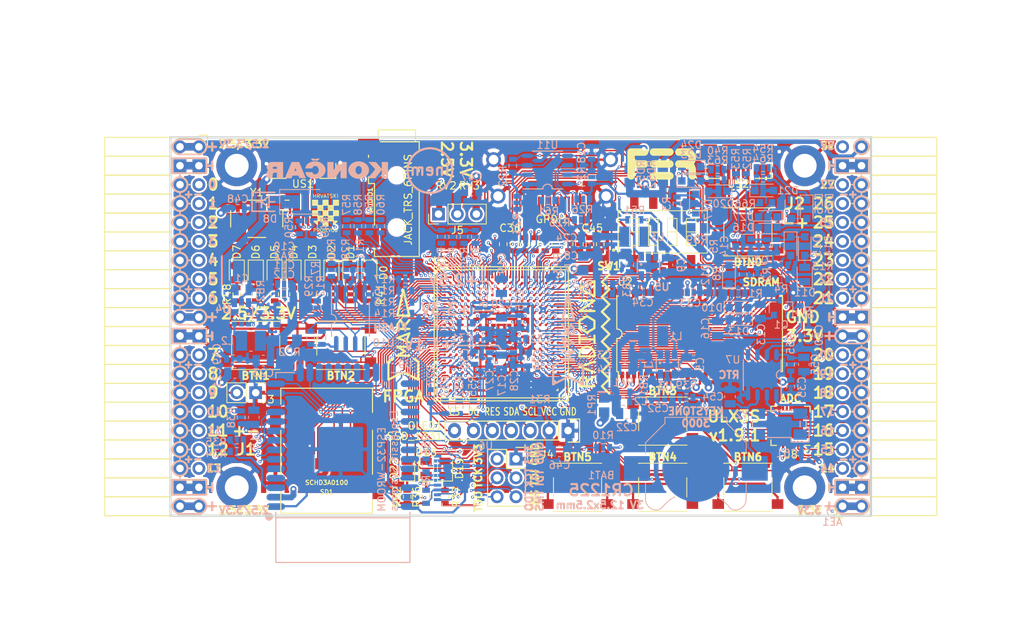
<source format=kicad_pcb>
(kicad_pcb (version 20171130) (host pcbnew 5.0.0-rc2+dfsg1-3)

  (general
    (thickness 1.6)
    (drawings 497)
    (tracks 4899)
    (zones 0)
    (modules 212)
    (nets 318)
  )

  (page A4)
  (layers
    (0 F.Cu signal)
    (1 In1.Cu signal)
    (2 In2.Cu signal)
    (31 B.Cu signal)
    (32 B.Adhes user)
    (33 F.Adhes user)
    (34 B.Paste user)
    (35 F.Paste user)
    (36 B.SilkS user)
    (37 F.SilkS user)
    (38 B.Mask user)
    (39 F.Mask user)
    (40 Dwgs.User user)
    (41 Cmts.User user)
    (42 Eco1.User user)
    (43 Eco2.User user)
    (44 Edge.Cuts user)
    (45 Margin user)
    (46 B.CrtYd user)
    (47 F.CrtYd user)
    (48 B.Fab user hide)
    (49 F.Fab user)
  )

  (setup
    (last_trace_width 0.3)
    (trace_clearance 0.127)
    (zone_clearance 0.127)
    (zone_45_only no)
    (trace_min 0.127)
    (segment_width 0.2)
    (edge_width 0.2)
    (via_size 0.4)
    (via_drill 0.2)
    (via_min_size 0.4)
    (via_min_drill 0.2)
    (uvia_size 0.3)
    (uvia_drill 0.1)
    (uvias_allowed no)
    (uvia_min_size 0.2)
    (uvia_min_drill 0.1)
    (pcb_text_width 0.3)
    (pcb_text_size 1.5 1.5)
    (mod_edge_width 0.15)
    (mod_text_size 1 1)
    (mod_text_width 0.15)
    (pad_size 0.3 0.3)
    (pad_drill 0)
    (pad_to_mask_clearance 0.05)
    (aux_axis_origin 94.1 112.22)
    (grid_origin 93.48 113)
    (visible_elements 7FFFFFFF)
    (pcbplotparams
      (layerselection 0x010fc_ffffffff)
      (usegerberextensions true)
      (usegerberattributes false)
      (usegerberadvancedattributes false)
      (creategerberjobfile false)
      (excludeedgelayer true)
      (linewidth 0.100000)
      (plotframeref false)
      (viasonmask false)
      (mode 1)
      (useauxorigin false)
      (hpglpennumber 1)
      (hpglpenspeed 20)
      (hpglpendiameter 15)
      (psnegative false)
      (psa4output false)
      (plotreference true)
      (plotvalue true)
      (plotinvisibletext false)
      (padsonsilk false)
      (subtractmaskfromsilk false)
      (outputformat 1)
      (mirror false)
      (drillshape 0)
      (scaleselection 1)
      (outputdirectory plot))
  )

  (net 0 "")
  (net 1 GND)
  (net 2 +5V)
  (net 3 /gpio/IN5V)
  (net 4 /gpio/OUT5V)
  (net 5 +3V3)
  (net 6 BTN_D)
  (net 7 BTN_F1)
  (net 8 BTN_F2)
  (net 9 BTN_L)
  (net 10 BTN_R)
  (net 11 BTN_U)
  (net 12 /power/FB1)
  (net 13 +2V5)
  (net 14 /power/PWREN)
  (net 15 /power/FB3)
  (net 16 /power/FB2)
  (net 17 /power/VBAT)
  (net 18 JTAG_TDI)
  (net 19 JTAG_TCK)
  (net 20 JTAG_TMS)
  (net 21 JTAG_TDO)
  (net 22 /power/WAKEUPn)
  (net 23 /power/WKUP)
  (net 24 /power/SHUT)
  (net 25 /power/WAKE)
  (net 26 /power/HOLD)
  (net 27 /power/WKn)
  (net 28 /power/OSCI_32k)
  (net 29 /power/OSCO_32k)
  (net 30 SHUTDOWN)
  (net 31 GPDI_SDA)
  (net 32 GPDI_SCL)
  (net 33 /gpdi/VREF2)
  (net 34 SD_CMD)
  (net 35 SD_CLK)
  (net 36 SD_D0)
  (net 37 SD_D1)
  (net 38 USB5V)
  (net 39 GPDI_CEC)
  (net 40 nRESET)
  (net 41 FTDI_nDTR)
  (net 42 SDRAM_CKE)
  (net 43 SDRAM_A7)
  (net 44 SDRAM_D15)
  (net 45 SDRAM_BA1)
  (net 46 SDRAM_D7)
  (net 47 SDRAM_A6)
  (net 48 SDRAM_CLK)
  (net 49 SDRAM_D13)
  (net 50 SDRAM_BA0)
  (net 51 SDRAM_D6)
  (net 52 SDRAM_A5)
  (net 53 SDRAM_D14)
  (net 54 SDRAM_A11)
  (net 55 SDRAM_D12)
  (net 56 SDRAM_D5)
  (net 57 SDRAM_A4)
  (net 58 SDRAM_A10)
  (net 59 SDRAM_D11)
  (net 60 SDRAM_A3)
  (net 61 SDRAM_D4)
  (net 62 SDRAM_D10)
  (net 63 SDRAM_D9)
  (net 64 SDRAM_A9)
  (net 65 SDRAM_D3)
  (net 66 SDRAM_D8)
  (net 67 SDRAM_A8)
  (net 68 SDRAM_A2)
  (net 69 SDRAM_A1)
  (net 70 SDRAM_A0)
  (net 71 SDRAM_D2)
  (net 72 SDRAM_D1)
  (net 73 SDRAM_D0)
  (net 74 SDRAM_DQM0)
  (net 75 SDRAM_nCS)
  (net 76 SDRAM_nRAS)
  (net 77 SDRAM_DQM1)
  (net 78 SDRAM_nCAS)
  (net 79 SDRAM_nWE)
  (net 80 /flash/FLASH_nWP)
  (net 81 /flash/FLASH_nHOLD)
  (net 82 /flash/FLASH_MOSI)
  (net 83 /flash/FLASH_MISO)
  (net 84 /flash/FLASH_SCK)
  (net 85 /flash/FLASH_nCS)
  (net 86 /flash/FPGA_PROGRAMN)
  (net 87 /flash/FPGA_DONE)
  (net 88 /flash/FPGA_INITN)
  (net 89 OLED_RES)
  (net 90 OLED_DC)
  (net 91 OLED_CS)
  (net 92 WIFI_EN)
  (net 93 FTDI_nRTS)
  (net 94 FTDI_TXD)
  (net 95 FTDI_RXD)
  (net 96 WIFI_RXD)
  (net 97 WIFI_GPIO0)
  (net 98 WIFI_TXD)
  (net 99 USB_FTDI_D+)
  (net 100 USB_FTDI_D-)
  (net 101 SD_D3)
  (net 102 AUDIO_L3)
  (net 103 AUDIO_L2)
  (net 104 AUDIO_L1)
  (net 105 AUDIO_L0)
  (net 106 AUDIO_R3)
  (net 107 AUDIO_R2)
  (net 108 AUDIO_R1)
  (net 109 AUDIO_R0)
  (net 110 OLED_CLK)
  (net 111 OLED_MOSI)
  (net 112 LED0)
  (net 113 LED1)
  (net 114 LED2)
  (net 115 LED3)
  (net 116 LED4)
  (net 117 LED5)
  (net 118 LED6)
  (net 119 LED7)
  (net 120 BTN_PWRn)
  (net 121 FTDI_nTXLED)
  (net 122 FTDI_nSLEEP)
  (net 123 /blinkey/LED_PWREN)
  (net 124 /blinkey/LED_TXLED)
  (net 125 /sdcard/SD3V3)
  (net 126 SD_D2)
  (net 127 CLK_25MHz)
  (net 128 /blinkey/BTNPUL)
  (net 129 /blinkey/BTNPUR)
  (net 130 USB_FPGA_D+)
  (net 131 /power/FTDI_nSUSPEND)
  (net 132 /blinkey/ALED0)
  (net 133 /blinkey/ALED1)
  (net 134 /blinkey/ALED2)
  (net 135 /blinkey/ALED3)
  (net 136 /blinkey/ALED4)
  (net 137 /blinkey/ALED5)
  (net 138 /blinkey/ALED6)
  (net 139 /blinkey/ALED7)
  (net 140 /usb/FTD-)
  (net 141 /usb/FTD+)
  (net 142 ADC_MISO)
  (net 143 ADC_MOSI)
  (net 144 ADC_CSn)
  (net 145 ADC_SCLK)
  (net 146 SW3)
  (net 147 SW2)
  (net 148 SW1)
  (net 149 USB_FPGA_D-)
  (net 150 /usb/FPD+)
  (net 151 /usb/FPD-)
  (net 152 WIFI_GPIO16)
  (net 153 /usb/ANT_433MHz)
  (net 154 /power/PWRBTn)
  (net 155 PROG_DONE)
  (net 156 /power/P3V3)
  (net 157 /power/P2V5)
  (net 158 /power/L1)
  (net 159 /power/L3)
  (net 160 /power/L2)
  (net 161 FTDI_TXDEN)
  (net 162 SDRAM_A12)
  (net 163 /analog/AUDIO_V)
  (net 164 AUDIO_V3)
  (net 165 AUDIO_V2)
  (net 166 AUDIO_V1)
  (net 167 AUDIO_V0)
  (net 168 /blinkey/LED_WIFI)
  (net 169 /power/P1V1)
  (net 170 +1V1)
  (net 171 SW4)
  (net 172 /blinkey/SWPU)
  (net 173 /wifi/WIFIEN)
  (net 174 FT2V5)
  (net 175 GN0)
  (net 176 GP0)
  (net 177 GN1)
  (net 178 GP1)
  (net 179 GN2)
  (net 180 GP2)
  (net 181 GN3)
  (net 182 GP3)
  (net 183 GN4)
  (net 184 GP4)
  (net 185 GN5)
  (net 186 GP5)
  (net 187 GN6)
  (net 188 GP6)
  (net 189 GN14)
  (net 190 GP14)
  (net 191 GN15)
  (net 192 GP15)
  (net 193 GN16)
  (net 194 GP16)
  (net 195 GN17)
  (net 196 GP17)
  (net 197 GN18)
  (net 198 GP18)
  (net 199 GN19)
  (net 200 GP19)
  (net 201 GN20)
  (net 202 GP20)
  (net 203 GN21)
  (net 204 GP21)
  (net 205 GN22)
  (net 206 GP22)
  (net 207 GN23)
  (net 208 GP23)
  (net 209 GN24)
  (net 210 GP24)
  (net 211 GN25)
  (net 212 GP25)
  (net 213 GN26)
  (net 214 GP26)
  (net 215 GN27)
  (net 216 GP27)
  (net 217 GN7)
  (net 218 GP7)
  (net 219 GN8)
  (net 220 GP8)
  (net 221 GN9)
  (net 222 GP9)
  (net 223 GN10)
  (net 224 GP10)
  (net 225 GN11)
  (net 226 GP11)
  (net 227 GN12)
  (net 228 GP12)
  (net 229 GN13)
  (net 230 GP13)
  (net 231 WIFI_GPIO5)
  (net 232 WIFI_GPIO17)
  (net 233 USB_FPGA_PULL_D+)
  (net 234 USB_FPGA_PULL_D-)
  (net 235 "Net-(D23-Pad2)")
  (net 236 "Net-(D24-Pad1)")
  (net 237 "Net-(D25-Pad2)")
  (net 238 "Net-(D26-Pad1)")
  (net 239 /gpdi/GPDI_ETH+)
  (net 240 FPDI_ETH+)
  (net 241 /gpdi/GPDI_ETH-)
  (net 242 FPDI_ETH-)
  (net 243 /gpdi/GPDI_D2-)
  (net 244 FPDI_D2-)
  (net 245 /gpdi/GPDI_D1-)
  (net 246 FPDI_D1-)
  (net 247 /gpdi/GPDI_D0-)
  (net 248 FPDI_D0-)
  (net 249 /gpdi/GPDI_CLK-)
  (net 250 FPDI_CLK-)
  (net 251 /gpdi/GPDI_D2+)
  (net 252 FPDI_D2+)
  (net 253 /gpdi/GPDI_D1+)
  (net 254 FPDI_D1+)
  (net 255 /gpdi/GPDI_D0+)
  (net 256 FPDI_D0+)
  (net 257 /gpdi/GPDI_CLK+)
  (net 258 FPDI_CLK+)
  (net 259 FPDI_SDA)
  (net 260 FPDI_SCL)
  (net 261 /gpdi/FPDI_CEC)
  (net 262 2V5_3V3)
  (net 263 "Net-(AUDIO1-Pad5)")
  (net 264 "Net-(AUDIO1-Pad6)")
  (net 265 "Net-(U1-PadA15)")
  (net 266 "Net-(U1-PadC9)")
  (net 267 "Net-(U1-PadD9)")
  (net 268 "Net-(U1-PadD10)")
  (net 269 "Net-(U1-PadD11)")
  (net 270 "Net-(U1-PadD12)")
  (net 271 "Net-(U1-PadE6)")
  (net 272 "Net-(U1-PadE9)")
  (net 273 "Net-(U1-PadE10)")
  (net 274 "Net-(U1-PadE11)")
  (net 275 "Net-(U1-PadJ4)")
  (net 276 "Net-(U1-PadJ5)")
  (net 277 "Net-(U1-PadK5)")
  (net 278 "Net-(U1-PadL5)")
  (net 279 "Net-(U1-PadM4)")
  (net 280 "Net-(U1-PadM5)")
  (net 281 SD_CD)
  (net 282 SD_WP)
  (net 283 "Net-(U1-PadR3)")
  (net 284 "Net-(U1-PadT16)")
  (net 285 "Net-(U1-PadW4)")
  (net 286 "Net-(U1-PadW5)")
  (net 287 "Net-(U1-PadW8)")
  (net 288 "Net-(U1-PadW9)")
  (net 289 "Net-(U1-PadW13)")
  (net 290 "Net-(U1-PadW14)")
  (net 291 "Net-(U1-PadW17)")
  (net 292 "Net-(U1-PadW18)")
  (net 293 FTDI_nRXLED)
  (net 294 "Net-(U8-Pad12)")
  (net 295 "Net-(U8-Pad25)")
  (net 296 "Net-(U9-Pad32)")
  (net 297 "Net-(U9-Pad22)")
  (net 298 "Net-(U9-Pad21)")
  (net 299 "Net-(U9-Pad20)")
  (net 300 "Net-(U9-Pad19)")
  (net 301 "Net-(U9-Pad18)")
  (net 302 "Net-(U9-Pad17)")
  (net 303 "Net-(U9-Pad12)")
  (net 304 "Net-(U9-Pad5)")
  (net 305 "Net-(U9-Pad4)")
  (net 306 "Net-(US1-Pad4)")
  (net 307 "Net-(Y2-Pad3)")
  (net 308 "Net-(Y2-Pad2)")
  (net 309 "Net-(U1-PadK16)")
  (net 310 "Net-(U1-PadK17)")
  (net 311 /usb/US2VBUS)
  (net 312 /power/SHD)
  (net 313 /power/RTCVDD)
  (net 314 "Net-(D27-Pad2)")
  (net 315 US2_ID)
  (net 316 /analog/AUDIO_L)
  (net 317 /analog/AUDIO_R)

  (net_class Default "This is the default net class."
    (clearance 0.127)
    (trace_width 0.3)
    (via_dia 0.4)
    (via_drill 0.2)
    (uvia_dia 0.3)
    (uvia_drill 0.1)
    (add_net +1V1)
    (add_net +2V5)
    (add_net +3V3)
    (add_net +5V)
    (add_net /analog/AUDIO_L)
    (add_net /analog/AUDIO_R)
    (add_net /analog/AUDIO_V)
    (add_net /blinkey/ALED0)
    (add_net /blinkey/ALED1)
    (add_net /blinkey/ALED2)
    (add_net /blinkey/ALED3)
    (add_net /blinkey/ALED4)
    (add_net /blinkey/ALED5)
    (add_net /blinkey/ALED6)
    (add_net /blinkey/ALED7)
    (add_net /blinkey/BTNPUL)
    (add_net /blinkey/BTNPUR)
    (add_net /blinkey/LED_PWREN)
    (add_net /blinkey/LED_TXLED)
    (add_net /blinkey/LED_WIFI)
    (add_net /blinkey/SWPU)
    (add_net /gpdi/GPDI_CLK+)
    (add_net /gpdi/GPDI_CLK-)
    (add_net /gpdi/GPDI_D0+)
    (add_net /gpdi/GPDI_D0-)
    (add_net /gpdi/GPDI_D1+)
    (add_net /gpdi/GPDI_D1-)
    (add_net /gpdi/GPDI_D2+)
    (add_net /gpdi/GPDI_D2-)
    (add_net /gpdi/GPDI_ETH+)
    (add_net /gpdi/GPDI_ETH-)
    (add_net /gpdi/VREF2)
    (add_net /gpio/IN5V)
    (add_net /gpio/OUT5V)
    (add_net /power/FB1)
    (add_net /power/FB2)
    (add_net /power/FB3)
    (add_net /power/FTDI_nSUSPEND)
    (add_net /power/HOLD)
    (add_net /power/L1)
    (add_net /power/L2)
    (add_net /power/L3)
    (add_net /power/OSCI_32k)
    (add_net /power/OSCO_32k)
    (add_net /power/P1V1)
    (add_net /power/P2V5)
    (add_net /power/P3V3)
    (add_net /power/PWRBTn)
    (add_net /power/PWREN)
    (add_net /power/RTCVDD)
    (add_net /power/SHD)
    (add_net /power/SHUT)
    (add_net /power/VBAT)
    (add_net /power/WAKE)
    (add_net /power/WAKEUPn)
    (add_net /power/WKUP)
    (add_net /power/WKn)
    (add_net /sdcard/SD3V3)
    (add_net /usb/ANT_433MHz)
    (add_net /usb/FPD+)
    (add_net /usb/FPD-)
    (add_net /usb/FTD+)
    (add_net /usb/FTD-)
    (add_net /usb/US2VBUS)
    (add_net /wifi/WIFIEN)
    (add_net 2V5_3V3)
    (add_net FT2V5)
    (add_net FTDI_nRXLED)
    (add_net GND)
    (add_net "Net-(AUDIO1-Pad5)")
    (add_net "Net-(AUDIO1-Pad6)")
    (add_net "Net-(D23-Pad2)")
    (add_net "Net-(D24-Pad1)")
    (add_net "Net-(D25-Pad2)")
    (add_net "Net-(D26-Pad1)")
    (add_net "Net-(D27-Pad2)")
    (add_net "Net-(U1-PadA15)")
    (add_net "Net-(U1-PadC9)")
    (add_net "Net-(U1-PadD10)")
    (add_net "Net-(U1-PadD11)")
    (add_net "Net-(U1-PadD12)")
    (add_net "Net-(U1-PadD9)")
    (add_net "Net-(U1-PadE10)")
    (add_net "Net-(U1-PadE11)")
    (add_net "Net-(U1-PadE6)")
    (add_net "Net-(U1-PadE9)")
    (add_net "Net-(U1-PadJ4)")
    (add_net "Net-(U1-PadJ5)")
    (add_net "Net-(U1-PadK16)")
    (add_net "Net-(U1-PadK17)")
    (add_net "Net-(U1-PadK5)")
    (add_net "Net-(U1-PadL5)")
    (add_net "Net-(U1-PadM4)")
    (add_net "Net-(U1-PadM5)")
    (add_net "Net-(U1-PadR3)")
    (add_net "Net-(U1-PadT16)")
    (add_net "Net-(U1-PadW13)")
    (add_net "Net-(U1-PadW14)")
    (add_net "Net-(U1-PadW17)")
    (add_net "Net-(U1-PadW18)")
    (add_net "Net-(U1-PadW4)")
    (add_net "Net-(U1-PadW5)")
    (add_net "Net-(U1-PadW8)")
    (add_net "Net-(U1-PadW9)")
    (add_net "Net-(U8-Pad12)")
    (add_net "Net-(U8-Pad25)")
    (add_net "Net-(U9-Pad12)")
    (add_net "Net-(U9-Pad17)")
    (add_net "Net-(U9-Pad18)")
    (add_net "Net-(U9-Pad19)")
    (add_net "Net-(U9-Pad20)")
    (add_net "Net-(U9-Pad21)")
    (add_net "Net-(U9-Pad22)")
    (add_net "Net-(U9-Pad32)")
    (add_net "Net-(U9-Pad4)")
    (add_net "Net-(U9-Pad5)")
    (add_net "Net-(US1-Pad4)")
    (add_net "Net-(Y2-Pad2)")
    (add_net "Net-(Y2-Pad3)")
    (add_net SD_CD)
    (add_net SD_WP)
    (add_net US2_ID)
    (add_net USB5V)
  )

  (net_class BGA ""
    (clearance 0.127)
    (trace_width 0.19)
    (via_dia 0.4)
    (via_drill 0.2)
    (uvia_dia 0.3)
    (uvia_drill 0.1)
    (add_net /flash/FLASH_MISO)
    (add_net /flash/FLASH_MOSI)
    (add_net /flash/FLASH_SCK)
    (add_net /flash/FLASH_nCS)
    (add_net /flash/FLASH_nHOLD)
    (add_net /flash/FLASH_nWP)
    (add_net /flash/FPGA_DONE)
    (add_net /flash/FPGA_INITN)
    (add_net /flash/FPGA_PROGRAMN)
    (add_net /gpdi/FPDI_CEC)
    (add_net ADC_CSn)
    (add_net ADC_MISO)
    (add_net ADC_MOSI)
    (add_net ADC_SCLK)
    (add_net AUDIO_L0)
    (add_net AUDIO_L1)
    (add_net AUDIO_L2)
    (add_net AUDIO_L3)
    (add_net AUDIO_R0)
    (add_net AUDIO_R1)
    (add_net AUDIO_R2)
    (add_net AUDIO_R3)
    (add_net AUDIO_V0)
    (add_net AUDIO_V1)
    (add_net AUDIO_V2)
    (add_net AUDIO_V3)
    (add_net BTN_D)
    (add_net BTN_F1)
    (add_net BTN_F2)
    (add_net BTN_L)
    (add_net BTN_PWRn)
    (add_net BTN_R)
    (add_net BTN_U)
    (add_net CLK_25MHz)
    (add_net FPDI_CLK+)
    (add_net FPDI_CLK-)
    (add_net FPDI_D0+)
    (add_net FPDI_D0-)
    (add_net FPDI_D1+)
    (add_net FPDI_D1-)
    (add_net FPDI_D2+)
    (add_net FPDI_D2-)
    (add_net FPDI_ETH+)
    (add_net FPDI_ETH-)
    (add_net FPDI_SCL)
    (add_net FPDI_SDA)
    (add_net FTDI_RXD)
    (add_net FTDI_TXD)
    (add_net FTDI_TXDEN)
    (add_net FTDI_nDTR)
    (add_net FTDI_nRTS)
    (add_net FTDI_nSLEEP)
    (add_net FTDI_nTXLED)
    (add_net GN0)
    (add_net GN1)
    (add_net GN10)
    (add_net GN11)
    (add_net GN12)
    (add_net GN13)
    (add_net GN14)
    (add_net GN15)
    (add_net GN16)
    (add_net GN17)
    (add_net GN18)
    (add_net GN19)
    (add_net GN2)
    (add_net GN20)
    (add_net GN21)
    (add_net GN22)
    (add_net GN23)
    (add_net GN24)
    (add_net GN25)
    (add_net GN26)
    (add_net GN27)
    (add_net GN3)
    (add_net GN4)
    (add_net GN5)
    (add_net GN6)
    (add_net GN7)
    (add_net GN8)
    (add_net GN9)
    (add_net GP0)
    (add_net GP1)
    (add_net GP10)
    (add_net GP11)
    (add_net GP12)
    (add_net GP13)
    (add_net GP14)
    (add_net GP15)
    (add_net GP16)
    (add_net GP17)
    (add_net GP18)
    (add_net GP19)
    (add_net GP2)
    (add_net GP20)
    (add_net GP21)
    (add_net GP22)
    (add_net GP23)
    (add_net GP24)
    (add_net GP25)
    (add_net GP26)
    (add_net GP27)
    (add_net GP3)
    (add_net GP4)
    (add_net GP5)
    (add_net GP6)
    (add_net GP7)
    (add_net GP8)
    (add_net GP9)
    (add_net GPDI_CEC)
    (add_net GPDI_SCL)
    (add_net GPDI_SDA)
    (add_net JTAG_TCK)
    (add_net JTAG_TDI)
    (add_net JTAG_TDO)
    (add_net JTAG_TMS)
    (add_net LED0)
    (add_net LED1)
    (add_net LED2)
    (add_net LED3)
    (add_net LED4)
    (add_net LED5)
    (add_net LED6)
    (add_net LED7)
    (add_net OLED_CLK)
    (add_net OLED_CS)
    (add_net OLED_DC)
    (add_net OLED_MOSI)
    (add_net OLED_RES)
    (add_net PROG_DONE)
    (add_net SDRAM_A0)
    (add_net SDRAM_A1)
    (add_net SDRAM_A10)
    (add_net SDRAM_A11)
    (add_net SDRAM_A12)
    (add_net SDRAM_A2)
    (add_net SDRAM_A3)
    (add_net SDRAM_A4)
    (add_net SDRAM_A5)
    (add_net SDRAM_A6)
    (add_net SDRAM_A7)
    (add_net SDRAM_A8)
    (add_net SDRAM_A9)
    (add_net SDRAM_BA0)
    (add_net SDRAM_BA1)
    (add_net SDRAM_CKE)
    (add_net SDRAM_CLK)
    (add_net SDRAM_D0)
    (add_net SDRAM_D1)
    (add_net SDRAM_D10)
    (add_net SDRAM_D11)
    (add_net SDRAM_D12)
    (add_net SDRAM_D13)
    (add_net SDRAM_D14)
    (add_net SDRAM_D15)
    (add_net SDRAM_D2)
    (add_net SDRAM_D3)
    (add_net SDRAM_D4)
    (add_net SDRAM_D5)
    (add_net SDRAM_D6)
    (add_net SDRAM_D7)
    (add_net SDRAM_D8)
    (add_net SDRAM_D9)
    (add_net SDRAM_DQM0)
    (add_net SDRAM_DQM1)
    (add_net SDRAM_nCAS)
    (add_net SDRAM_nCS)
    (add_net SDRAM_nRAS)
    (add_net SDRAM_nWE)
    (add_net SD_CLK)
    (add_net SD_CMD)
    (add_net SD_D0)
    (add_net SD_D1)
    (add_net SD_D2)
    (add_net SD_D3)
    (add_net SHUTDOWN)
    (add_net SW1)
    (add_net SW2)
    (add_net SW3)
    (add_net SW4)
    (add_net USB_FPGA_D+)
    (add_net USB_FPGA_D-)
    (add_net USB_FPGA_PULL_D+)
    (add_net USB_FPGA_PULL_D-)
    (add_net USB_FTDI_D+)
    (add_net USB_FTDI_D-)
    (add_net WIFI_EN)
    (add_net WIFI_GPIO0)
    (add_net WIFI_GPIO16)
    (add_net WIFI_GPIO17)
    (add_net WIFI_GPIO5)
    (add_net WIFI_RXD)
    (add_net WIFI_TXD)
    (add_net nRESET)
  )

  (net_class Minimal ""
    (clearance 0.127)
    (trace_width 0.127)
    (via_dia 0.4)
    (via_drill 0.2)
    (uvia_dia 0.3)
    (uvia_drill 0.1)
  )

  (module SM8:SM8 (layer B.Cu) (tedit 5B1AB739) (tstamp 5B17ED8A)
    (at 144.68 65.8015 90)
    (descr "TI SM8 SOIC-8 150 mil")
    (tags "SOIC-8 1.27 150 mil SOT96-1")
    (path /58D686D9/5B01C6B5)
    (attr smd)
    (fp_text reference U11 (at 3.3475 -0.019 -180) (layer B.SilkS)
      (effects (font (size 1 1) (thickness 0.15)) (justify mirror))
    )
    (fp_text value PCA9306D (at 4.318 -5.588 -180) (layer B.Fab)
      (effects (font (size 1 1) (thickness 0.15)) (justify mirror))
    )
    (fp_line (start -2.45 1.95) (end 2.45 1.95) (layer B.Fab) (width 0.15))
    (fp_line (start 2.45 1.95) (end 2.45 -1.95) (layer B.Fab) (width 0.15))
    (fp_line (start 2.45 -1.95) (end -1.45 -1.95) (layer B.Fab) (width 0.15))
    (fp_line (start -1.45 -1.95) (end -2.45 -0.95) (layer B.Fab) (width 0.15))
    (fp_line (start -2.75 -3.75) (end 2.75 -3.75) (layer B.CrtYd) (width 0.05))
    (fp_line (start -2.75 3.75) (end 2.75 3.75) (layer B.CrtYd) (width 0.05))
    (fp_line (start -2.75 -3.75) (end -2.75 3.75) (layer B.CrtYd) (width 0.05))
    (fp_line (start 2.75 -3.75) (end 2.75 3.75) (layer B.CrtYd) (width 0.05))
    (fp_line (start -2.54 -0.635) (end -2.54 -3.302) (layer B.SilkS) (width 0.15))
    (fp_line (start -2.54 0.635) (end -2.54 2.032) (layer B.SilkS) (width 0.15))
    (fp_line (start 2.54 2.032) (end 2.54 -2.032) (layer B.SilkS) (width 0.15))
    (fp_arc (start -2.54 0) (end -2.54 -0.635) (angle 180) (layer B.SilkS) (width 0.15))
    (pad 1 smd rect (at -1.905 -2.7) (size 1.55 0.6) (layers B.Cu B.Paste B.Mask)
      (net 1 GND))
    (pad 2 smd oval (at -0.635 -2.7) (size 1.55 0.6) (layers B.Cu B.Paste B.Mask)
      (net 13 +2V5))
    (pad 3 smd oval (at 0.635 -2.7) (size 1.55 0.6) (layers B.Cu B.Paste B.Mask)
      (net 260 FPDI_SCL))
    (pad 4 smd oval (at 1.905 -2.7) (size 1.55 0.6) (layers B.Cu B.Paste B.Mask)
      (net 259 FPDI_SDA))
    (pad 5 smd oval (at 1.905 2.7) (size 1.55 0.6) (layers B.Cu B.Paste B.Mask)
      (net 31 GPDI_SDA))
    (pad 6 smd oval (at 0.635 2.7) (size 1.55 0.6) (layers B.Cu B.Paste B.Mask)
      (net 32 GPDI_SCL))
    (pad 7 smd oval (at -0.635 2.7) (size 1.55 0.6) (layers B.Cu B.Paste B.Mask)
      (net 33 /gpdi/VREF2))
    (pad 8 smd oval (at -1.905 2.7) (size 1.55 0.6) (layers B.Cu B.Paste B.Mask)
      (net 5 +3V3))
    (model ${KISYS3DMOD}/Package_SO.3dshapes/SOIC-8_3.9x4.9mm_P1.27mm.wrl
      (at (xyz 0 0 0))
      (scale (xyz 1 1 1))
      (rotate (xyz 0 0 -90))
    )
  )

  (module TSOP54:TSOP54 (layer F.Cu) (tedit 5B1ADE42) (tstamp 5A111CAC)
    (at 165.093 87.8 90)
    (descr "TSOPII-54: Plastic Thin Small Outline Package; 54 leads; body width 10.16mm; (see 128m-as4c4m32s-tsopii.pdf and http://www.infineon.com/cms/packages/SMD_-_Surface_Mounted_Devices/P-PG-TSOPII/P-TSOPII-54-1.html)")
    (tags "TSOPII 0.8")
    (path /58D6D507/5A04F49A)
    (attr smd)
    (fp_text reference U2 (at 6.98 -9.993 180) (layer F.SilkS)
      (effects (font (size 1 1) (thickness 0.15)))
    )
    (fp_text value MT48LC16M16A2TG (at 0 12 90) (layer F.Fab)
      (effects (font (size 1 1) (thickness 0.15)))
    )
    (fp_line (start -5.08 11.1) (end -5.08 10.9) (layer F.SilkS) (width 0.15))
    (fp_line (start 5.08 11.1) (end 5.08 10.9) (layer F.SilkS) (width 0.15))
    (fp_line (start -5.08 -10.9) (end -5.9 -10.9) (layer F.SilkS) (width 0.15))
    (fp_line (start -5.08 -11.1) (end -5.08 -10.9) (layer F.SilkS) (width 0.15))
    (fp_line (start 5.08 -11.1) (end 5.08 -10.9) (layer F.SilkS) (width 0.15))
    (fp_line (start 5.08 11.11) (end -5.08 11.11) (layer F.SilkS) (width 0.15))
    (fp_line (start -5.08 -11.11) (end -0.635 -11.11) (layer F.SilkS) (width 0.15))
    (fp_arc (start 0 -11.049) (end -0.635 -11.049) (angle -180) (layer F.SilkS) (width 0.15))
    (fp_line (start 0.635 -11.11) (end 5.08 -11.11) (layer F.SilkS) (width 0.15))
    (pad 28 smd rect (at 5.53 10.4 90) (size 0.9 0.56) (layers F.Cu F.Paste F.Mask)
      (net 1 GND))
    (pad 1 smd rect (at -5.53 -10.4 90) (size 0.9 0.56) (layers F.Cu F.Paste F.Mask)
      (net 5 +3V3))
    (pad 2 smd rect (at -5.53 -9.6 90) (size 0.9 0.56) (layers F.Cu F.Paste F.Mask)
      (net 73 SDRAM_D0))
    (pad 3 smd rect (at -5.53 -8.8 90) (size 0.9 0.56) (layers F.Cu F.Paste F.Mask)
      (net 5 +3V3))
    (pad 4 smd rect (at -5.53 -8 90) (size 0.9 0.56) (layers F.Cu F.Paste F.Mask)
      (net 72 SDRAM_D1))
    (pad 5 smd rect (at -5.53 -7.2 90) (size 0.9 0.56) (layers F.Cu F.Paste F.Mask)
      (net 71 SDRAM_D2))
    (pad 6 smd rect (at -5.53 -6.4 90) (size 0.9 0.56) (layers F.Cu F.Paste F.Mask)
      (net 1 GND))
    (pad 7 smd rect (at -5.53 -5.6 90) (size 0.9 0.56) (layers F.Cu F.Paste F.Mask)
      (net 65 SDRAM_D3))
    (pad 8 smd rect (at -5.53 -4.8 90) (size 0.9 0.56) (layers F.Cu F.Paste F.Mask)
      (net 61 SDRAM_D4))
    (pad 9 smd rect (at -5.53 -4 90) (size 0.9 0.56) (layers F.Cu F.Paste F.Mask)
      (net 5 +3V3))
    (pad 10 smd rect (at -5.53 -3.2 90) (size 0.9 0.56) (layers F.Cu F.Paste F.Mask)
      (net 56 SDRAM_D5))
    (pad 11 smd rect (at -5.53 -2.4 90) (size 0.9 0.56) (layers F.Cu F.Paste F.Mask)
      (net 51 SDRAM_D6))
    (pad 12 smd rect (at -5.53 -1.6 90) (size 0.9 0.56) (layers F.Cu F.Paste F.Mask)
      (net 1 GND))
    (pad 13 smd rect (at -5.53 -0.8 90) (size 0.9 0.56) (layers F.Cu F.Paste F.Mask)
      (net 46 SDRAM_D7))
    (pad 14 smd rect (at -5.53 0 90) (size 0.9 0.56) (layers F.Cu F.Paste F.Mask)
      (net 5 +3V3))
    (pad 15 smd rect (at -5.53 0.8 90) (size 0.9 0.56) (layers F.Cu F.Paste F.Mask)
      (net 74 SDRAM_DQM0))
    (pad 16 smd rect (at -5.53 1.6 90) (size 0.9 0.56) (layers F.Cu F.Paste F.Mask)
      (net 79 SDRAM_nWE))
    (pad 17 smd rect (at -5.53 2.4 90) (size 0.9 0.56) (layers F.Cu F.Paste F.Mask)
      (net 78 SDRAM_nCAS))
    (pad 18 smd rect (at -5.53 3.2 90) (size 0.9 0.56) (layers F.Cu F.Paste F.Mask)
      (net 76 SDRAM_nRAS))
    (pad 19 smd rect (at -5.53 4 90) (size 0.9 0.56) (layers F.Cu F.Paste F.Mask)
      (net 75 SDRAM_nCS))
    (pad 20 smd rect (at -5.53 4.8 90) (size 0.9 0.56) (layers F.Cu F.Paste F.Mask)
      (net 50 SDRAM_BA0))
    (pad 21 smd rect (at -5.53 5.6 90) (size 0.9 0.56) (layers F.Cu F.Paste F.Mask)
      (net 45 SDRAM_BA1))
    (pad 22 smd rect (at -5.53 6.4 90) (size 0.9 0.56) (layers F.Cu F.Paste F.Mask)
      (net 58 SDRAM_A10))
    (pad 23 smd rect (at -5.53 7.2 90) (size 0.9 0.56) (layers F.Cu F.Paste F.Mask)
      (net 70 SDRAM_A0))
    (pad 24 smd rect (at -5.53 8 90) (size 0.9 0.56) (layers F.Cu F.Paste F.Mask)
      (net 69 SDRAM_A1))
    (pad 25 smd rect (at -5.53 8.8 90) (size 0.9 0.56) (layers F.Cu F.Paste F.Mask)
      (net 68 SDRAM_A2))
    (pad 26 smd rect (at -5.53 9.6 90) (size 0.9 0.56) (layers F.Cu F.Paste F.Mask)
      (net 60 SDRAM_A3))
    (pad 27 smd rect (at -5.53 10.4 90) (size 0.9 0.56) (layers F.Cu F.Paste F.Mask)
      (net 5 +3V3))
    (pad 29 smd rect (at 5.53 9.6 90) (size 0.9 0.56) (layers F.Cu F.Paste F.Mask)
      (net 57 SDRAM_A4))
    (pad 30 smd rect (at 5.53 8.8 90) (size 0.9 0.56) (layers F.Cu F.Paste F.Mask)
      (net 52 SDRAM_A5))
    (pad 31 smd rect (at 5.53 8 90) (size 0.9 0.56) (layers F.Cu F.Paste F.Mask)
      (net 47 SDRAM_A6))
    (pad 32 smd rect (at 5.53 7.2 90) (size 0.9 0.56) (layers F.Cu F.Paste F.Mask)
      (net 43 SDRAM_A7))
    (pad 33 smd rect (at 5.53 6.4 90) (size 0.9 0.56) (layers F.Cu F.Paste F.Mask)
      (net 67 SDRAM_A8))
    (pad 34 smd rect (at 5.53 5.6 90) (size 0.9 0.56) (layers F.Cu F.Paste F.Mask)
      (net 64 SDRAM_A9))
    (pad 35 smd rect (at 5.53 4.8 90) (size 0.9 0.56) (layers F.Cu F.Paste F.Mask)
      (net 54 SDRAM_A11))
    (pad 36 smd rect (at 5.53 4 90) (size 0.9 0.56) (layers F.Cu F.Paste F.Mask)
      (net 162 SDRAM_A12))
    (pad 37 smd rect (at 5.53 3.2 90) (size 0.9 0.56) (layers F.Cu F.Paste F.Mask)
      (net 42 SDRAM_CKE))
    (pad 38 smd rect (at 5.53 2.4 90) (size 0.9 0.56) (layers F.Cu F.Paste F.Mask)
      (net 48 SDRAM_CLK))
    (pad 39 smd rect (at 5.53 1.6 90) (size 0.9 0.56) (layers F.Cu F.Paste F.Mask)
      (net 77 SDRAM_DQM1))
    (pad 40 smd rect (at 5.53 0.8 90) (size 0.9 0.56) (layers F.Cu F.Paste F.Mask))
    (pad 41 smd rect (at 5.53 0 90) (size 0.9 0.56) (layers F.Cu F.Paste F.Mask)
      (net 1 GND))
    (pad 42 smd rect (at 5.53 -0.8 90) (size 0.9 0.56) (layers F.Cu F.Paste F.Mask)
      (net 66 SDRAM_D8))
    (pad 43 smd rect (at 5.53 -1.6 90) (size 0.9 0.56) (layers F.Cu F.Paste F.Mask)
      (net 5 +3V3))
    (pad 44 smd rect (at 5.53 -2.4 90) (size 0.9 0.56) (layers F.Cu F.Paste F.Mask)
      (net 63 SDRAM_D9))
    (pad 45 smd rect (at 5.53 -3.2 90) (size 0.9 0.56) (layers F.Cu F.Paste F.Mask)
      (net 62 SDRAM_D10))
    (pad 46 smd rect (at 5.53 -4 90) (size 0.9 0.56) (layers F.Cu F.Paste F.Mask)
      (net 1 GND))
    (pad 47 smd rect (at 5.53 -4.8 90) (size 0.9 0.56) (layers F.Cu F.Paste F.Mask)
      (net 59 SDRAM_D11))
    (pad 48 smd rect (at 5.53 -5.6 90) (size 0.9 0.56) (layers F.Cu F.Paste F.Mask)
      (net 55 SDRAM_D12))
    (pad 49 smd rect (at 5.53 -6.4 90) (size 0.9 0.56) (layers F.Cu F.Paste F.Mask)
      (net 5 +3V3))
    (pad 50 smd rect (at 5.53 -7.2 90) (size 0.9 0.56) (layers F.Cu F.Paste F.Mask)
      (net 49 SDRAM_D13))
    (pad 51 smd rect (at 5.53 -8 90) (size 0.9 0.56) (layers F.Cu F.Paste F.Mask)
      (net 53 SDRAM_D14))
    (pad 52 smd rect (at 5.53 -8.8 90) (size 0.9 0.56) (layers F.Cu F.Paste F.Mask)
      (net 1 GND))
    (pad 53 smd rect (at 5.53 -9.6 90) (size 0.9 0.56) (layers F.Cu F.Paste F.Mask)
      (net 44 SDRAM_D15))
    (pad 54 smd rect (at 5.53 -10.4 90) (size 0.9 0.56) (layers F.Cu F.Paste F.Mask)
      (net 1 GND))
    (model ./footprints/sdram/TSOP54.3dshapes/TSOP54.wrl
      (at (xyz 0 0 0))
      (scale (xyz 0.3937 0.3937 0.3937))
      (rotate (xyz 0 0 90))
    )
  )

  (module SOA008-150mil:SOA008-150-208mil (layer B.Cu) (tedit 5B1AD4D5) (tstamp 5B3C9488)
    (at 118.245 85.822 270)
    (descr "Cypress SOA008 SOIC-8 150/208 mil")
    (tags "SOA008 SOIC-8 1.27 150 208 mil")
    (path /58D913EC/58D913F5)
    (attr smd)
    (fp_text reference U10 (at 3.175 -4.445) (layer B.SilkS)
      (effects (font (size 1 1) (thickness 0.15)) (justify mirror))
    )
    (fp_text value IS25LP128F-JBLE (at 5.08 0) (layer B.Fab)
      (effects (font (size 1 1) (thickness 0.15)) (justify mirror))
    )
    (fp_line (start -0.95 2.45) (end 1.95 2.45) (layer B.Fab) (width 0.15))
    (fp_line (start 1.95 2.45) (end 1.95 -2.45) (layer B.Fab) (width 0.15))
    (fp_line (start 1.95 -2.45) (end -1.95 -2.45) (layer B.Fab) (width 0.15))
    (fp_line (start -1.95 -2.45) (end -1.95 1.45) (layer B.Fab) (width 0.15))
    (fp_line (start -1.95 1.45) (end -0.95 2.45) (layer B.Fab) (width 0.15))
    (fp_line (start -3.75 2.75) (end -3.75 -2.75) (layer B.CrtYd) (width 0.05))
    (fp_line (start 3.75 2.75) (end 3.75 -2.75) (layer B.CrtYd) (width 0.05))
    (fp_line (start -3.75 2.75) (end 3.75 2.75) (layer B.CrtYd) (width 0.05))
    (fp_line (start -3.75 -2.75) (end 3.75 -2.75) (layer B.CrtYd) (width 0.05))
    (fp_line (start 0.635 2.54) (end 2.286 2.54) (layer B.SilkS) (width 0.15))
    (fp_line (start -0.635 2.54) (end -4.318 2.54) (layer B.SilkS) (width 0.15))
    (fp_line (start 2.286 -2.54) (end -2.286 -2.54) (layer B.SilkS) (width 0.15))
    (fp_arc (start 0 2.54) (end -0.635 2.54) (angle 180) (layer B.SilkS) (width 0.15))
    (pad 1 smd rect (at -3.302 1.905 270) (size 2.1 0.6) (layers B.Cu B.Paste B.Mask)
      (net 85 /flash/FLASH_nCS))
    (pad 2 smd oval (at -3.302 0.635 270) (size 2.1 0.6) (layers B.Cu B.Paste B.Mask)
      (net 83 /flash/FLASH_MISO))
    (pad 3 smd oval (at -3.302 -0.635 270) (size 2.1 0.6) (layers B.Cu B.Paste B.Mask)
      (net 80 /flash/FLASH_nWP))
    (pad 4 smd oval (at -3.302 -1.905 270) (size 2.1 0.6) (layers B.Cu B.Paste B.Mask)
      (net 1 GND))
    (pad 5 smd oval (at 3.302 -1.905 270) (size 2.1 0.6) (layers B.Cu B.Paste B.Mask)
      (net 82 /flash/FLASH_MOSI))
    (pad 6 smd oval (at 3.302 -0.635 270) (size 2.1 0.6) (layers B.Cu B.Paste B.Mask)
      (net 84 /flash/FLASH_SCK))
    (pad 7 smd oval (at 3.302 0.635 270) (size 2.1 0.6) (layers B.Cu B.Paste B.Mask)
      (net 81 /flash/FLASH_nHOLD))
    (pad 8 smd oval (at 3.302 1.905 270) (size 2.1 0.6) (layers B.Cu B.Paste B.Mask)
      (net 5 +3V3))
    (model ${KISYS3DMOD}/Package_SO.3dshapes/SOIC-8-1EP_3.9x4.9mm_P1.27mm_EP2.35x2.35mm.step
      (at (xyz 0 0 0))
      (scale (xyz 1 1 1))
      (rotate (xyz 0 0 0))
    )
    (model ${KISYS3DMOD}/Package_SO.3dshapes/SOIJ-8_5.3x5.3mm_P1.27mm.wrl_disabled
      (at (xyz 0 0 0))
      (scale (xyz 1 1 1))
      (rotate (xyz 0 0 0))
    )
  )

  (module SOT96-1:SOT96-1 (layer B.Cu) (tedit 5B1AD492) (tstamp 5A0BABF2)
    (at 173.49 93.315 90)
    (descr "NXP SOT96-1 SOIC-8 150 mil")
    (tags "SOIC-8 1.27 150 mil SOT96-1")
    (path /58D51CAD/58D70684)
    (attr smd)
    (fp_text reference U7 (at 2.032 -3.937 180) (layer B.SilkS)
      (effects (font (size 1 1) (thickness 0.15)) (justify mirror))
    )
    (fp_text value PCF8523 (at 1.27 -6.35 180) (layer B.Fab)
      (effects (font (size 1 1) (thickness 0.15)) (justify mirror))
    )
    (fp_line (start -0.95 2.45) (end 1.95 2.45) (layer B.Fab) (width 0.15))
    (fp_line (start 1.95 2.45) (end 1.95 -2.45) (layer B.Fab) (width 0.15))
    (fp_line (start 1.95 -2.45) (end -1.95 -2.45) (layer B.Fab) (width 0.15))
    (fp_line (start -1.95 -2.45) (end -1.95 1.45) (layer B.Fab) (width 0.15))
    (fp_line (start -1.95 1.45) (end -0.95 2.45) (layer B.Fab) (width 0.15))
    (fp_line (start -3.75 2.75) (end -3.75 -2.75) (layer B.CrtYd) (width 0.05))
    (fp_line (start 3.75 2.75) (end 3.75 -2.75) (layer B.CrtYd) (width 0.05))
    (fp_line (start -3.75 2.75) (end 3.75 2.75) (layer B.CrtYd) (width 0.05))
    (fp_line (start -3.75 -2.75) (end 3.75 -2.75) (layer B.CrtYd) (width 0.05))
    (fp_line (start 0.635 2.54) (end 2.032 2.54) (layer B.SilkS) (width 0.15))
    (fp_line (start -2.032 -2.54) (end 2.032 -2.54) (layer B.SilkS) (width 0.15))
    (fp_line (start -0.635 2.54) (end -3.556 2.54) (layer B.SilkS) (width 0.15))
    (fp_arc (start 0 2.54) (end -0.635 2.54) (angle 180) (layer B.SilkS) (width 0.15))
    (pad 1 smd rect (at -2.7 1.905 90) (size 1.55 0.6) (layers B.Cu B.Paste B.Mask)
      (net 28 /power/OSCI_32k))
    (pad 2 smd oval (at -2.7 0.635 90) (size 1.55 0.6) (layers B.Cu B.Paste B.Mask)
      (net 29 /power/OSCO_32k))
    (pad 3 smd oval (at -2.7 -0.635 90) (size 1.55 0.6) (layers B.Cu B.Paste B.Mask)
      (net 17 /power/VBAT))
    (pad 4 smd oval (at -2.7 -1.905 90) (size 1.55 0.6) (layers B.Cu B.Paste B.Mask)
      (net 1 GND))
    (pad 5 smd oval (at 2.7 -1.905 90) (size 1.55 0.6) (layers B.Cu B.Paste B.Mask)
      (net 259 FPDI_SDA))
    (pad 6 smd oval (at 2.7 -0.635 90) (size 1.55 0.6) (layers B.Cu B.Paste B.Mask)
      (net 260 FPDI_SCL))
    (pad 7 smd oval (at 2.7 0.635 90) (size 1.55 0.6) (layers B.Cu B.Paste B.Mask)
      (net 22 /power/WAKEUPn))
    (pad 8 smd oval (at 2.7 1.905 90) (size 1.55 0.6) (layers B.Cu B.Paste B.Mask)
      (net 313 /power/RTCVDD))
    (model ${KISYS3DMOD}/Package_SO.3dshapes/SOIC-8-1EP_3.9x4.9mm_P1.27mm_EP2.35x2.35mm.step
      (at (xyz 0 0 0))
      (scale (xyz 1 1 1))
      (rotate (xyz 0 0 0))
    )
  )

  (module ft231x:FT231X-SSOP-20_4.4x6.5mm_Pitch0.65mm (layer B.Cu) (tedit 5B1AB69B) (tstamp 5B2637EB)
    (at 132.835 107.14 180)
    (descr "FT231X SSOP20: plastic shrink small outline package; 20 leads; body width 4.4 mm; (see NXP SSOP-TSSOP-VSO-REFLOW.pdf and sot266-1_po.pdf)")
    (tags "FT231X SSOP 0.65")
    (path /58D6BF46/58EB61C6)
    (attr smd)
    (fp_text reference U6 (at -3.556 4.318 180) (layer B.SilkS)
      (effects (font (size 1 1) (thickness 0.15)) (justify mirror))
    )
    (fp_text value FT231XS (at 0 -5.334 180) (layer B.Fab)
      (effects (font (size 1 1) (thickness 0.15)) (justify mirror))
    )
    (fp_line (start 2.286 -3.81) (end 2.286 -3.429) (layer B.SilkS) (width 0.15))
    (fp_line (start -2.286 -3.81) (end 2.286 -3.81) (layer B.SilkS) (width 0.15))
    (fp_line (start -2.286 -3.429) (end -2.286 -3.81) (layer B.SilkS) (width 0.15))
    (fp_line (start -2.286 3.429) (end -3.302 3.429) (layer B.SilkS) (width 0.15))
    (fp_line (start -2.286 3.81) (end -2.286 3.429) (layer B.SilkS) (width 0.15))
    (fp_line (start -0.508 3.81) (end -2.286 3.81) (layer B.SilkS) (width 0.15))
    (fp_line (start 2.286 3.81) (end 2.286 3.429) (layer B.SilkS) (width 0.15))
    (fp_line (start 0.508 3.81) (end 2.286 3.81) (layer B.SilkS) (width 0.15))
    (fp_arc (start 0 3.81) (end -0.508 3.81) (angle 180) (layer B.SilkS) (width 0.15))
    (fp_line (start -3.65 -3.55) (end 3.65 -3.55) (layer B.CrtYd) (width 0.05))
    (fp_line (start -3.65 3.55) (end 3.65 3.55) (layer B.CrtYd) (width 0.05))
    (fp_line (start 3.65 3.55) (end 3.65 -3.55) (layer B.CrtYd) (width 0.05))
    (fp_line (start -3.65 3.55) (end -3.65 -3.55) (layer B.CrtYd) (width 0.05))
    (fp_line (start -2.2 2.25) (end -1.2 3.25) (layer B.Fab) (width 0.15))
    (fp_line (start -2.2 -3.25) (end -2.2 2.25) (layer B.Fab) (width 0.15))
    (fp_line (start 2.2 -3.25) (end -2.2 -3.25) (layer B.Fab) (width 0.15))
    (fp_line (start 2.2 3.25) (end 2.2 -3.25) (layer B.Fab) (width 0.15))
    (fp_line (start -1.2 3.25) (end 2.2 3.25) (layer B.Fab) (width 0.15))
    (pad 20 smd rect (at 2.9 2.925 180) (size 1 0.4) (layers B.Cu B.Paste B.Mask)
      (net 94 FTDI_TXD))
    (pad 19 smd rect (at 2.9 2.275 180) (size 1 0.4) (layers B.Cu B.Paste B.Mask)
      (net 122 FTDI_nSLEEP))
    (pad 18 smd rect (at 2.9 1.625 180) (size 1 0.4) (layers B.Cu B.Paste B.Mask)
      (net 161 FTDI_TXDEN))
    (pad 17 smd rect (at 2.9 0.975 180) (size 1 0.4) (layers B.Cu B.Paste B.Mask)
      (net 293 FTDI_nRXLED))
    (pad 16 smd rect (at 2.9 0.325 180) (size 1 0.4) (layers B.Cu B.Paste B.Mask)
      (net 1 GND))
    (pad 15 smd rect (at 2.9 -0.325 180) (size 1 0.4) (layers B.Cu B.Paste B.Mask)
      (net 38 USB5V))
    (pad 14 smd rect (at 2.9 -0.975 180) (size 1 0.4) (layers B.Cu B.Paste B.Mask)
      (net 40 nRESET))
    (pad 13 smd rect (at 2.9 -1.625 180) (size 1 0.4) (layers B.Cu B.Paste B.Mask)
      (net 174 FT2V5))
    (pad 12 smd rect (at 2.9 -2.275 180) (size 1 0.4) (layers B.Cu B.Paste B.Mask)
      (net 100 USB_FTDI_D-))
    (pad 11 smd rect (at 2.9 -2.925 180) (size 1 0.4) (layers B.Cu B.Paste B.Mask)
      (net 99 USB_FTDI_D+))
    (pad 10 smd rect (at -2.9 -2.925 180) (size 1 0.4) (layers B.Cu B.Paste B.Mask)
      (net 121 FTDI_nTXLED))
    (pad 9 smd rect (at -2.9 -2.275 180) (size 1 0.4) (layers B.Cu B.Paste B.Mask)
      (net 21 JTAG_TDO))
    (pad 8 smd rect (at -2.9 -1.625 180) (size 1 0.4) (layers B.Cu B.Paste B.Mask)
      (net 20 JTAG_TMS))
    (pad 7 smd rect (at -2.9 -0.975 180) (size 1 0.4) (layers B.Cu B.Paste B.Mask)
      (net 19 JTAG_TCK))
    (pad 6 smd rect (at -2.9 -0.325 180) (size 1 0.4) (layers B.Cu B.Paste B.Mask)
      (net 1 GND))
    (pad 5 smd rect (at -2.9 0.325 180) (size 1 0.4) (layers B.Cu B.Paste B.Mask)
      (net 18 JTAG_TDI))
    (pad 4 smd rect (at -2.9 0.975 180) (size 1 0.4) (layers B.Cu B.Paste B.Mask)
      (net 95 FTDI_RXD))
    (pad 3 smd rect (at -2.9 1.625 180) (size 1 0.4) (layers B.Cu B.Paste B.Mask)
      (net 174 FT2V5))
    (pad 2 smd rect (at -2.9 2.275 180) (size 1 0.4) (layers B.Cu B.Paste B.Mask)
      (net 93 FTDI_nRTS))
    (pad 1 smd rect (at -2.9 2.925 180) (size 1 0.4) (layers B.Cu B.Paste B.Mask)
      (net 41 FTDI_nDTR))
    (model ${KISYS3DMOD}/Package_SO.3dshapes/SSOP-20_4.4x6.5mm_P0.65mm.wrl
      (at (xyz 0 0 0))
      (scale (xyz 1 1 1))
      (rotate (xyz 0 0 0))
    )
  )

  (module TSOT-25:TSOT-25 (layer B.Cu) (tedit 5B1AAF38) (tstamp 58D66E99)
    (at 158.235 78.692)
    (path /58D51CAD/5AFCC283)
    (attr smd)
    (fp_text reference U5 (at 1.793 2.812) (layer B.SilkS)
      (effects (font (size 1 1) (thickness 0.2)) (justify mirror))
    )
    (fp_text value TLV62569DBV (at 0 2.413) (layer B.Fab)
      (effects (font (size 0.4 0.4) (thickness 0.1)) (justify mirror))
    )
    (fp_circle (center -1 -0.2) (end -0.95 -0.3) (layer B.SilkS) (width 0.15))
    (fp_line (start -0.3 0.9) (end 0.3 0.9) (layer B.SilkS) (width 0.15))
    (fp_line (start 1.5 0.9) (end 1.5 -0.9) (layer B.SilkS) (width 0.15))
    (fp_line (start -1.5 -0.9) (end -1.5 0.9) (layer B.SilkS) (width 0.15))
    (pad 1 smd rect (at -0.95 -1.3) (size 0.7 1.2) (layers B.Cu B.Paste B.Mask)
      (net 14 /power/PWREN))
    (pad 2 smd rect (at 0 -1.3) (size 0.7 1.2) (layers B.Cu B.Paste B.Mask)
      (net 1 GND))
    (pad 3 smd rect (at 0.95 -1.3) (size 0.7 1.2) (layers B.Cu B.Paste B.Mask)
      (net 159 /power/L3))
    (pad 4 smd rect (at 0.95 1.3) (size 0.7 1.2) (layers B.Cu B.Paste B.Mask)
      (net 2 +5V))
    (pad 5 smd rect (at -0.95 1.3) (size 0.7 1.2) (layers B.Cu B.Paste B.Mask)
      (net 15 /power/FB3))
    (model ${KISYS3DMOD}/Package_TO_SOT_SMD.3dshapes/SOT-23-5.wrl
      (at (xyz 0 0 0))
      (scale (xyz 1 1 1))
      (rotate (xyz 0 0 -90))
    )
  )

  (module TSOT-25:TSOT-25 (layer B.Cu) (tedit 5B1AAF38) (tstamp 58D5976E)
    (at 160.775 91.9)
    (path /58D51CAD/5AF563F3)
    (attr smd)
    (fp_text reference U3 (at -0.295 2.9) (layer B.SilkS)
      (effects (font (size 1 1) (thickness 0.2)) (justify mirror))
    )
    (fp_text value TLV62569DBV (at 0 2.286) (layer B.Fab)
      (effects (font (size 0.4 0.4) (thickness 0.1)) (justify mirror))
    )
    (fp_circle (center -1 -0.2) (end -0.95 -0.3) (layer B.SilkS) (width 0.15))
    (fp_line (start -0.3 0.9) (end 0.3 0.9) (layer B.SilkS) (width 0.15))
    (fp_line (start 1.5 0.9) (end 1.5 -0.9) (layer B.SilkS) (width 0.15))
    (fp_line (start -1.5 -0.9) (end -1.5 0.9) (layer B.SilkS) (width 0.15))
    (pad 1 smd rect (at -0.95 -1.3) (size 0.7 1.2) (layers B.Cu B.Paste B.Mask)
      (net 14 /power/PWREN))
    (pad 2 smd rect (at 0 -1.3) (size 0.7 1.2) (layers B.Cu B.Paste B.Mask)
      (net 1 GND))
    (pad 3 smd rect (at 0.95 -1.3) (size 0.7 1.2) (layers B.Cu B.Paste B.Mask)
      (net 158 /power/L1))
    (pad 4 smd rect (at 0.95 1.3) (size 0.7 1.2) (layers B.Cu B.Paste B.Mask)
      (net 2 +5V))
    (pad 5 smd rect (at -0.95 1.3) (size 0.7 1.2) (layers B.Cu B.Paste B.Mask)
      (net 12 /power/FB1))
    (model ${KISYS3DMOD}/Package_TO_SOT_SMD.3dshapes/SOT-23-5.wrl
      (at (xyz 0 0 0))
      (scale (xyz 1 1 1))
      (rotate (xyz 0 0 -90))
    )
  )

  (module TSOT-25:TSOT-25 (layer B.Cu) (tedit 5B1AAF38) (tstamp 58D599CD)
    (at 103.625 84.915 180)
    (path /58D51CAD/5AFCB5C1)
    (attr smd)
    (fp_text reference U4 (at 2.525 0.4265 180) (layer B.SilkS)
      (effects (font (size 1 1) (thickness 0.2)) (justify mirror))
    )
    (fp_text value TLV62569DBV (at 0 2.443 180) (layer B.Fab)
      (effects (font (size 0.4 0.4) (thickness 0.1)) (justify mirror))
    )
    (fp_circle (center -1 -0.2) (end -0.95 -0.3) (layer B.SilkS) (width 0.15))
    (fp_line (start -0.3 0.9) (end 0.3 0.9) (layer B.SilkS) (width 0.15))
    (fp_line (start 1.5 0.9) (end 1.5 -0.9) (layer B.SilkS) (width 0.15))
    (fp_line (start -1.5 -0.9) (end -1.5 0.9) (layer B.SilkS) (width 0.15))
    (pad 1 smd rect (at -0.95 -1.3 180) (size 0.7 1.2) (layers B.Cu B.Paste B.Mask)
      (net 14 /power/PWREN))
    (pad 2 smd rect (at 0 -1.3 180) (size 0.7 1.2) (layers B.Cu B.Paste B.Mask)
      (net 1 GND))
    (pad 3 smd rect (at 0.95 -1.3 180) (size 0.7 1.2) (layers B.Cu B.Paste B.Mask)
      (net 160 /power/L2))
    (pad 4 smd rect (at 0.95 1.3 180) (size 0.7 1.2) (layers B.Cu B.Paste B.Mask)
      (net 2 +5V))
    (pad 5 smd rect (at -0.95 1.3 180) (size 0.7 1.2) (layers B.Cu B.Paste B.Mask)
      (net 16 /power/FB2))
    (model ${KISYS3DMOD}/Package_TO_SOT_SMD.3dshapes/SOT-23-5.wrl
      (at (xyz 0 0 0))
      (scale (xyz 1 1 1))
      (rotate (xyz 0 0 -90))
    )
  )

  (module ESP32:ESP32-WROOM (layer B.Cu) (tedit 5B1AAE56) (tstamp 5A111CE5)
    (at 117.23 105.75 180)
    (path /58D6D447/58E5662B)
    (attr smd)
    (fp_text reference U9 (at -8.366 13.85 180) (layer B.SilkS)
      (effects (font (size 1 1) (thickness 0.15)) (justify mirror))
    )
    (fp_text value ESP-WROOM32 (at 5.715 -14.224 180) (layer B.Fab)
      (effects (font (size 1 1) (thickness 0.15)) (justify mirror))
    )
    (fp_text user "Espressif Systems" (at -6.858 0.889 90) (layer B.SilkS)
      (effects (font (size 1 1) (thickness 0.15)) (justify mirror))
    )
    (fp_circle (center 9.906 -6.604) (end 10.033 -6.858) (layer B.SilkS) (width 0.5))
    (fp_text user ESP32-WROOM (at -5.207 -0.254 90) (layer B.SilkS)
      (effects (font (size 1 1) (thickness 0.15)) (justify mirror))
    )
    (fp_line (start -9 -6.75) (end 9 -6.75) (layer B.SilkS) (width 0.15))
    (fp_line (start 9 -12.75) (end 9 -6) (layer B.SilkS) (width 0.15))
    (fp_line (start -9 -12.75) (end -9 -6) (layer B.SilkS) (width 0.15))
    (fp_line (start -9 -12.75) (end 9 -12.75) (layer B.SilkS) (width 0.15))
    (fp_line (start -9 12) (end -9 12.75) (layer B.SilkS) (width 0.15))
    (fp_line (start -9 12.75) (end -6.5 12.75) (layer B.SilkS) (width 0.15))
    (fp_line (start 6.5 12.75) (end 9 12.75) (layer B.SilkS) (width 0.15))
    (fp_line (start 9 12.75) (end 9 12) (layer B.SilkS) (width 0.15))
    (pad 38 smd oval (at -9 -5.25 180) (size 2.5 0.9) (layers B.Cu B.Paste B.Mask)
      (net 1 GND))
    (pad 37 smd oval (at -9 -3.98 180) (size 2.5 0.9) (layers B.Cu B.Paste B.Mask)
      (net 18 JTAG_TDI))
    (pad 36 smd oval (at -9 -2.71 180) (size 2.5 0.9) (layers B.Cu B.Paste B.Mask)
      (net 155 PROG_DONE))
    (pad 35 smd oval (at -9 -1.44 180) (size 2.5 0.9) (layers B.Cu B.Paste B.Mask)
      (net 98 WIFI_TXD))
    (pad 34 smd oval (at -9 -0.17 180) (size 2.5 0.9) (layers B.Cu B.Paste B.Mask)
      (net 96 WIFI_RXD))
    (pad 33 smd oval (at -9 1.1 180) (size 2.5 0.9) (layers B.Cu B.Paste B.Mask)
      (net 20 JTAG_TMS))
    (pad 32 smd oval (at -9 2.37 180) (size 2.5 0.9) (layers B.Cu B.Paste B.Mask)
      (net 296 "Net-(U9-Pad32)"))
    (pad 31 smd oval (at -9 3.64 180) (size 2.5 0.9) (layers B.Cu B.Paste B.Mask)
      (net 21 JTAG_TDO))
    (pad 30 smd oval (at -9 4.91 180) (size 2.5 0.9) (layers B.Cu B.Paste B.Mask)
      (net 19 JTAG_TCK))
    (pad 29 smd oval (at -9 6.18 180) (size 2.5 0.9) (layers B.Cu B.Paste B.Mask)
      (net 231 WIFI_GPIO5))
    (pad 28 smd oval (at -9 7.45 180) (size 2.5 0.9) (layers B.Cu B.Paste B.Mask)
      (net 232 WIFI_GPIO17))
    (pad 27 smd oval (at -9 8.72 180) (size 2.5 0.9) (layers B.Cu B.Paste B.Mask)
      (net 152 WIFI_GPIO16))
    (pad 26 smd oval (at -9 9.99 180) (size 2.5 0.9) (layers B.Cu B.Paste B.Mask)
      (net 37 SD_D1))
    (pad 25 smd oval (at -9 11.26 180) (size 2.5 0.9) (layers B.Cu B.Paste B.Mask)
      (net 97 WIFI_GPIO0))
    (pad 24 smd oval (at -5.715 12.75 180) (size 0.9 2.5) (layers B.Cu B.Paste B.Mask)
      (net 36 SD_D0))
    (pad 23 smd oval (at -4.445 12.75 180) (size 0.9 2.5) (layers B.Cu B.Paste B.Mask)
      (net 34 SD_CMD))
    (pad 22 smd oval (at -3.175 12.75 180) (size 0.9 2.5) (layers B.Cu B.Paste B.Mask)
      (net 297 "Net-(U9-Pad22)"))
    (pad 21 smd oval (at -1.905 12.75 180) (size 0.9 2.5) (layers B.Cu B.Paste B.Mask)
      (net 298 "Net-(U9-Pad21)"))
    (pad 20 smd oval (at -0.635 12.75 180) (size 0.9 2.5) (layers B.Cu B.Paste B.Mask)
      (net 299 "Net-(U9-Pad20)"))
    (pad 19 smd oval (at 0.635 12.75 180) (size 0.9 2.5) (layers B.Cu B.Paste B.Mask)
      (net 300 "Net-(U9-Pad19)"))
    (pad 18 smd oval (at 1.905 12.75 180) (size 0.9 2.5) (layers B.Cu B.Paste B.Mask)
      (net 301 "Net-(U9-Pad18)"))
    (pad 17 smd oval (at 3.175 12.75 180) (size 0.9 2.5) (layers B.Cu B.Paste B.Mask)
      (net 302 "Net-(U9-Pad17)"))
    (pad 16 smd oval (at 4.445 12.75 180) (size 0.9 2.5) (layers B.Cu B.Paste B.Mask)
      (net 101 SD_D3))
    (pad 15 smd oval (at 5.715 12.75 180) (size 0.9 2.5) (layers B.Cu B.Paste B.Mask)
      (net 1 GND))
    (pad 14 smd oval (at 9 11.26 180) (size 2.5 0.9) (layers B.Cu B.Paste B.Mask)
      (net 126 SD_D2))
    (pad 13 smd oval (at 9 9.99 180) (size 2.5 0.9) (layers B.Cu B.Paste B.Mask)
      (net 35 SD_CLK))
    (pad 12 smd oval (at 9 8.72 180) (size 2.5 0.9) (layers B.Cu B.Paste B.Mask)
      (net 303 "Net-(U9-Pad12)"))
    (pad 11 smd oval (at 9 7.45 180) (size 2.5 0.9) (layers B.Cu B.Paste B.Mask)
      (net 225 GN11))
    (pad 10 smd oval (at 9 6.18 180) (size 2.5 0.9) (layers B.Cu B.Paste B.Mask)
      (net 226 GP11))
    (pad 9 smd oval (at 9 4.91 180) (size 2.5 0.9) (layers B.Cu B.Paste B.Mask)
      (net 227 GN12))
    (pad 8 smd oval (at 9 3.64 180) (size 2.5 0.9) (layers B.Cu B.Paste B.Mask)
      (net 228 GP12))
    (pad 7 smd oval (at 9 2.37 180) (size 2.5 0.9) (layers B.Cu B.Paste B.Mask)
      (net 229 GN13))
    (pad 6 smd oval (at 9 1.1 180) (size 2.5 0.9) (layers B.Cu B.Paste B.Mask)
      (net 230 GP13))
    (pad 5 smd oval (at 9 -0.17 180) (size 2.5 0.9) (layers B.Cu B.Paste B.Mask)
      (net 304 "Net-(U9-Pad5)"))
    (pad 4 smd oval (at 9 -1.44 180) (size 2.5 0.9) (layers B.Cu B.Paste B.Mask)
      (net 305 "Net-(U9-Pad4)"))
    (pad 3 smd oval (at 9 -2.71 180) (size 2.5 0.9) (layers B.Cu B.Paste B.Mask)
      (net 173 /wifi/WIFIEN))
    (pad 2 smd oval (at 9 -3.98 180) (size 2.5 0.9) (layers B.Cu B.Paste B.Mask)
      (net 5 +3V3))
    (pad 1 smd oval (at 9 -5.25 180) (size 2.5 0.9) (layers B.Cu B.Paste B.Mask)
      (net 1 GND))
    (pad 39 smd rect (at 0.3 2.45 180) (size 6 6) (layers B.Cu B.Paste B.Mask)
      (net 1 GND))
    (model ./footprints/esp32/ESP32.3dshapes/KiCAD-ESP-WROOM-32.wrl
      (at (xyz 0 0 0))
      (scale (xyz 1 1 1))
      (rotate (xyz 0 0 0))
    )
  )

  (module inem:inem (layer B.Cu) (tedit 5B1A69A8) (tstamp 5B248F4A)
    (at 128.913 65.883)
    (fp_text reference REF** (at 0 -1.6) (layer B.SilkS) hide
      (effects (font (size 1 1) (thickness 0.15)) (justify mirror))
    )
    (fp_text value inem (at 0 1.6) (layer B.Fab) hide
      (effects (font (size 1 1) (thickness 0.15)) (justify mirror))
    )
    (fp_text user inem (at 0 -0.1) (layer B.SilkS)
      (effects (font (size 1.5 1.5) (thickness 0.3)) (justify mirror))
    )
    (fp_circle (center 0 0) (end 3 0) (layer B.SilkS) (width 0.3))
  )

  (module fer:fer4mm6 (layer F.Cu) (tedit 5B1A6576) (tstamp 5B25673B)
    (at 159.901 64.994)
    (descr FER)
    (tags fer)
    (fp_text reference fer (at 0 -3.6) (layer F.SilkS) hide
      (effects (font (size 1.524 1.524) (thickness 0.3048)))
    )
    (fp_text value fer (at 0 3.6) (layer F.SilkS) hide
      (effects (font (size 1.524 1.524) (thickness 0.3048)))
    )
    (fp_line (start 4.2 1) (end 4.2 1.6) (layer F.SilkS) (width 1))
    (fp_arc (start 3.4 0.8) (end 3.4 0) (angle 90) (layer F.SilkS) (width 1))
    (fp_arc (start 3.4 -0.8) (end 3.4 -1.6) (angle 180) (layer F.SilkS) (width 1))
    (fp_line (start 2.4 0) (end 3.4 0) (layer F.SilkS) (width 1))
    (fp_line (start 2.4 -1.6) (end 3.4 -1.6) (layer F.SilkS) (width 1))
    (fp_line (start -4 -1.6) (end -4 1.6) (layer F.SilkS) (width 1))
    (fp_line (start -1 1.6) (end 1.2 1.6) (layer F.SilkS) (width 1))
    (fp_line (start -1 0) (end 1.2 0) (layer F.SilkS) (width 1))
    (fp_line (start -1 -1.6) (end 1.2 -1.6) (layer F.SilkS) (width 1))
    (fp_line (start -4 -1.6) (end -2.2 -1.6) (layer F.SilkS) (width 1))
    (fp_line (start -4 0) (end -2.2 0) (layer F.SilkS) (width 1))
  )

  (module Socket_Strips:Socket_Strip_Angled_2x20 (layer F.Cu) (tedit 5A2B354F) (tstamp 58E6BE3D)
    (at 97.91 62.69 270)
    (descr "Through hole socket strip")
    (tags "socket strip")
    (path /56AC389C/58E6B835)
    (fp_text reference J1 (at 40.64 -6.35) (layer F.SilkS)
      (effects (font (size 1.5 1.5) (thickness 0.3)))
    )
    (fp_text value CONN_02X20 (at 0 -2.6 270) (layer F.Fab) hide
      (effects (font (size 1 1) (thickness 0.15)))
    )
    (fp_line (start -1.75 -1.35) (end -1.75 13.15) (layer F.CrtYd) (width 0.05))
    (fp_line (start 50.05 -1.35) (end 50.05 13.15) (layer F.CrtYd) (width 0.05))
    (fp_line (start -1.75 -1.35) (end 50.05 -1.35) (layer F.CrtYd) (width 0.05))
    (fp_line (start -1.75 13.15) (end 50.05 13.15) (layer F.CrtYd) (width 0.05))
    (fp_line (start 49.53 12.64) (end 49.53 3.81) (layer F.SilkS) (width 0.15))
    (fp_line (start 46.99 12.64) (end 49.53 12.64) (layer F.SilkS) (width 0.15))
    (fp_line (start 46.99 3.81) (end 49.53 3.81) (layer F.SilkS) (width 0.15))
    (fp_line (start 49.53 3.81) (end 49.53 12.64) (layer F.SilkS) (width 0.15))
    (fp_line (start 46.99 3.81) (end 46.99 12.64) (layer F.SilkS) (width 0.15))
    (fp_line (start 44.45 3.81) (end 46.99 3.81) (layer F.SilkS) (width 0.15))
    (fp_line (start 44.45 12.64) (end 46.99 12.64) (layer F.SilkS) (width 0.15))
    (fp_line (start 46.99 12.64) (end 46.99 3.81) (layer F.SilkS) (width 0.15))
    (fp_line (start 29.21 12.64) (end 29.21 3.81) (layer F.SilkS) (width 0.15))
    (fp_line (start 26.67 12.64) (end 29.21 12.64) (layer F.SilkS) (width 0.15))
    (fp_line (start 26.67 3.81) (end 29.21 3.81) (layer F.SilkS) (width 0.15))
    (fp_line (start 29.21 3.81) (end 29.21 12.64) (layer F.SilkS) (width 0.15))
    (fp_line (start 31.75 3.81) (end 31.75 12.64) (layer F.SilkS) (width 0.15))
    (fp_line (start 29.21 3.81) (end 31.75 3.81) (layer F.SilkS) (width 0.15))
    (fp_line (start 29.21 12.64) (end 31.75 12.64) (layer F.SilkS) (width 0.15))
    (fp_line (start 31.75 12.64) (end 31.75 3.81) (layer F.SilkS) (width 0.15))
    (fp_line (start 44.45 12.64) (end 44.45 3.81) (layer F.SilkS) (width 0.15))
    (fp_line (start 41.91 12.64) (end 44.45 12.64) (layer F.SilkS) (width 0.15))
    (fp_line (start 41.91 3.81) (end 44.45 3.81) (layer F.SilkS) (width 0.15))
    (fp_line (start 44.45 3.81) (end 44.45 12.64) (layer F.SilkS) (width 0.15))
    (fp_line (start 41.91 3.81) (end 41.91 12.64) (layer F.SilkS) (width 0.15))
    (fp_line (start 39.37 3.81) (end 41.91 3.81) (layer F.SilkS) (width 0.15))
    (fp_line (start 39.37 12.64) (end 41.91 12.64) (layer F.SilkS) (width 0.15))
    (fp_line (start 41.91 12.64) (end 41.91 3.81) (layer F.SilkS) (width 0.15))
    (fp_line (start 39.37 12.64) (end 39.37 3.81) (layer F.SilkS) (width 0.15))
    (fp_line (start 36.83 12.64) (end 39.37 12.64) (layer F.SilkS) (width 0.15))
    (fp_line (start 36.83 3.81) (end 39.37 3.81) (layer F.SilkS) (width 0.15))
    (fp_line (start 39.37 3.81) (end 39.37 12.64) (layer F.SilkS) (width 0.15))
    (fp_line (start 36.83 3.81) (end 36.83 12.64) (layer F.SilkS) (width 0.15))
    (fp_line (start 34.29 3.81) (end 36.83 3.81) (layer F.SilkS) (width 0.15))
    (fp_line (start 34.29 12.64) (end 36.83 12.64) (layer F.SilkS) (width 0.15))
    (fp_line (start 36.83 12.64) (end 36.83 3.81) (layer F.SilkS) (width 0.15))
    (fp_line (start 34.29 12.64) (end 34.29 3.81) (layer F.SilkS) (width 0.15))
    (fp_line (start 31.75 12.64) (end 34.29 12.64) (layer F.SilkS) (width 0.15))
    (fp_line (start 31.75 3.81) (end 34.29 3.81) (layer F.SilkS) (width 0.15))
    (fp_line (start 34.29 3.81) (end 34.29 12.64) (layer F.SilkS) (width 0.15))
    (fp_line (start 16.51 3.81) (end 16.51 12.64) (layer F.SilkS) (width 0.15))
    (fp_line (start 13.97 3.81) (end 16.51 3.81) (layer F.SilkS) (width 0.15))
    (fp_line (start 13.97 12.64) (end 16.51 12.64) (layer F.SilkS) (width 0.15))
    (fp_line (start 16.51 12.64) (end 16.51 3.81) (layer F.SilkS) (width 0.15))
    (fp_line (start 19.05 12.64) (end 19.05 3.81) (layer F.SilkS) (width 0.15))
    (fp_line (start 16.51 12.64) (end 19.05 12.64) (layer F.SilkS) (width 0.15))
    (fp_line (start 16.51 3.81) (end 19.05 3.81) (layer F.SilkS) (width 0.15))
    (fp_line (start 19.05 3.81) (end 19.05 12.64) (layer F.SilkS) (width 0.15))
    (fp_line (start 21.59 3.81) (end 21.59 12.64) (layer F.SilkS) (width 0.15))
    (fp_line (start 19.05 3.81) (end 21.59 3.81) (layer F.SilkS) (width 0.15))
    (fp_line (start 19.05 12.64) (end 21.59 12.64) (layer F.SilkS) (width 0.15))
    (fp_line (start 21.59 12.64) (end 21.59 3.81) (layer F.SilkS) (width 0.15))
    (fp_line (start 24.13 12.64) (end 24.13 3.81) (layer F.SilkS) (width 0.15))
    (fp_line (start 21.59 12.64) (end 24.13 12.64) (layer F.SilkS) (width 0.15))
    (fp_line (start 21.59 3.81) (end 24.13 3.81) (layer F.SilkS) (width 0.15))
    (fp_line (start 24.13 3.81) (end 24.13 12.64) (layer F.SilkS) (width 0.15))
    (fp_line (start 26.67 3.81) (end 26.67 12.64) (layer F.SilkS) (width 0.15))
    (fp_line (start 24.13 3.81) (end 26.67 3.81) (layer F.SilkS) (width 0.15))
    (fp_line (start 24.13 12.64) (end 26.67 12.64) (layer F.SilkS) (width 0.15))
    (fp_line (start 26.67 12.64) (end 26.67 3.81) (layer F.SilkS) (width 0.15))
    (fp_line (start 13.97 12.64) (end 13.97 3.81) (layer F.SilkS) (width 0.15))
    (fp_line (start 11.43 12.64) (end 13.97 12.64) (layer F.SilkS) (width 0.15))
    (fp_line (start 11.43 3.81) (end 13.97 3.81) (layer F.SilkS) (width 0.15))
    (fp_line (start 13.97 3.81) (end 13.97 12.64) (layer F.SilkS) (width 0.15))
    (fp_line (start 11.43 3.81) (end 11.43 12.64) (layer F.SilkS) (width 0.15))
    (fp_line (start 8.89 3.81) (end 11.43 3.81) (layer F.SilkS) (width 0.15))
    (fp_line (start 8.89 12.64) (end 11.43 12.64) (layer F.SilkS) (width 0.15))
    (fp_line (start 11.43 12.64) (end 11.43 3.81) (layer F.SilkS) (width 0.15))
    (fp_line (start 8.89 12.64) (end 8.89 3.81) (layer F.SilkS) (width 0.15))
    (fp_line (start 6.35 12.64) (end 8.89 12.64) (layer F.SilkS) (width 0.15))
    (fp_line (start 6.35 3.81) (end 8.89 3.81) (layer F.SilkS) (width 0.15))
    (fp_line (start 8.89 3.81) (end 8.89 12.64) (layer F.SilkS) (width 0.15))
    (fp_line (start 6.35 3.81) (end 6.35 12.64) (layer F.SilkS) (width 0.15))
    (fp_line (start 3.81 3.81) (end 6.35 3.81) (layer F.SilkS) (width 0.15))
    (fp_line (start 3.81 12.64) (end 6.35 12.64) (layer F.SilkS) (width 0.15))
    (fp_line (start 6.35 12.64) (end 6.35 3.81) (layer F.SilkS) (width 0.15))
    (fp_line (start 3.81 12.64) (end 3.81 3.81) (layer F.SilkS) (width 0.15))
    (fp_line (start 1.27 12.64) (end 3.81 12.64) (layer F.SilkS) (width 0.15))
    (fp_line (start 1.27 3.81) (end 3.81 3.81) (layer F.SilkS) (width 0.15))
    (fp_line (start 3.81 3.81) (end 3.81 12.64) (layer F.SilkS) (width 0.15))
    (fp_line (start 1.27 3.81) (end 1.27 12.64) (layer F.SilkS) (width 0.15))
    (fp_line (start -1.27 3.81) (end 1.27 3.81) (layer F.SilkS) (width 0.15))
    (fp_line (start 0 -1.15) (end -1.55 -1.15) (layer F.SilkS) (width 0.15))
    (fp_line (start -1.55 -1.15) (end -1.55 0) (layer F.SilkS) (width 0.15))
    (fp_line (start -1.27 3.81) (end -1.27 12.64) (layer F.SilkS) (width 0.15))
    (fp_line (start -1.27 12.64) (end 1.27 12.64) (layer F.SilkS) (width 0.15))
    (fp_line (start 1.27 12.64) (end 1.27 3.81) (layer F.SilkS) (width 0.15))
    (pad 1 thru_hole oval (at 0 0 270) (size 1.7272 1.7272) (drill 1.016) (layers *.Cu *.Mask)
      (net 262 2V5_3V3))
    (pad 2 thru_hole oval (at 0 2.54 270) (size 1.7272 1.7272) (drill 1.016) (layers *.Cu *.Mask)
      (net 262 2V5_3V3))
    (pad 3 thru_hole rect (at 2.54 0 270) (size 1.7272 1.7272) (drill 1.016) (layers *.Cu *.Mask)
      (net 1 GND))
    (pad 4 thru_hole rect (at 2.54 2.54 270) (size 1.7272 1.7272) (drill 1.016) (layers *.Cu *.Mask)
      (net 1 GND))
    (pad 5 thru_hole oval (at 5.08 0 270) (size 1.7272 1.7272) (drill 1.016) (layers *.Cu *.Mask)
      (net 175 GN0))
    (pad 6 thru_hole oval (at 5.08 2.54 270) (size 1.7272 1.7272) (drill 1.016) (layers *.Cu *.Mask)
      (net 176 GP0))
    (pad 7 thru_hole oval (at 7.62 0 270) (size 1.7272 1.7272) (drill 1.016) (layers *.Cu *.Mask)
      (net 177 GN1))
    (pad 8 thru_hole oval (at 7.62 2.54 270) (size 1.7272 1.7272) (drill 1.016) (layers *.Cu *.Mask)
      (net 178 GP1))
    (pad 9 thru_hole oval (at 10.16 0 270) (size 1.7272 1.7272) (drill 1.016) (layers *.Cu *.Mask)
      (net 179 GN2))
    (pad 10 thru_hole oval (at 10.16 2.54 270) (size 1.7272 1.7272) (drill 1.016) (layers *.Cu *.Mask)
      (net 180 GP2))
    (pad 11 thru_hole oval (at 12.7 0 270) (size 1.7272 1.7272) (drill 1.016) (layers *.Cu *.Mask)
      (net 181 GN3))
    (pad 12 thru_hole oval (at 12.7 2.54 270) (size 1.7272 1.7272) (drill 1.016) (layers *.Cu *.Mask)
      (net 182 GP3))
    (pad 13 thru_hole oval (at 15.24 0 270) (size 1.7272 1.7272) (drill 1.016) (layers *.Cu *.Mask)
      (net 183 GN4))
    (pad 14 thru_hole oval (at 15.24 2.54 270) (size 1.7272 1.7272) (drill 1.016) (layers *.Cu *.Mask)
      (net 184 GP4))
    (pad 15 thru_hole oval (at 17.78 0 270) (size 1.7272 1.7272) (drill 1.016) (layers *.Cu *.Mask)
      (net 185 GN5))
    (pad 16 thru_hole oval (at 17.78 2.54 270) (size 1.7272 1.7272) (drill 1.016) (layers *.Cu *.Mask)
      (net 186 GP5))
    (pad 17 thru_hole oval (at 20.32 0 270) (size 1.7272 1.7272) (drill 1.016) (layers *.Cu *.Mask)
      (net 187 GN6))
    (pad 18 thru_hole oval (at 20.32 2.54 270) (size 1.7272 1.7272) (drill 1.016) (layers *.Cu *.Mask)
      (net 188 GP6))
    (pad 19 thru_hole oval (at 22.86 0 270) (size 1.7272 1.7272) (drill 1.016) (layers *.Cu *.Mask)
      (net 262 2V5_3V3))
    (pad 20 thru_hole oval (at 22.86 2.54 270) (size 1.7272 1.7272) (drill 1.016) (layers *.Cu *.Mask)
      (net 262 2V5_3V3))
    (pad 21 thru_hole rect (at 25.4 0 270) (size 1.7272 1.7272) (drill 1.016) (layers *.Cu *.Mask)
      (net 1 GND))
    (pad 22 thru_hole rect (at 25.4 2.54 270) (size 1.7272 1.7272) (drill 1.016) (layers *.Cu *.Mask)
      (net 1 GND))
    (pad 23 thru_hole oval (at 27.94 0 270) (size 1.7272 1.7272) (drill 1.016) (layers *.Cu *.Mask)
      (net 217 GN7))
    (pad 24 thru_hole oval (at 27.94 2.54 270) (size 1.7272 1.7272) (drill 1.016) (layers *.Cu *.Mask)
      (net 218 GP7))
    (pad 25 thru_hole oval (at 30.48 0 270) (size 1.7272 1.7272) (drill 1.016) (layers *.Cu *.Mask)
      (net 219 GN8))
    (pad 26 thru_hole oval (at 30.48 2.54 270) (size 1.7272 1.7272) (drill 1.016) (layers *.Cu *.Mask)
      (net 220 GP8))
    (pad 27 thru_hole oval (at 33.02 0 270) (size 1.7272 1.7272) (drill 1.016) (layers *.Cu *.Mask)
      (net 221 GN9))
    (pad 28 thru_hole oval (at 33.02 2.54 270) (size 1.7272 1.7272) (drill 1.016) (layers *.Cu *.Mask)
      (net 222 GP9))
    (pad 29 thru_hole oval (at 35.56 0 270) (size 1.7272 1.7272) (drill 1.016) (layers *.Cu *.Mask)
      (net 223 GN10))
    (pad 30 thru_hole oval (at 35.56 2.54 270) (size 1.7272 1.7272) (drill 1.016) (layers *.Cu *.Mask)
      (net 224 GP10))
    (pad 31 thru_hole oval (at 38.1 0 270) (size 1.7272 1.7272) (drill 1.016) (layers *.Cu *.Mask)
      (net 225 GN11))
    (pad 32 thru_hole oval (at 38.1 2.54 270) (size 1.7272 1.7272) (drill 1.016) (layers *.Cu *.Mask)
      (net 226 GP11))
    (pad 33 thru_hole oval (at 40.64 0 270) (size 1.7272 1.7272) (drill 1.016) (layers *.Cu *.Mask)
      (net 227 GN12))
    (pad 34 thru_hole oval (at 40.64 2.54 270) (size 1.7272 1.7272) (drill 1.016) (layers *.Cu *.Mask)
      (net 228 GP12))
    (pad 35 thru_hole oval (at 43.18 0 270) (size 1.7272 1.7272) (drill 1.016) (layers *.Cu *.Mask)
      (net 229 GN13))
    (pad 36 thru_hole oval (at 43.18 2.54 270) (size 1.7272 1.7272) (drill 1.016) (layers *.Cu *.Mask)
      (net 230 GP13))
    (pad 37 thru_hole rect (at 45.72 0 270) (size 1.7272 1.7272) (drill 1.016) (layers *.Cu *.Mask)
      (net 1 GND))
    (pad 38 thru_hole rect (at 45.72 2.54 270) (size 1.7272 1.7272) (drill 1.016) (layers *.Cu *.Mask)
      (net 1 GND))
    (pad 39 thru_hole oval (at 48.26 0 270) (size 1.7272 1.7272) (drill 1.016) (layers *.Cu *.Mask)
      (net 262 2V5_3V3))
    (pad 40 thru_hole oval (at 48.26 2.54 270) (size 1.7272 1.7272) (drill 1.016) (layers *.Cu *.Mask)
      (net 262 2V5_3V3))
    (model ${KISYS3DMOD}/Connector_IDC.3dshapes/IDC-Header_2x20_P2.54mm_Vertical.wrl_disabled
      (offset (xyz 0 -2.54 0))
      (scale (xyz 1 1 1))
      (rotate (xyz 0 0 -90))
    )
  )

  (module Socket_Strips:Socket_Strip_Angled_2x20 (layer F.Cu) (tedit 5A2B35BD) (tstamp 58E6BE69)
    (at 184.27 110.95 90)
    (descr "Through hole socket strip")
    (tags "socket strip")
    (path /56AC389C/58E6B7F6)
    (fp_text reference J2 (at 40.64 -6.35 180) (layer F.SilkS)
      (effects (font (size 1.5 1.5) (thickness 0.3)))
    )
    (fp_text value CONN_02X20 (at 0 -2.6 90) (layer F.Fab) hide
      (effects (font (size 1 1) (thickness 0.15)))
    )
    (fp_line (start -1.75 -1.35) (end -1.75 13.15) (layer F.CrtYd) (width 0.05))
    (fp_line (start 50.05 -1.35) (end 50.05 13.15) (layer F.CrtYd) (width 0.05))
    (fp_line (start -1.75 -1.35) (end 50.05 -1.35) (layer F.CrtYd) (width 0.05))
    (fp_line (start -1.75 13.15) (end 50.05 13.15) (layer F.CrtYd) (width 0.05))
    (fp_line (start 49.53 12.64) (end 49.53 3.81) (layer F.SilkS) (width 0.15))
    (fp_line (start 46.99 12.64) (end 49.53 12.64) (layer F.SilkS) (width 0.15))
    (fp_line (start 46.99 3.81) (end 49.53 3.81) (layer F.SilkS) (width 0.15))
    (fp_line (start 49.53 3.81) (end 49.53 12.64) (layer F.SilkS) (width 0.15))
    (fp_line (start 46.99 3.81) (end 46.99 12.64) (layer F.SilkS) (width 0.15))
    (fp_line (start 44.45 3.81) (end 46.99 3.81) (layer F.SilkS) (width 0.15))
    (fp_line (start 44.45 12.64) (end 46.99 12.64) (layer F.SilkS) (width 0.15))
    (fp_line (start 46.99 12.64) (end 46.99 3.81) (layer F.SilkS) (width 0.15))
    (fp_line (start 29.21 12.64) (end 29.21 3.81) (layer F.SilkS) (width 0.15))
    (fp_line (start 26.67 12.64) (end 29.21 12.64) (layer F.SilkS) (width 0.15))
    (fp_line (start 26.67 3.81) (end 29.21 3.81) (layer F.SilkS) (width 0.15))
    (fp_line (start 29.21 3.81) (end 29.21 12.64) (layer F.SilkS) (width 0.15))
    (fp_line (start 31.75 3.81) (end 31.75 12.64) (layer F.SilkS) (width 0.15))
    (fp_line (start 29.21 3.81) (end 31.75 3.81) (layer F.SilkS) (width 0.15))
    (fp_line (start 29.21 12.64) (end 31.75 12.64) (layer F.SilkS) (width 0.15))
    (fp_line (start 31.75 12.64) (end 31.75 3.81) (layer F.SilkS) (width 0.15))
    (fp_line (start 44.45 12.64) (end 44.45 3.81) (layer F.SilkS) (width 0.15))
    (fp_line (start 41.91 12.64) (end 44.45 12.64) (layer F.SilkS) (width 0.15))
    (fp_line (start 41.91 3.81) (end 44.45 3.81) (layer F.SilkS) (width 0.15))
    (fp_line (start 44.45 3.81) (end 44.45 12.64) (layer F.SilkS) (width 0.15))
    (fp_line (start 41.91 3.81) (end 41.91 12.64) (layer F.SilkS) (width 0.15))
    (fp_line (start 39.37 3.81) (end 41.91 3.81) (layer F.SilkS) (width 0.15))
    (fp_line (start 39.37 12.64) (end 41.91 12.64) (layer F.SilkS) (width 0.15))
    (fp_line (start 41.91 12.64) (end 41.91 3.81) (layer F.SilkS) (width 0.15))
    (fp_line (start 39.37 12.64) (end 39.37 3.81) (layer F.SilkS) (width 0.15))
    (fp_line (start 36.83 12.64) (end 39.37 12.64) (layer F.SilkS) (width 0.15))
    (fp_line (start 36.83 3.81) (end 39.37 3.81) (layer F.SilkS) (width 0.15))
    (fp_line (start 39.37 3.81) (end 39.37 12.64) (layer F.SilkS) (width 0.15))
    (fp_line (start 36.83 3.81) (end 36.83 12.64) (layer F.SilkS) (width 0.15))
    (fp_line (start 34.29 3.81) (end 36.83 3.81) (layer F.SilkS) (width 0.15))
    (fp_line (start 34.29 12.64) (end 36.83 12.64) (layer F.SilkS) (width 0.15))
    (fp_line (start 36.83 12.64) (end 36.83 3.81) (layer F.SilkS) (width 0.15))
    (fp_line (start 34.29 12.64) (end 34.29 3.81) (layer F.SilkS) (width 0.15))
    (fp_line (start 31.75 12.64) (end 34.29 12.64) (layer F.SilkS) (width 0.15))
    (fp_line (start 31.75 3.81) (end 34.29 3.81) (layer F.SilkS) (width 0.15))
    (fp_line (start 34.29 3.81) (end 34.29 12.64) (layer F.SilkS) (width 0.15))
    (fp_line (start 16.51 3.81) (end 16.51 12.64) (layer F.SilkS) (width 0.15))
    (fp_line (start 13.97 3.81) (end 16.51 3.81) (layer F.SilkS) (width 0.15))
    (fp_line (start 13.97 12.64) (end 16.51 12.64) (layer F.SilkS) (width 0.15))
    (fp_line (start 16.51 12.64) (end 16.51 3.81) (layer F.SilkS) (width 0.15))
    (fp_line (start 19.05 12.64) (end 19.05 3.81) (layer F.SilkS) (width 0.15))
    (fp_line (start 16.51 12.64) (end 19.05 12.64) (layer F.SilkS) (width 0.15))
    (fp_line (start 16.51 3.81) (end 19.05 3.81) (layer F.SilkS) (width 0.15))
    (fp_line (start 19.05 3.81) (end 19.05 12.64) (layer F.SilkS) (width 0.15))
    (fp_line (start 21.59 3.81) (end 21.59 12.64) (layer F.SilkS) (width 0.15))
    (fp_line (start 19.05 3.81) (end 21.59 3.81) (layer F.SilkS) (width 0.15))
    (fp_line (start 19.05 12.64) (end 21.59 12.64) (layer F.SilkS) (width 0.15))
    (fp_line (start 21.59 12.64) (end 21.59 3.81) (layer F.SilkS) (width 0.15))
    (fp_line (start 24.13 12.64) (end 24.13 3.81) (layer F.SilkS) (width 0.15))
    (fp_line (start 21.59 12.64) (end 24.13 12.64) (layer F.SilkS) (width 0.15))
    (fp_line (start 21.59 3.81) (end 24.13 3.81) (layer F.SilkS) (width 0.15))
    (fp_line (start 24.13 3.81) (end 24.13 12.64) (layer F.SilkS) (width 0.15))
    (fp_line (start 26.67 3.81) (end 26.67 12.64) (layer F.SilkS) (width 0.15))
    (fp_line (start 24.13 3.81) (end 26.67 3.81) (layer F.SilkS) (width 0.15))
    (fp_line (start 24.13 12.64) (end 26.67 12.64) (layer F.SilkS) (width 0.15))
    (fp_line (start 26.67 12.64) (end 26.67 3.81) (layer F.SilkS) (width 0.15))
    (fp_line (start 13.97 12.64) (end 13.97 3.81) (layer F.SilkS) (width 0.15))
    (fp_line (start 11.43 12.64) (end 13.97 12.64) (layer F.SilkS) (width 0.15))
    (fp_line (start 11.43 3.81) (end 13.97 3.81) (layer F.SilkS) (width 0.15))
    (fp_line (start 13.97 3.81) (end 13.97 12.64) (layer F.SilkS) (width 0.15))
    (fp_line (start 11.43 3.81) (end 11.43 12.64) (layer F.SilkS) (width 0.15))
    (fp_line (start 8.89 3.81) (end 11.43 3.81) (layer F.SilkS) (width 0.15))
    (fp_line (start 8.89 12.64) (end 11.43 12.64) (layer F.SilkS) (width 0.15))
    (fp_line (start 11.43 12.64) (end 11.43 3.81) (layer F.SilkS) (width 0.15))
    (fp_line (start 8.89 12.64) (end 8.89 3.81) (layer F.SilkS) (width 0.15))
    (fp_line (start 6.35 12.64) (end 8.89 12.64) (layer F.SilkS) (width 0.15))
    (fp_line (start 6.35 3.81) (end 8.89 3.81) (layer F.SilkS) (width 0.15))
    (fp_line (start 8.89 3.81) (end 8.89 12.64) (layer F.SilkS) (width 0.15))
    (fp_line (start 6.35 3.81) (end 6.35 12.64) (layer F.SilkS) (width 0.15))
    (fp_line (start 3.81 3.81) (end 6.35 3.81) (layer F.SilkS) (width 0.15))
    (fp_line (start 3.81 12.64) (end 6.35 12.64) (layer F.SilkS) (width 0.15))
    (fp_line (start 6.35 12.64) (end 6.35 3.81) (layer F.SilkS) (width 0.15))
    (fp_line (start 3.81 12.64) (end 3.81 3.81) (layer F.SilkS) (width 0.15))
    (fp_line (start 1.27 12.64) (end 3.81 12.64) (layer F.SilkS) (width 0.15))
    (fp_line (start 1.27 3.81) (end 3.81 3.81) (layer F.SilkS) (width 0.15))
    (fp_line (start 3.81 3.81) (end 3.81 12.64) (layer F.SilkS) (width 0.15))
    (fp_line (start 1.27 3.81) (end 1.27 12.64) (layer F.SilkS) (width 0.15))
    (fp_line (start -1.27 3.81) (end 1.27 3.81) (layer F.SilkS) (width 0.15))
    (fp_line (start 0 -1.15) (end -1.55 -1.15) (layer F.SilkS) (width 0.15))
    (fp_line (start -1.55 -1.15) (end -1.55 0) (layer F.SilkS) (width 0.15))
    (fp_line (start -1.27 3.81) (end -1.27 12.64) (layer F.SilkS) (width 0.15))
    (fp_line (start -1.27 12.64) (end 1.27 12.64) (layer F.SilkS) (width 0.15))
    (fp_line (start 1.27 12.64) (end 1.27 3.81) (layer F.SilkS) (width 0.15))
    (pad 1 thru_hole oval (at 0 0 90) (size 1.7272 1.7272) (drill 1.016) (layers *.Cu *.Mask)
      (net 5 +3V3))
    (pad 2 thru_hole oval (at 0 2.54 90) (size 1.7272 1.7272) (drill 1.016) (layers *.Cu *.Mask)
      (net 5 +3V3))
    (pad 3 thru_hole rect (at 2.54 0 90) (size 1.7272 1.7272) (drill 1.016) (layers *.Cu *.Mask)
      (net 1 GND))
    (pad 4 thru_hole rect (at 2.54 2.54 90) (size 1.7272 1.7272) (drill 1.016) (layers *.Cu *.Mask)
      (net 1 GND))
    (pad 5 thru_hole oval (at 5.08 0 90) (size 1.7272 1.7272) (drill 1.016) (layers *.Cu *.Mask)
      (net 189 GN14))
    (pad 6 thru_hole oval (at 5.08 2.54 90) (size 1.7272 1.7272) (drill 1.016) (layers *.Cu *.Mask)
      (net 190 GP14))
    (pad 7 thru_hole oval (at 7.62 0 90) (size 1.7272 1.7272) (drill 1.016) (layers *.Cu *.Mask)
      (net 191 GN15))
    (pad 8 thru_hole oval (at 7.62 2.54 90) (size 1.7272 1.7272) (drill 1.016) (layers *.Cu *.Mask)
      (net 192 GP15))
    (pad 9 thru_hole oval (at 10.16 0 90) (size 1.7272 1.7272) (drill 1.016) (layers *.Cu *.Mask)
      (net 193 GN16))
    (pad 10 thru_hole oval (at 10.16 2.54 90) (size 1.7272 1.7272) (drill 1.016) (layers *.Cu *.Mask)
      (net 194 GP16))
    (pad 11 thru_hole oval (at 12.7 0 90) (size 1.7272 1.7272) (drill 1.016) (layers *.Cu *.Mask)
      (net 195 GN17))
    (pad 12 thru_hole oval (at 12.7 2.54 90) (size 1.7272 1.7272) (drill 1.016) (layers *.Cu *.Mask)
      (net 196 GP17))
    (pad 13 thru_hole oval (at 15.24 0 90) (size 1.7272 1.7272) (drill 1.016) (layers *.Cu *.Mask)
      (net 197 GN18))
    (pad 14 thru_hole oval (at 15.24 2.54 90) (size 1.7272 1.7272) (drill 1.016) (layers *.Cu *.Mask)
      (net 198 GP18))
    (pad 15 thru_hole oval (at 17.78 0 90) (size 1.7272 1.7272) (drill 1.016) (layers *.Cu *.Mask)
      (net 199 GN19))
    (pad 16 thru_hole oval (at 17.78 2.54 90) (size 1.7272 1.7272) (drill 1.016) (layers *.Cu *.Mask)
      (net 200 GP19))
    (pad 17 thru_hole oval (at 20.32 0 90) (size 1.7272 1.7272) (drill 1.016) (layers *.Cu *.Mask)
      (net 201 GN20))
    (pad 18 thru_hole oval (at 20.32 2.54 90) (size 1.7272 1.7272) (drill 1.016) (layers *.Cu *.Mask)
      (net 202 GP20))
    (pad 19 thru_hole oval (at 22.86 0 90) (size 1.7272 1.7272) (drill 1.016) (layers *.Cu *.Mask)
      (net 5 +3V3))
    (pad 20 thru_hole oval (at 22.86 2.54 90) (size 1.7272 1.7272) (drill 1.016) (layers *.Cu *.Mask)
      (net 5 +3V3))
    (pad 21 thru_hole rect (at 25.4 0 90) (size 1.7272 1.7272) (drill 1.016) (layers *.Cu *.Mask)
      (net 1 GND))
    (pad 22 thru_hole rect (at 25.4 2.54 90) (size 1.7272 1.7272) (drill 1.016) (layers *.Cu *.Mask)
      (net 1 GND))
    (pad 23 thru_hole oval (at 27.94 0 90) (size 1.7272 1.7272) (drill 1.016) (layers *.Cu *.Mask)
      (net 203 GN21))
    (pad 24 thru_hole oval (at 27.94 2.54 90) (size 1.7272 1.7272) (drill 1.016) (layers *.Cu *.Mask)
      (net 204 GP21))
    (pad 25 thru_hole oval (at 30.48 0 90) (size 1.7272 1.7272) (drill 1.016) (layers *.Cu *.Mask)
      (net 205 GN22))
    (pad 26 thru_hole oval (at 30.48 2.54 90) (size 1.7272 1.7272) (drill 1.016) (layers *.Cu *.Mask)
      (net 206 GP22))
    (pad 27 thru_hole oval (at 33.02 0 90) (size 1.7272 1.7272) (drill 1.016) (layers *.Cu *.Mask)
      (net 207 GN23))
    (pad 28 thru_hole oval (at 33.02 2.54 90) (size 1.7272 1.7272) (drill 1.016) (layers *.Cu *.Mask)
      (net 208 GP23))
    (pad 29 thru_hole oval (at 35.56 0 90) (size 1.7272 1.7272) (drill 1.016) (layers *.Cu *.Mask)
      (net 209 GN24))
    (pad 30 thru_hole oval (at 35.56 2.54 90) (size 1.7272 1.7272) (drill 1.016) (layers *.Cu *.Mask)
      (net 210 GP24))
    (pad 31 thru_hole oval (at 38.1 0 90) (size 1.7272 1.7272) (drill 1.016) (layers *.Cu *.Mask)
      (net 211 GN25))
    (pad 32 thru_hole oval (at 38.1 2.54 90) (size 1.7272 1.7272) (drill 1.016) (layers *.Cu *.Mask)
      (net 212 GP25))
    (pad 33 thru_hole oval (at 40.64 0 90) (size 1.7272 1.7272) (drill 1.016) (layers *.Cu *.Mask)
      (net 213 GN26))
    (pad 34 thru_hole oval (at 40.64 2.54 90) (size 1.7272 1.7272) (drill 1.016) (layers *.Cu *.Mask)
      (net 214 GP26))
    (pad 35 thru_hole oval (at 43.18 0 90) (size 1.7272 1.7272) (drill 1.016) (layers *.Cu *.Mask)
      (net 215 GN27))
    (pad 36 thru_hole oval (at 43.18 2.54 90) (size 1.7272 1.7272) (drill 1.016) (layers *.Cu *.Mask)
      (net 216 GP27))
    (pad 37 thru_hole rect (at 45.72 0 90) (size 1.7272 1.7272) (drill 1.016) (layers *.Cu *.Mask)
      (net 1 GND))
    (pad 38 thru_hole rect (at 45.72 2.54 90) (size 1.7272 1.7272) (drill 1.016) (layers *.Cu *.Mask)
      (net 1 GND))
    (pad 39 thru_hole oval (at 48.26 0 90) (size 1.7272 1.7272) (drill 1.016) (layers *.Cu *.Mask)
      (net 3 /gpio/IN5V))
    (pad 40 thru_hole oval (at 48.26 2.54 90) (size 1.7272 1.7272) (drill 1.016) (layers *.Cu *.Mask)
      (net 4 /gpio/OUT5V))
    (model ${KISYS3DMOD}/Connector_IDC.3dshapes/IDC-Header_2x20_P2.54mm_Vertical.wrl_defunct
      (offset (xyz 0 -2.54 0))
      (scale (xyz 1 1 1))
      (rotate (xyz 0 0 -90))
    )
  )

  (module Mounting_Holes:MountingHole_3.2mm_M3_ISO14580_Pad (layer F.Cu) (tedit 59CCC8F3) (tstamp 58E6B6EC)
    (at 102.99 108.41)
    (descr "Mounting Hole 3.2mm, M3, ISO14580")
    (tags "mounting hole 3.2mm m3 iso14580")
    (path /58E6B981)
    (fp_text reference H1 (at 0 -3.75) (layer F.SilkS) hide
      (effects (font (size 1 1) (thickness 0.15)))
    )
    (fp_text value HOLE (at 0 3.75) (layer F.Fab) hide
      (effects (font (size 1 1) (thickness 0.15)))
    )
    (fp_circle (center 0 0) (end 2.75 0) (layer Cmts.User) (width 0.15))
    (fp_circle (center 0 0) (end 3 0) (layer F.CrtYd) (width 0.05))
    (pad 1 thru_hole circle (at 0 0) (size 5.5 5.5) (drill 3.2) (layers *.Cu *.Mask)
      (net 1 GND))
  )

  (module Mounting_Holes:MountingHole_3.2mm_M3_ISO14580_Pad (layer F.Cu) (tedit 59CCC804) (tstamp 58E6B6F1)
    (at 179.19 108.41)
    (descr "Mounting Hole 3.2mm, M3, ISO14580")
    (tags "mounting hole 3.2mm m3 iso14580")
    (path /58E6BACE)
    (fp_text reference H2 (at 0 -3.75) (layer F.SilkS) hide
      (effects (font (size 1 1) (thickness 0.15)))
    )
    (fp_text value HOLE (at 0 3.75) (layer F.Fab) hide
      (effects (font (size 1 1) (thickness 0.15)))
    )
    (fp_circle (center 0 0) (end 2.75 0) (layer Cmts.User) (width 0.15))
    (fp_circle (center 0 0) (end 3 0) (layer F.CrtYd) (width 0.05))
    (pad 1 thru_hole circle (at 0 0) (size 5.5 5.5) (drill 3.2) (layers *.Cu *.Mask)
      (net 1 GND))
  )

  (module Mounting_Holes:MountingHole_3.2mm_M3_ISO14580_Pad (layer F.Cu) (tedit 59CCC847) (tstamp 58E6B6F6)
    (at 179.19 65.23)
    (descr "Mounting Hole 3.2mm, M3, ISO14580")
    (tags "mounting hole 3.2mm m3 iso14580")
    (path /58E6BAEF)
    (fp_text reference H3 (at 0 -3.75) (layer F.SilkS) hide
      (effects (font (size 1 1) (thickness 0.15)))
    )
    (fp_text value HOLE (at 0 3.75) (layer F.Fab) hide
      (effects (font (size 1 1) (thickness 0.15)))
    )
    (fp_circle (center 0 0) (end 2.75 0) (layer Cmts.User) (width 0.15))
    (fp_circle (center 0 0) (end 3 0) (layer F.CrtYd) (width 0.05))
    (pad 1 thru_hole circle (at 0 0) (size 5.5 5.5) (drill 3.2) (layers *.Cu *.Mask)
      (net 1 GND))
  )

  (module Mounting_Holes:MountingHole_3.2mm_M3_ISO14580_Pad (layer F.Cu) (tedit 59CCC5C4) (tstamp 58E6B6FB)
    (at 102.99 65.23)
    (descr "Mounting Hole 3.2mm, M3, ISO14580")
    (tags "mounting hole 3.2mm m3 iso14580")
    (path /58E6BBE9)
    (fp_text reference H4 (at 0 -3.75) (layer F.SilkS) hide
      (effects (font (size 1 1) (thickness 0.15)))
    )
    (fp_text value HOLE (at 0 3.75) (layer F.Fab) hide
      (effects (font (size 1 1) (thickness 0.15)))
    )
    (fp_circle (center 0 0) (end 2.75 0) (layer Cmts.User) (width 0.15))
    (fp_circle (center 0 0) (end 3 0) (layer F.CrtYd) (width 0.05))
    (pad 1 thru_hole circle (at 0 0) (size 5.5 5.5) (drill 3.2) (layers *.Cu *.Mask)
      (net 1 GND))
  )

  (module Socket_Strips:Socket_Strip_Straight_2x03 (layer F.Cu) (tedit 59CCC771) (tstamp 5B1AFF04)
    (at 140.455 104.6 270)
    (descr "Through hole socket strip")
    (tags "socket strip")
    (path /58D6BF46/591E0E6A)
    (fp_text reference J4 (at -0.617 -4.206) (layer F.SilkS)
      (effects (font (size 1 1) (thickness 0.15)))
    )
    (fp_text value CONN_02X03 (at 0 -3.1 270) (layer F.Fab) hide
      (effects (font (size 1 1) (thickness 0.15)))
    )
    (fp_line (start 6.35 -1.27) (end 1.27 -1.27) (layer F.SilkS) (width 0.15))
    (fp_line (start -1.55 -1.55) (end 0 -1.55) (layer F.SilkS) (width 0.15))
    (fp_line (start -1.75 -1.75) (end -1.75 4.3) (layer F.CrtYd) (width 0.05))
    (fp_line (start 6.85 -1.75) (end 6.85 4.3) (layer F.CrtYd) (width 0.05))
    (fp_line (start -1.75 -1.75) (end 6.85 -1.75) (layer F.CrtYd) (width 0.05))
    (fp_line (start -1.75 4.3) (end 6.85 4.3) (layer F.CrtYd) (width 0.05))
    (fp_line (start -1.27 1.27) (end 1.27 1.27) (layer F.SilkS) (width 0.15))
    (fp_line (start 1.27 1.27) (end 1.27 -1.27) (layer F.SilkS) (width 0.15))
    (fp_line (start 6.35 -1.27) (end 6.35 3.81) (layer F.SilkS) (width 0.15))
    (fp_line (start 6.35 3.81) (end 1.27 3.81) (layer F.SilkS) (width 0.15))
    (fp_line (start -1.55 -1.55) (end -1.55 0) (layer F.SilkS) (width 0.15))
    (fp_line (start -1.27 3.81) (end -1.27 1.27) (layer F.SilkS) (width 0.15))
    (fp_line (start 1.27 3.81) (end -1.27 3.81) (layer F.SilkS) (width 0.15))
    (pad 1 thru_hole rect (at 0 0 270) (size 1.7272 1.7272) (drill 1.016) (layers *.Cu *.Mask)
      (net 1 GND))
    (pad 2 thru_hole oval (at 0 2.54 270) (size 1.7272 1.7272) (drill 1.016) (layers *.Cu *.Mask)
      (net 5 +3V3))
    (pad 3 thru_hole oval (at 2.54 0 270) (size 1.7272 1.7272) (drill 1.016) (layers *.Cu *.Mask)
      (net 18 JTAG_TDI))
    (pad 4 thru_hole oval (at 2.54 2.54 270) (size 1.7272 1.7272) (drill 1.016) (layers *.Cu *.Mask)
      (net 19 JTAG_TCK))
    (pad 5 thru_hole oval (at 5.08 0 270) (size 1.7272 1.7272) (drill 1.016) (layers *.Cu *.Mask)
      (net 20 JTAG_TMS))
    (pad 6 thru_hole oval (at 5.08 2.54 270) (size 1.7272 1.7272) (drill 1.016) (layers *.Cu *.Mask)
      (net 21 JTAG_TDO))
    (model Socket_Strips.3dshapes/Socket_Strip_Straight_2x03.wrl
      (offset (xyz 2.539999961853027 -1.269999980926514 0))
      (scale (xyz 1 1 1))
      (rotate (xyz 0 0 180))
    )
  )

  (module Housings_DFN_QFN:QFN-28-1EP_5x5mm_Pitch0.5mm (layer F.Cu) (tedit 54130A77) (tstamp 595A3DDC)
    (at 177.285 100.155 180)
    (descr "28-Lead Plastic Quad Flat, No Lead Package (MQ) - 5x5x0.9 mm Body [QFN or VQFN]; (see Microchip Packaging Specification 00000049BS.pdf)")
    (tags "QFN 0.5")
    (path /58D82BD0/595A6DC1)
    (attr smd)
    (fp_text reference U8 (at 0 -3.875 180) (layer F.SilkS)
      (effects (font (size 1 1) (thickness 0.15)))
    )
    (fp_text value MAX11125 (at 0 3.875 180) (layer F.Fab)
      (effects (font (size 1 1) (thickness 0.15)))
    )
    (fp_line (start -1.5 -2.5) (end 2.5 -2.5) (layer F.Fab) (width 0.15))
    (fp_line (start 2.5 -2.5) (end 2.5 2.5) (layer F.Fab) (width 0.15))
    (fp_line (start 2.5 2.5) (end -2.5 2.5) (layer F.Fab) (width 0.15))
    (fp_line (start -2.5 2.5) (end -2.5 -1.5) (layer F.Fab) (width 0.15))
    (fp_line (start -2.5 -1.5) (end -1.5 -2.5) (layer F.Fab) (width 0.15))
    (fp_line (start -3.15 -3.15) (end -3.15 3.15) (layer F.CrtYd) (width 0.05))
    (fp_line (start 3.15 -3.15) (end 3.15 3.15) (layer F.CrtYd) (width 0.05))
    (fp_line (start -3.15 -3.15) (end 3.15 -3.15) (layer F.CrtYd) (width 0.05))
    (fp_line (start -3.15 3.15) (end 3.15 3.15) (layer F.CrtYd) (width 0.05))
    (fp_line (start 2.625 -2.625) (end 2.625 -1.875) (layer F.SilkS) (width 0.15))
    (fp_line (start -2.625 2.625) (end -2.625 1.875) (layer F.SilkS) (width 0.15))
    (fp_line (start 2.625 2.625) (end 2.625 1.875) (layer F.SilkS) (width 0.15))
    (fp_line (start -2.625 -2.625) (end -1.875 -2.625) (layer F.SilkS) (width 0.15))
    (fp_line (start -2.625 2.625) (end -1.875 2.625) (layer F.SilkS) (width 0.15))
    (fp_line (start 2.625 2.625) (end 1.875 2.625) (layer F.SilkS) (width 0.15))
    (fp_line (start 2.625 -2.625) (end 1.875 -2.625) (layer F.SilkS) (width 0.15))
    (pad 1 smd oval (at -2.45 -1.5 180) (size 0.85 0.3) (layers F.Cu F.Paste F.Mask)
      (net 192 GP15))
    (pad 2 smd oval (at -2.45 -1 180) (size 0.85 0.3) (layers F.Cu F.Paste F.Mask)
      (net 193 GN16))
    (pad 3 smd oval (at -2.45 -0.5 180) (size 0.85 0.3) (layers F.Cu F.Paste F.Mask)
      (net 194 GP16))
    (pad 4 smd oval (at -2.45 0 180) (size 0.85 0.3) (layers F.Cu F.Paste F.Mask)
      (net 195 GN17))
    (pad 5 smd oval (at -2.45 0.5 180) (size 0.85 0.3) (layers F.Cu F.Paste F.Mask)
      (net 196 GP17))
    (pad 6 smd oval (at -2.45 1 180) (size 0.85 0.3) (layers F.Cu F.Paste F.Mask)
      (net 1 GND))
    (pad 7 smd oval (at -2.45 1.5 180) (size 0.85 0.3) (layers F.Cu F.Paste F.Mask)
      (net 1 GND))
    (pad 8 smd oval (at -1.5 2.45 270) (size 0.85 0.3) (layers F.Cu F.Paste F.Mask)
      (net 1 GND))
    (pad 9 smd oval (at -1 2.45 270) (size 0.85 0.3) (layers F.Cu F.Paste F.Mask)
      (net 1 GND))
    (pad 10 smd oval (at -0.5 2.45 270) (size 0.85 0.3) (layers F.Cu F.Paste F.Mask)
      (net 1 GND))
    (pad 11 smd oval (at 0 2.45 270) (size 0.85 0.3) (layers F.Cu F.Paste F.Mask)
      (net 1 GND))
    (pad 12 smd oval (at 0.5 2.45 270) (size 0.85 0.3) (layers F.Cu F.Paste F.Mask)
      (net 294 "Net-(U8-Pad12)"))
    (pad 13 smd oval (at 1 2.45 270) (size 0.85 0.3) (layers F.Cu F.Paste F.Mask)
      (net 1 GND))
    (pad 14 smd oval (at 1.5 2.45 270) (size 0.85 0.3) (layers F.Cu F.Paste F.Mask)
      (net 1 GND))
    (pad 15 smd oval (at 2.45 1.5 180) (size 0.85 0.3) (layers F.Cu F.Paste F.Mask)
      (net 5 +3V3))
    (pad 16 smd oval (at 2.45 1 180) (size 0.85 0.3) (layers F.Cu F.Paste F.Mask)
      (net 1 GND))
    (pad 17 smd oval (at 2.45 0.5 180) (size 0.85 0.3) (layers F.Cu F.Paste F.Mask)
      (net 5 +3V3))
    (pad 18 smd oval (at 2.45 0 180) (size 0.85 0.3) (layers F.Cu F.Paste F.Mask)
      (net 5 +3V3))
    (pad 19 smd oval (at 2.45 -0.5 180) (size 0.85 0.3) (layers F.Cu F.Paste F.Mask)
      (net 145 ADC_SCLK))
    (pad 20 smd oval (at 2.45 -1 180) (size 0.85 0.3) (layers F.Cu F.Paste F.Mask)
      (net 144 ADC_CSn))
    (pad 21 smd oval (at 2.45 -1.5 180) (size 0.85 0.3) (layers F.Cu F.Paste F.Mask)
      (net 143 ADC_MOSI))
    (pad 22 smd oval (at 1.5 -2.45 270) (size 0.85 0.3) (layers F.Cu F.Paste F.Mask)
      (net 1 GND))
    (pad 23 smd oval (at 1 -2.45 270) (size 0.85 0.3) (layers F.Cu F.Paste F.Mask)
      (net 5 +3V3))
    (pad 24 smd oval (at 0.5 -2.45 270) (size 0.85 0.3) (layers F.Cu F.Paste F.Mask)
      (net 142 ADC_MISO))
    (pad 25 smd oval (at 0 -2.45 270) (size 0.85 0.3) (layers F.Cu F.Paste F.Mask)
      (net 295 "Net-(U8-Pad25)"))
    (pad 26 smd oval (at -0.5 -2.45 270) (size 0.85 0.3) (layers F.Cu F.Paste F.Mask)
      (net 189 GN14))
    (pad 27 smd oval (at -1 -2.45 270) (size 0.85 0.3) (layers F.Cu F.Paste F.Mask)
      (net 190 GP14))
    (pad 28 smd oval (at -1.5 -2.45 270) (size 0.85 0.3) (layers F.Cu F.Paste F.Mask)
      (net 191 GN15))
    (pad 29 smd rect (at 0.8375 0.8375 180) (size 1.675 1.675) (layers F.Cu F.Paste F.Mask)
      (net 1 GND) (solder_paste_margin_ratio -0.2))
    (pad 29 smd rect (at 0.8375 -0.8375 180) (size 1.675 1.675) (layers F.Cu F.Paste F.Mask)
      (net 1 GND) (solder_paste_margin_ratio -0.2))
    (pad 29 smd rect (at -0.8375 0.8375 180) (size 1.675 1.675) (layers F.Cu F.Paste F.Mask)
      (net 1 GND) (solder_paste_margin_ratio -0.2))
    (pad 29 smd rect (at -0.8375 -0.8375 180) (size 1.675 1.675) (layers F.Cu F.Paste F.Mask)
      (net 1 GND) (solder_paste_margin_ratio -0.2))
    (model ${KISYS3DMOD}/Package_DFN_QFN.3dshapes/QFN-28-1EP_5x5mm_P0.5mm_EP3.35x3.35mm.wrl
      (at (xyz 0 0 0))
      (scale (xyz 1 1 1))
      (rotate (xyz 0 0 0))
    )
  )

  (module oled:oled_13xx (layer F.Cu) (tedit 59CCD489) (tstamp 58F0DA19)
    (at 139.82 100.79 180)
    (descr "SPI OLED 0.96\"")
    (tags "SPI OLED socket strip")
    (path /58D6547C/58E6D4AC)
    (fp_text reference OLED1 (at 11.557 0.635 180) (layer F.SilkS)
      (effects (font (size 1 1) (thickness 0.15)))
    )
    (fp_text value SSD_1331 (at 12.954 -0.762 180) (layer F.SilkS)
      (effects (font (size 1 1) (thickness 0.15)))
    )
    (fp_text user CS (at 7.62 2.54 180) (layer F.SilkS)
      (effects (font (size 1 0.75) (thickness 0.15)))
    )
    (fp_text user DC (at 5.08 2.54 180) (layer F.SilkS)
      (effects (font (size 1 0.75) (thickness 0.15)))
    )
    (fp_text user RES (at 2.54 2.54 180) (layer F.SilkS)
      (effects (font (size 1 0.75) (thickness 0.15)))
    )
    (fp_text user SDA (at 0 2.54 180) (layer F.SilkS)
      (effects (font (size 1 0.75) (thickness 0.15)))
    )
    (fp_text user SCL (at -2.54 2.54 180) (layer F.SilkS)
      (effects (font (size 1 0.75) (thickness 0.15)))
    )
    (fp_text user VCC (at -5.08 2.54 180) (layer F.SilkS)
      (effects (font (size 1 0.75) (thickness 0.15)))
    )
    (fp_text user GND (at -7.62 2.54 180) (layer F.SilkS)
      (effects (font (size 1 0.75) (thickness 0.15)))
    )
    (fp_circle (center -12.065 27.305) (end -12.065 25.4) (layer F.Fab) (width 0.15))
    (fp_circle (center 12.065 27.305) (end 12.065 29.21) (layer F.Fab) (width 0.15))
    (fp_circle (center 12.065 0.635) (end 12.065 -1.27) (layer F.Fab) (width 0.15))
    (fp_circle (center -12.065 0.635) (end -12.065 -1.27) (layer F.Fab) (width 0.15))
    (fp_text user 0.96" (at 16.764 14.732 270) (layer F.Fab) hide
      (effects (font (size 2 2) (thickness 0.15)))
    )
    (fp_text user "OLED DISPLAY" (at 0 2.286) (layer F.Fab)
      (effects (font (size 2 2) (thickness 0.15)))
    )
    (fp_line (start -13.97 22.86) (end -13.97 3.81) (layer F.Fab) (width 0.15))
    (fp_line (start 13.97 22.86) (end -13.97 22.86) (layer F.Fab) (width 0.15))
    (fp_line (start 13.97 3.81) (end 13.97 22.86) (layer F.Fab) (width 0.15))
    (fp_line (start -13.97 3.81) (end 13.97 3.81) (layer F.Fab) (width 0.15))
    (fp_line (start -15.24 30.48) (end -15.24 -2.54) (layer F.Fab) (width 0.15))
    (fp_line (start 15.24 30.48) (end -15.24 30.48) (layer F.Fab) (width 0.15))
    (fp_line (start 15.24 -2.54) (end 15.24 30.48) (layer F.Fab) (width 0.15))
    (fp_line (start -15.24 -2.54) (end 15.24 -2.54) (layer F.Fab) (width 0.15))
    (fp_line (start -9.37 -1.75) (end -9.37 1.75) (layer F.CrtYd) (width 0.05))
    (fp_line (start 9.38 -1.75) (end 9.38 1.75) (layer F.CrtYd) (width 0.05))
    (fp_line (start -9.37 -1.75) (end 9.38 -1.75) (layer F.CrtYd) (width 0.05))
    (fp_line (start -9.37 1.75) (end 9.38 1.75) (layer F.CrtYd) (width 0.05))
    (fp_line (start -6.35 1.27) (end 8.89 1.27) (layer F.SilkS) (width 0.15))
    (fp_line (start 8.89 1.27) (end 8.89 -1.27) (layer F.SilkS) (width 0.15))
    (fp_line (start 8.89 -1.27) (end -6.35 -1.27) (layer F.SilkS) (width 0.15))
    (fp_line (start -9.17 1.55) (end -7.62 1.55) (layer F.SilkS) (width 0.15))
    (fp_line (start -6.35 1.27) (end -6.35 -1.27) (layer F.SilkS) (width 0.15))
    (fp_line (start -7.62 -1.55) (end -9.17 -1.55) (layer F.SilkS) (width 0.15))
    (fp_line (start -9.17 -1.55) (end -9.17 1.55) (layer F.SilkS) (width 0.15))
    (pad 1 thru_hole rect (at -7.62 0 180) (size 1.7272 2.032) (drill 1.016) (layers *.Cu *.Mask)
      (net 1 GND))
    (pad 2 thru_hole oval (at -5.08 0 180) (size 1.7272 2.032) (drill 1.016) (layers *.Cu *.Mask)
      (net 5 +3V3))
    (pad 3 thru_hole oval (at -2.54 0 180) (size 1.7272 2.032) (drill 1.016) (layers *.Cu *.Mask)
      (net 110 OLED_CLK))
    (pad 4 thru_hole oval (at 0 0 180) (size 1.7272 2.032) (drill 1.016) (layers *.Cu *.Mask)
      (net 111 OLED_MOSI))
    (pad 5 thru_hole oval (at 2.54 0 180) (size 1.7272 2.032) (drill 1.016) (layers *.Cu *.Mask)
      (net 89 OLED_RES))
    (pad 6 thru_hole oval (at 5.08 0 180) (size 1.7272 2.032) (drill 1.016) (layers *.Cu *.Mask)
      (net 90 OLED_DC))
    (pad 7 thru_hole oval (at 7.62 0 180) (size 1.7272 2.032) (drill 1.016) (layers *.Cu *.Mask)
      (net 91 OLED_CS))
    (model ./footprints/oled/oled.3dshapes/oled.wrl_hidden
      (at (xyz 0 0 0))
      (scale (xyz 0.3937 0.3937 0.3937))
      (rotate (xyz 0 0 180))
    )
  )

  (module Buttons_Switches_SMD:SW_SPST_PTS645 (layer F.Cu) (tedit 5B1913A3) (tstamp 5B252FC6)
    (at 171.57 74.12 180)
    (descr "C&K Components SPST SMD PTS645 Series 6mm Tact Switch")
    (tags "SPST Button Switch")
    (path /58D51CAD/58E83FE0)
    (attr smd)
    (fp_text reference BTN0 (at 0 -4.05 180) (layer F.SilkS)
      (effects (font (size 1 1) (thickness 0.25)))
    )
    (fp_text value PTS645 (at 0 4.15 180) (layer F.Fab)
      (effects (font (size 1 1) (thickness 0.15)))
    )
    (fp_text user %R (at 0 -4.05 180) (layer F.Fab)
      (effects (font (size 1 1) (thickness 0.15)))
    )
    (fp_line (start -3 -3) (end -3 3) (layer F.Fab) (width 0.1))
    (fp_line (start -3 3) (end 3 3) (layer F.Fab) (width 0.1))
    (fp_line (start 3 3) (end 3 -3) (layer F.Fab) (width 0.1))
    (fp_line (start 3 -3) (end -3 -3) (layer F.Fab) (width 0.1))
    (fp_line (start 5.05 3.4) (end 5.05 -3.4) (layer F.CrtYd) (width 0.05))
    (fp_line (start -5.05 -3.4) (end -5.05 3.4) (layer F.CrtYd) (width 0.05))
    (fp_line (start -5.05 3.4) (end 5.05 3.4) (layer F.CrtYd) (width 0.05))
    (fp_line (start -5.05 -3.4) (end 5.05 -3.4) (layer F.CrtYd) (width 0.05))
    (fp_line (start 3.23 -3.23) (end 3.23 -3.2) (layer F.SilkS) (width 0.12))
    (fp_line (start 3.23 3.23) (end 3.23 3.2) (layer F.SilkS) (width 0.12))
    (fp_line (start -3.23 3.23) (end -3.23 3.2) (layer F.SilkS) (width 0.12))
    (fp_line (start -3.23 -3.2) (end -3.23 -3.23) (layer F.SilkS) (width 0.12))
    (fp_line (start 3.23 -1.3) (end 3.23 1.3) (layer F.SilkS) (width 0.12))
    (fp_line (start -3.23 -3.23) (end 3.23 -3.23) (layer F.SilkS) (width 0.12))
    (fp_line (start -3.23 -1.3) (end -3.23 1.3) (layer F.SilkS) (width 0.12))
    (fp_line (start -3.23 3.23) (end 3.23 3.23) (layer F.SilkS) (width 0.12))
    (fp_circle (center 0 0) (end 1.75 -0.05) (layer F.Fab) (width 0.1))
    (pad 2 smd rect (at -3.98 2.25 180) (size 1.55 1.3) (layers F.Cu F.Paste F.Mask)
      (net 1 GND))
    (pad 1 smd rect (at -3.98 -2.25 180) (size 1.55 1.3) (layers F.Cu F.Paste F.Mask)
      (net 154 /power/PWRBTn))
    (pad 1 smd rect (at 3.98 -2.25 180) (size 1.55 1.3) (layers F.Cu F.Paste F.Mask)
      (net 154 /power/PWRBTn))
    (pad 2 smd rect (at 3.98 2.25 180) (size 1.55 1.3) (layers F.Cu F.Paste F.Mask)
      (net 1 GND))
    (model ${KIPRJMOD}/footprints/pushbutton/PTS645.3dshapes/PTS645.wrl
      (at (xyz 0 0 0))
      (scale (xyz 1 1 1))
      (rotate (xyz 0 0 0))
    )
  )

  (module Buttons_Switches_SMD:SW_SPST_PTS645 (layer F.Cu) (tedit 5B1913D2) (tstamp 59D28405)
    (at 105.53 89.36)
    (descr "C&K Components SPST SMD PTS645 Series 6mm Tact Switch")
    (tags "SPST Button Switch")
    (path /58D6547C/58D66056)
    (attr smd)
    (fp_text reference BTN1 (at 0 4.064) (layer F.SilkS)
      (effects (font (size 1 1) (thickness 0.25)))
    )
    (fp_text value PTS645 (at 0 4.15) (layer F.Fab)
      (effects (font (size 1 1) (thickness 0.15)))
    )
    (fp_text user %R (at 0 -4.05) (layer F.Fab)
      (effects (font (size 1 1) (thickness 0.15)))
    )
    (fp_line (start -3 -3) (end -3 3) (layer F.Fab) (width 0.1))
    (fp_line (start -3 3) (end 3 3) (layer F.Fab) (width 0.1))
    (fp_line (start 3 3) (end 3 -3) (layer F.Fab) (width 0.1))
    (fp_line (start 3 -3) (end -3 -3) (layer F.Fab) (width 0.1))
    (fp_line (start 5.05 3.4) (end 5.05 -3.4) (layer F.CrtYd) (width 0.05))
    (fp_line (start -5.05 -3.4) (end -5.05 3.4) (layer F.CrtYd) (width 0.05))
    (fp_line (start -5.05 3.4) (end 5.05 3.4) (layer F.CrtYd) (width 0.05))
    (fp_line (start -5.05 -3.4) (end 5.05 -3.4) (layer F.CrtYd) (width 0.05))
    (fp_line (start 3.23 -3.23) (end 3.23 -3.2) (layer F.SilkS) (width 0.12))
    (fp_line (start 3.23 3.23) (end 3.23 3.2) (layer F.SilkS) (width 0.12))
    (fp_line (start -3.23 3.23) (end -3.23 3.2) (layer F.SilkS) (width 0.12))
    (fp_line (start -3.23 -3.2) (end -3.23 -3.23) (layer F.SilkS) (width 0.12))
    (fp_line (start 3.23 -1.3) (end 3.23 1.3) (layer F.SilkS) (width 0.12))
    (fp_line (start -3.23 -3.23) (end 3.23 -3.23) (layer F.SilkS) (width 0.12))
    (fp_line (start -3.23 -1.3) (end -3.23 1.3) (layer F.SilkS) (width 0.12))
    (fp_line (start -3.23 3.23) (end 3.23 3.23) (layer F.SilkS) (width 0.12))
    (fp_circle (center 0 0) (end 1.75 -0.05) (layer F.Fab) (width 0.1))
    (pad 2 smd rect (at -3.98 2.25) (size 1.55 1.3) (layers F.Cu F.Paste F.Mask)
      (net 7 BTN_F1))
    (pad 1 smd rect (at -3.98 -2.25) (size 1.55 1.3) (layers F.Cu F.Paste F.Mask)
      (net 128 /blinkey/BTNPUL))
    (pad 1 smd rect (at 3.98 -2.25) (size 1.55 1.3) (layers F.Cu F.Paste F.Mask)
      (net 128 /blinkey/BTNPUL))
    (pad 2 smd rect (at 3.98 2.25) (size 1.55 1.3) (layers F.Cu F.Paste F.Mask)
      (net 7 BTN_F1))
    (model ${KIPRJMOD}/footprints/pushbutton/PTS645.3dshapes/PTS645.wrl
      (at (xyz 0 0 0))
      (scale (xyz 1 1 1))
      (rotate (xyz 0 0 0))
    )
  )

  (module Buttons_Switches_SMD:SW_SPST_PTS645 (layer F.Cu) (tedit 5B1913E4) (tstamp 5AF00CAC)
    (at 116.96 89.36)
    (descr "C&K Components SPST SMD PTS645 Series 6mm Tact Switch")
    (tags "SPST Button Switch")
    (path /58D6547C/5A556C72)
    (attr smd)
    (fp_text reference BTN2 (at 0 4.064) (layer F.SilkS)
      (effects (font (size 1 1) (thickness 0.25)))
    )
    (fp_text value PTS645 (at 0 4.15) (layer F.Fab)
      (effects (font (size 1 1) (thickness 0.15)))
    )
    (fp_text user %R (at 0 -4.05) (layer F.Fab)
      (effects (font (size 1 1) (thickness 0.15)))
    )
    (fp_line (start -3 -3) (end -3 3) (layer F.Fab) (width 0.1))
    (fp_line (start -3 3) (end 3 3) (layer F.Fab) (width 0.1))
    (fp_line (start 3 3) (end 3 -3) (layer F.Fab) (width 0.1))
    (fp_line (start 3 -3) (end -3 -3) (layer F.Fab) (width 0.1))
    (fp_line (start 5.05 3.4) (end 5.05 -3.4) (layer F.CrtYd) (width 0.05))
    (fp_line (start -5.05 -3.4) (end -5.05 3.4) (layer F.CrtYd) (width 0.05))
    (fp_line (start -5.05 3.4) (end 5.05 3.4) (layer F.CrtYd) (width 0.05))
    (fp_line (start -5.05 -3.4) (end 5.05 -3.4) (layer F.CrtYd) (width 0.05))
    (fp_line (start 3.23 -3.23) (end 3.23 -3.2) (layer F.SilkS) (width 0.12))
    (fp_line (start 3.23 3.23) (end 3.23 3.2) (layer F.SilkS) (width 0.12))
    (fp_line (start -3.23 3.23) (end -3.23 3.2) (layer F.SilkS) (width 0.12))
    (fp_line (start -3.23 -3.2) (end -3.23 -3.23) (layer F.SilkS) (width 0.12))
    (fp_line (start 3.23 -1.3) (end 3.23 1.3) (layer F.SilkS) (width 0.12))
    (fp_line (start -3.23 -3.23) (end 3.23 -3.23) (layer F.SilkS) (width 0.12))
    (fp_line (start -3.23 -1.3) (end -3.23 1.3) (layer F.SilkS) (width 0.12))
    (fp_line (start -3.23 3.23) (end 3.23 3.23) (layer F.SilkS) (width 0.12))
    (fp_circle (center 0 0) (end 1.75 -0.05) (layer F.Fab) (width 0.1))
    (pad 2 smd rect (at -3.98 2.25) (size 1.55 1.3) (layers F.Cu F.Paste F.Mask)
      (net 8 BTN_F2))
    (pad 1 smd rect (at -3.98 -2.25) (size 1.55 1.3) (layers F.Cu F.Paste F.Mask)
      (net 128 /blinkey/BTNPUL))
    (pad 1 smd rect (at 3.98 -2.25) (size 1.55 1.3) (layers F.Cu F.Paste F.Mask)
      (net 128 /blinkey/BTNPUL))
    (pad 2 smd rect (at 3.98 2.25) (size 1.55 1.3) (layers F.Cu F.Paste F.Mask)
      (net 8 BTN_F2))
    (model ${KIPRJMOD}/footprints/pushbutton/PTS645.3dshapes/PTS645.wrl
      (at (xyz 0 0 0))
      (scale (xyz 1 1 1))
      (rotate (xyz 0 0 0))
    )
  )

  (module Buttons_Switches_SMD:SW_SPST_PTS645 (layer F.Cu) (tedit 5B191409) (tstamp 59D28437)
    (at 160.14 99.52)
    (descr "C&K Components SPST SMD PTS645 Series 6mm Tact Switch")
    (tags "SPST Button Switch")
    (path /58D6547C/5A556E0A)
    (attr smd)
    (fp_text reference BTN3 (at 0 -4.05) (layer F.SilkS)
      (effects (font (size 1 1) (thickness 0.25)))
    )
    (fp_text value PTS645 (at 0 4.15) (layer F.Fab)
      (effects (font (size 1 1) (thickness 0.15)))
    )
    (fp_text user %R (at 0 -4.05) (layer F.Fab)
      (effects (font (size 1 1) (thickness 0.15)))
    )
    (fp_line (start -3 -3) (end -3 3) (layer F.Fab) (width 0.1))
    (fp_line (start -3 3) (end 3 3) (layer F.Fab) (width 0.1))
    (fp_line (start 3 3) (end 3 -3) (layer F.Fab) (width 0.1))
    (fp_line (start 3 -3) (end -3 -3) (layer F.Fab) (width 0.1))
    (fp_line (start 5.05 3.4) (end 5.05 -3.4) (layer F.CrtYd) (width 0.05))
    (fp_line (start -5.05 -3.4) (end -5.05 3.4) (layer F.CrtYd) (width 0.05))
    (fp_line (start -5.05 3.4) (end 5.05 3.4) (layer F.CrtYd) (width 0.05))
    (fp_line (start -5.05 -3.4) (end 5.05 -3.4) (layer F.CrtYd) (width 0.05))
    (fp_line (start 3.23 -3.23) (end 3.23 -3.2) (layer F.SilkS) (width 0.12))
    (fp_line (start 3.23 3.23) (end 3.23 3.2) (layer F.SilkS) (width 0.12))
    (fp_line (start -3.23 3.23) (end -3.23 3.2) (layer F.SilkS) (width 0.12))
    (fp_line (start -3.23 -3.2) (end -3.23 -3.23) (layer F.SilkS) (width 0.12))
    (fp_line (start 3.23 -1.3) (end 3.23 1.3) (layer F.SilkS) (width 0.12))
    (fp_line (start -3.23 -3.23) (end 3.23 -3.23) (layer F.SilkS) (width 0.12))
    (fp_line (start -3.23 -1.3) (end -3.23 1.3) (layer F.SilkS) (width 0.12))
    (fp_line (start -3.23 3.23) (end 3.23 3.23) (layer F.SilkS) (width 0.12))
    (fp_circle (center 0 0) (end 1.75 -0.05) (layer F.Fab) (width 0.1))
    (pad 2 smd rect (at -3.98 2.25) (size 1.55 1.3) (layers F.Cu F.Paste F.Mask)
      (net 11 BTN_U))
    (pad 1 smd rect (at -3.98 -2.25) (size 1.55 1.3) (layers F.Cu F.Paste F.Mask)
      (net 129 /blinkey/BTNPUR))
    (pad 1 smd rect (at 3.98 -2.25) (size 1.55 1.3) (layers F.Cu F.Paste F.Mask)
      (net 129 /blinkey/BTNPUR))
    (pad 2 smd rect (at 3.98 2.25) (size 1.55 1.3) (layers F.Cu F.Paste F.Mask)
      (net 11 BTN_U))
    (model ${KIPRJMOD}/footprints/pushbutton/PTS645.3dshapes/PTS645.wrl
      (at (xyz 0 0 0))
      (scale (xyz 1 1 1))
      (rotate (xyz 0 0 0))
    )
  )

  (module Buttons_Switches_SMD:SW_SPST_PTS645 (layer F.Cu) (tedit 5B1913F5) (tstamp 59D28450)
    (at 160.14 108.41 180)
    (descr "C&K Components SPST SMD PTS645 Series 6mm Tact Switch")
    (tags "SPST Button Switch")
    (path /58D6547C/5A556FAC)
    (attr smd)
    (fp_text reference BTN4 (at 0 4.064 180) (layer F.SilkS)
      (effects (font (size 1 1) (thickness 0.25)))
    )
    (fp_text value PTS645 (at 0 4.15 180) (layer F.Fab)
      (effects (font (size 1 1) (thickness 0.15)))
    )
    (fp_text user %R (at 0 -4.05 180) (layer F.Fab)
      (effects (font (size 1 1) (thickness 0.15)))
    )
    (fp_line (start -3 -3) (end -3 3) (layer F.Fab) (width 0.1))
    (fp_line (start -3 3) (end 3 3) (layer F.Fab) (width 0.1))
    (fp_line (start 3 3) (end 3 -3) (layer F.Fab) (width 0.1))
    (fp_line (start 3 -3) (end -3 -3) (layer F.Fab) (width 0.1))
    (fp_line (start 5.05 3.4) (end 5.05 -3.4) (layer F.CrtYd) (width 0.05))
    (fp_line (start -5.05 -3.4) (end -5.05 3.4) (layer F.CrtYd) (width 0.05))
    (fp_line (start -5.05 3.4) (end 5.05 3.4) (layer F.CrtYd) (width 0.05))
    (fp_line (start -5.05 -3.4) (end 5.05 -3.4) (layer F.CrtYd) (width 0.05))
    (fp_line (start 3.23 -3.23) (end 3.23 -3.2) (layer F.SilkS) (width 0.12))
    (fp_line (start 3.23 3.23) (end 3.23 3.2) (layer F.SilkS) (width 0.12))
    (fp_line (start -3.23 3.23) (end -3.23 3.2) (layer F.SilkS) (width 0.12))
    (fp_line (start -3.23 -3.2) (end -3.23 -3.23) (layer F.SilkS) (width 0.12))
    (fp_line (start 3.23 -1.3) (end 3.23 1.3) (layer F.SilkS) (width 0.12))
    (fp_line (start -3.23 -3.23) (end 3.23 -3.23) (layer F.SilkS) (width 0.12))
    (fp_line (start -3.23 -1.3) (end -3.23 1.3) (layer F.SilkS) (width 0.12))
    (fp_line (start -3.23 3.23) (end 3.23 3.23) (layer F.SilkS) (width 0.12))
    (fp_circle (center 0 0) (end 1.75 -0.05) (layer F.Fab) (width 0.1))
    (pad 2 smd rect (at -3.98 2.25 180) (size 1.55 1.3) (layers F.Cu F.Paste F.Mask)
      (net 6 BTN_D))
    (pad 1 smd rect (at -3.98 -2.25 180) (size 1.55 1.3) (layers F.Cu F.Paste F.Mask)
      (net 129 /blinkey/BTNPUR))
    (pad 1 smd rect (at 3.98 -2.25 180) (size 1.55 1.3) (layers F.Cu F.Paste F.Mask)
      (net 129 /blinkey/BTNPUR))
    (pad 2 smd rect (at 3.98 2.25 180) (size 1.55 1.3) (layers F.Cu F.Paste F.Mask)
      (net 6 BTN_D))
    (model ${KIPRJMOD}/footprints/pushbutton/PTS645.3dshapes/PTS645.wrl
      (at (xyz 0 0 0))
      (scale (xyz 1 1 1))
      (rotate (xyz 0 0 0))
    )
  )

  (module Buttons_Switches_SMD:SW_SPST_PTS645 (layer F.Cu) (tedit 5B191417) (tstamp 59D28469)
    (at 148.71 108.41 180)
    (descr "C&K Components SPST SMD PTS645 Series 6mm Tact Switch")
    (tags "SPST Button Switch")
    (path /58D6547C/5A557167)
    (attr smd)
    (fp_text reference BTN5 (at 0 4.064 180) (layer F.SilkS)
      (effects (font (size 1 1) (thickness 0.25)))
    )
    (fp_text value PTS645 (at 0 4.15 180) (layer F.Fab)
      (effects (font (size 1 1) (thickness 0.15)))
    )
    (fp_text user %R (at 0 -4.05 180) (layer F.Fab)
      (effects (font (size 1 1) (thickness 0.15)))
    )
    (fp_line (start -3 -3) (end -3 3) (layer F.Fab) (width 0.1))
    (fp_line (start -3 3) (end 3 3) (layer F.Fab) (width 0.1))
    (fp_line (start 3 3) (end 3 -3) (layer F.Fab) (width 0.1))
    (fp_line (start 3 -3) (end -3 -3) (layer F.Fab) (width 0.1))
    (fp_line (start 5.05 3.4) (end 5.05 -3.4) (layer F.CrtYd) (width 0.05))
    (fp_line (start -5.05 -3.4) (end -5.05 3.4) (layer F.CrtYd) (width 0.05))
    (fp_line (start -5.05 3.4) (end 5.05 3.4) (layer F.CrtYd) (width 0.05))
    (fp_line (start -5.05 -3.4) (end 5.05 -3.4) (layer F.CrtYd) (width 0.05))
    (fp_line (start 3.23 -3.23) (end 3.23 -3.2) (layer F.SilkS) (width 0.12))
    (fp_line (start 3.23 3.23) (end 3.23 3.2) (layer F.SilkS) (width 0.12))
    (fp_line (start -3.23 3.23) (end -3.23 3.2) (layer F.SilkS) (width 0.12))
    (fp_line (start -3.23 -3.2) (end -3.23 -3.23) (layer F.SilkS) (width 0.12))
    (fp_line (start 3.23 -1.3) (end 3.23 1.3) (layer F.SilkS) (width 0.12))
    (fp_line (start -3.23 -3.23) (end 3.23 -3.23) (layer F.SilkS) (width 0.12))
    (fp_line (start -3.23 -1.3) (end -3.23 1.3) (layer F.SilkS) (width 0.12))
    (fp_line (start -3.23 3.23) (end 3.23 3.23) (layer F.SilkS) (width 0.12))
    (fp_circle (center 0 0) (end 1.75 -0.05) (layer F.Fab) (width 0.1))
    (pad 2 smd rect (at -3.98 2.25 180) (size 1.55 1.3) (layers F.Cu F.Paste F.Mask)
      (net 9 BTN_L))
    (pad 1 smd rect (at -3.98 -2.25 180) (size 1.55 1.3) (layers F.Cu F.Paste F.Mask)
      (net 129 /blinkey/BTNPUR))
    (pad 1 smd rect (at 3.98 -2.25 180) (size 1.55 1.3) (layers F.Cu F.Paste F.Mask)
      (net 129 /blinkey/BTNPUR))
    (pad 2 smd rect (at 3.98 2.25 180) (size 1.55 1.3) (layers F.Cu F.Paste F.Mask)
      (net 9 BTN_L))
    (model ${KIPRJMOD}/footprints/pushbutton/PTS645.3dshapes/PTS645.wrl
      (at (xyz 0 0 0))
      (scale (xyz 1 1 1))
      (rotate (xyz 0 0 0))
    )
  )

  (module Buttons_Switches_SMD:SW_SPST_PTS645 (layer F.Cu) (tedit 5B191428) (tstamp 59D28482)
    (at 171.57 108.41 180)
    (descr "C&K Components SPST SMD PTS645 Series 6mm Tact Switch")
    (tags "SPST Button Switch")
    (path /58D6547C/5A557341)
    (attr smd)
    (fp_text reference BTN6 (at 0 4.064 180) (layer F.SilkS)
      (effects (font (size 1 1) (thickness 0.25)))
    )
    (fp_text value PTS645 (at 0 4.15 180) (layer F.Fab)
      (effects (font (size 1 1) (thickness 0.15)))
    )
    (fp_text user %R (at 0 -4.05 180) (layer F.Fab)
      (effects (font (size 1 1) (thickness 0.15)))
    )
    (fp_line (start -3 -3) (end -3 3) (layer F.Fab) (width 0.1))
    (fp_line (start -3 3) (end 3 3) (layer F.Fab) (width 0.1))
    (fp_line (start 3 3) (end 3 -3) (layer F.Fab) (width 0.1))
    (fp_line (start 3 -3) (end -3 -3) (layer F.Fab) (width 0.1))
    (fp_line (start 5.05 3.4) (end 5.05 -3.4) (layer F.CrtYd) (width 0.05))
    (fp_line (start -5.05 -3.4) (end -5.05 3.4) (layer F.CrtYd) (width 0.05))
    (fp_line (start -5.05 3.4) (end 5.05 3.4) (layer F.CrtYd) (width 0.05))
    (fp_line (start -5.05 -3.4) (end 5.05 -3.4) (layer F.CrtYd) (width 0.05))
    (fp_line (start 3.23 -3.23) (end 3.23 -3.2) (layer F.SilkS) (width 0.12))
    (fp_line (start 3.23 3.23) (end 3.23 3.2) (layer F.SilkS) (width 0.12))
    (fp_line (start -3.23 3.23) (end -3.23 3.2) (layer F.SilkS) (width 0.12))
    (fp_line (start -3.23 -3.2) (end -3.23 -3.23) (layer F.SilkS) (width 0.12))
    (fp_line (start 3.23 -1.3) (end 3.23 1.3) (layer F.SilkS) (width 0.12))
    (fp_line (start -3.23 -3.23) (end 3.23 -3.23) (layer F.SilkS) (width 0.12))
    (fp_line (start -3.23 -1.3) (end -3.23 1.3) (layer F.SilkS) (width 0.12))
    (fp_line (start -3.23 3.23) (end 3.23 3.23) (layer F.SilkS) (width 0.12))
    (fp_circle (center 0 0) (end 1.75 -0.05) (layer F.Fab) (width 0.1))
    (pad 2 smd rect (at -3.98 2.25 180) (size 1.55 1.3) (layers F.Cu F.Paste F.Mask)
      (net 10 BTN_R))
    (pad 1 smd rect (at -3.98 -2.25 180) (size 1.55 1.3) (layers F.Cu F.Paste F.Mask)
      (net 129 /blinkey/BTNPUR))
    (pad 1 smd rect (at 3.98 -2.25 180) (size 1.55 1.3) (layers F.Cu F.Paste F.Mask)
      (net 129 /blinkey/BTNPUR))
    (pad 2 smd rect (at 3.98 2.25 180) (size 1.55 1.3) (layers F.Cu F.Paste F.Mask)
      (net 10 BTN_R))
    (model ${KIPRJMOD}/footprints/pushbutton/PTS645.3dshapes/PTS645.wrl
      (at (xyz 0 0 0))
      (scale (xyz 1 1 1))
      (rotate (xyz 0 0 0))
    )
  )

  (module Buttons_Switches_SMD:SW_DIP_x4_W8.61mm_Slide_LowProfile (layer F.Cu) (tedit 5B1915BF) (tstamp 59D2CA96)
    (at 160.14 74.12 90)
    (descr "4x-dip-switch, Slide, row spacing 8.61 mm (338 mils), SMD, LowProfile")
    (tags "DIP Switch Slide 8.61mm 338mil SMD LowProfile")
    (path /58D6547C/5B1DD3B8)
    (attr smd)
    (fp_text reference SW1 (at -4.59 -7.224) (layer F.SilkS)
      (effects (font (size 1 1) (thickness 0.25)))
    )
    (fp_text value SW_DIP_x04 (at 0 6.98 90) (layer F.Fab)
      (effects (font (size 1 1) (thickness 0.15)))
    )
    (fp_line (start -2.34 -5.86) (end 3.34 -5.86) (layer F.Fab) (width 0.1))
    (fp_line (start 3.34 -5.86) (end 3.34 5.86) (layer F.Fab) (width 0.1))
    (fp_line (start 3.34 5.86) (end -3.34 5.86) (layer F.Fab) (width 0.1))
    (fp_line (start -3.34 5.86) (end -3.34 -4.86) (layer F.Fab) (width 0.1))
    (fp_line (start -3.34 -4.86) (end -2.34 -5.86) (layer F.Fab) (width 0.1))
    (fp_line (start -1.81 -4.445) (end -1.81 -3.175) (layer F.Fab) (width 0.1))
    (fp_line (start -1.81 -3.175) (end 1.81 -3.175) (layer F.Fab) (width 0.1))
    (fp_line (start 1.81 -3.175) (end 1.81 -4.445) (layer F.Fab) (width 0.1))
    (fp_line (start 1.81 -4.445) (end -1.81 -4.445) (layer F.Fab) (width 0.1))
    (fp_line (start 0 -4.445) (end 0 -3.175) (layer F.Fab) (width 0.1))
    (fp_line (start -1.81 -1.905) (end -1.81 -0.635) (layer F.Fab) (width 0.1))
    (fp_line (start -1.81 -0.635) (end 1.81 -0.635) (layer F.Fab) (width 0.1))
    (fp_line (start 1.81 -0.635) (end 1.81 -1.905) (layer F.Fab) (width 0.1))
    (fp_line (start 1.81 -1.905) (end -1.81 -1.905) (layer F.Fab) (width 0.1))
    (fp_line (start 0 -1.905) (end 0 -0.635) (layer F.Fab) (width 0.1))
    (fp_line (start -1.81 0.635) (end -1.81 1.905) (layer F.Fab) (width 0.1))
    (fp_line (start -1.81 1.905) (end 1.81 1.905) (layer F.Fab) (width 0.1))
    (fp_line (start 1.81 1.905) (end 1.81 0.635) (layer F.Fab) (width 0.1))
    (fp_line (start 1.81 0.635) (end -1.81 0.635) (layer F.Fab) (width 0.1))
    (fp_line (start 0 0.635) (end 0 1.905) (layer F.Fab) (width 0.1))
    (fp_line (start -1.81 3.175) (end -1.81 4.445) (layer F.Fab) (width 0.1))
    (fp_line (start -1.81 4.445) (end 1.81 4.445) (layer F.Fab) (width 0.1))
    (fp_line (start 1.81 4.445) (end 1.81 3.175) (layer F.Fab) (width 0.1))
    (fp_line (start 1.81 3.175) (end -1.81 3.175) (layer F.Fab) (width 0.1))
    (fp_line (start 0 3.175) (end 0 4.445) (layer F.Fab) (width 0.1))
    (fp_line (start -2.845 -5.98) (end 2.845 -5.98) (layer F.SilkS) (width 0.12))
    (fp_line (start 2.845 -5.98) (end 2.845 5.98) (layer F.SilkS) (width 0.12))
    (fp_line (start 2.845 5.98) (end -2.845 5.98) (layer F.SilkS) (width 0.12))
    (fp_line (start -2.845 5.98) (end -2.845 -2.54) (layer F.SilkS) (width 0.12))
    (fp_line (start -1.81 -4.445) (end -1.81 -3.175) (layer F.SilkS) (width 0.12))
    (fp_line (start -1.81 -3.175) (end 1.81 -3.175) (layer F.SilkS) (width 0.12))
    (fp_line (start 1.81 -3.175) (end 1.81 -4.445) (layer F.SilkS) (width 0.12))
    (fp_line (start 1.81 -4.445) (end -1.81 -4.445) (layer F.SilkS) (width 0.12))
    (fp_line (start 0 -4.445) (end 0 -3.175) (layer F.SilkS) (width 0.12))
    (fp_line (start -1.81 -1.905) (end -1.81 -0.635) (layer F.SilkS) (width 0.12))
    (fp_line (start -1.81 -0.635) (end 1.81 -0.635) (layer F.SilkS) (width 0.12))
    (fp_line (start 1.81 -0.635) (end 1.81 -1.905) (layer F.SilkS) (width 0.12))
    (fp_line (start 1.81 -1.905) (end -1.81 -1.905) (layer F.SilkS) (width 0.12))
    (fp_line (start 0 -1.905) (end 0 -0.635) (layer F.SilkS) (width 0.12))
    (fp_line (start -1.81 0.635) (end -1.81 1.905) (layer F.SilkS) (width 0.12))
    (fp_line (start -1.81 1.905) (end 1.81 1.905) (layer F.SilkS) (width 0.12))
    (fp_line (start 1.81 1.905) (end 1.81 0.635) (layer F.SilkS) (width 0.12))
    (fp_line (start 1.81 0.635) (end -1.81 0.635) (layer F.SilkS) (width 0.12))
    (fp_line (start 0 0.635) (end 0 1.905) (layer F.SilkS) (width 0.12))
    (fp_line (start -1.81 3.175) (end -1.81 4.445) (layer F.SilkS) (width 0.12))
    (fp_line (start -1.81 4.445) (end 1.81 4.445) (layer F.SilkS) (width 0.12))
    (fp_line (start 1.81 4.445) (end 1.81 3.175) (layer F.SilkS) (width 0.12))
    (fp_line (start 1.81 3.175) (end -1.81 3.175) (layer F.SilkS) (width 0.12))
    (fp_line (start 0 3.175) (end 0 4.445) (layer F.SilkS) (width 0.12))
    (fp_line (start -5.8 -6.3) (end -5.8 6.3) (layer F.CrtYd) (width 0.05))
    (fp_line (start -5.8 6.3) (end 5.8 6.3) (layer F.CrtYd) (width 0.05))
    (fp_line (start 5.8 6.3) (end 5.8 -6.3) (layer F.CrtYd) (width 0.05))
    (fp_line (start 5.8 -6.3) (end -5.8 -6.3) (layer F.CrtYd) (width 0.05))
    (pad 1 smd rect (at -4.305 -3.81 90) (size 2.44 1.12) (layers F.Cu F.Mask)
      (net 172 /blinkey/SWPU))
    (pad 5 smd rect (at 4.305 3.81 90) (size 2.44 1.12) (layers F.Cu F.Mask)
      (net 171 SW4))
    (pad 2 smd rect (at -4.305 -1.27 90) (size 2.44 1.12) (layers F.Cu F.Mask)
      (net 172 /blinkey/SWPU))
    (pad 6 smd rect (at 4.305 1.27 90) (size 2.44 1.12) (layers F.Cu F.Mask)
      (net 146 SW3))
    (pad 3 smd rect (at -4.305 1.27 90) (size 2.44 1.12) (layers F.Cu F.Mask)
      (net 172 /blinkey/SWPU))
    (pad 7 smd rect (at 4.305 -1.27 90) (size 2.44 1.12) (layers F.Cu F.Mask)
      (net 147 SW2))
    (pad 4 smd rect (at -4.305 3.81 90) (size 2.44 1.12) (layers F.Cu F.Mask)
      (net 172 /blinkey/SWPU))
    (pad 8 smd rect (at 4.305 -3.81 90) (size 2.44 1.12) (layers F.Cu F.Mask)
      (net 148 SW1))
    (model ./footprints/dipswitch/dipswitch_smd.3dshapes/dipswitch_smd.wrl
      (at (xyz 0 0 0))
      (scale (xyz 0.3937 0.3937 0.3937))
      (rotate (xyz 0 0 90))
    )
  )

  (module lfe5bg381:BGA-381_pitch0.8mm_dia0.4mm (layer F.Cu) (tedit 59D4B869) (tstamp 58D8D57E)
    (at 138.48 87.8)
    (path /56AC389C/5A0783C9)
    (attr smd)
    (fp_text reference U1 (at -8.2 -9.8) (layer F.SilkS)
      (effects (font (size 1 1) (thickness 0.15)))
    )
    (fp_text value LFE5U-85F-6BG381C (at 0.07 -11.902) (layer F.Fab)
      (effects (font (size 1 1) (thickness 0.15)))
    )
    (fp_line (start -7.6 -7.6) (end -7.4 -7.6) (layer F.SilkS) (width 0.15))
    (fp_line (start -7.6 -7.4) (end -7.6 -7.6) (layer F.SilkS) (width 0.15))
    (fp_line (start 7.6 -7.6) (end 7.6 -7.4) (layer F.SilkS) (width 0.15))
    (fp_line (start 7.4 -7.6) (end 7.6 -7.6) (layer F.SilkS) (width 0.15))
    (fp_line (start 7.6 7.6) (end 7.6 7.4) (layer F.SilkS) (width 0.15))
    (fp_line (start 7.4 7.6) (end 7.6 7.6) (layer F.SilkS) (width 0.15))
    (fp_line (start -7.6 7.6) (end -7.4 7.6) (layer F.SilkS) (width 0.15))
    (fp_line (start -7.6 7.4) (end -7.6 7.6) (layer F.SilkS) (width 0.15))
    (fp_line (start -8.2 -9) (end -9 -8.2) (layer F.SilkS) (width 0.15))
    (fp_line (start -9 9) (end -9 -9) (layer F.SilkS) (width 0.15))
    (fp_line (start 9 9) (end -9 9) (layer F.SilkS) (width 0.15))
    (fp_line (start 9 -9) (end 9 9) (layer F.SilkS) (width 0.15))
    (fp_line (start -9 -9) (end 9 -9) (layer F.SilkS) (width 0.15))
    (fp_line (start -8.6 8.6) (end -8.6 -8.6) (layer F.SilkS) (width 0.15))
    (fp_line (start 8.6 8.6) (end -8.6 8.6) (layer F.SilkS) (width 0.15))
    (fp_line (start 8.6 -8.6) (end 8.6 8.6) (layer F.SilkS) (width 0.15))
    (fp_line (start -8.6 -8.6) (end 8.6 -8.6) (layer F.SilkS) (width 0.15))
    (pad A2 smd circle (at -6.8 -7.6) (size 0.35 0.35) (layers F.Cu F.Paste F.Mask)
      (net 222 GP9) (solder_mask_margin 0.04))
    (pad A3 smd circle (at -6 -7.6) (size 0.35 0.35) (layers F.Cu F.Paste F.Mask)
      (net 109 AUDIO_R0) (solder_mask_margin 0.04))
    (pad A4 smd circle (at -5.2 -7.6) (size 0.35 0.35) (layers F.Cu F.Paste F.Mask)
      (net 220 GP8) (solder_mask_margin 0.04))
    (pad A5 smd circle (at -4.4 -7.6) (size 0.35 0.35) (layers F.Cu F.Paste F.Mask)
      (net 219 GN8) (solder_mask_margin 0.04))
    (pad A6 smd circle (at -3.6 -7.6) (size 0.35 0.35) (layers F.Cu F.Paste F.Mask)
      (net 218 GP7) (solder_mask_margin 0.04))
    (pad A7 smd circle (at -2.8 -7.6) (size 0.35 0.35) (layers F.Cu F.Paste F.Mask)
      (net 184 GP4) (solder_mask_margin 0.04))
    (pad A8 smd circle (at -2 -7.6) (size 0.35 0.35) (layers F.Cu F.Paste F.Mask)
      (net 183 GN4) (solder_mask_margin 0.04))
    (pad A9 smd circle (at -1.2 -7.6) (size 0.35 0.35) (layers F.Cu F.Paste F.Mask)
      (net 180 GP2) (solder_mask_margin 0.04))
    (pad A10 smd circle (at -0.4 -7.6) (size 0.35 0.35) (layers F.Cu F.Paste F.Mask)
      (net 178 GP1) (solder_mask_margin 0.04))
    (pad A11 smd circle (at 0.4 -7.6) (size 0.35 0.35) (layers F.Cu F.Paste F.Mask)
      (net 177 GN1) (solder_mask_margin 0.04))
    (pad A12 smd circle (at 1.2 -7.6) (size 0.35 0.35) (layers F.Cu F.Paste F.Mask)
      (net 252 FPDI_D2+) (solder_mask_margin 0.04))
    (pad A13 smd circle (at 2 -7.6) (size 0.35 0.35) (layers F.Cu F.Paste F.Mask)
      (net 244 FPDI_D2-) (solder_mask_margin 0.04))
    (pad A14 smd circle (at 2.8 -7.6) (size 0.35 0.35) (layers F.Cu F.Paste F.Mask)
      (net 254 FPDI_D1+) (solder_mask_margin 0.04))
    (pad A15 smd circle (at 3.6 -7.6) (size 0.35 0.35) (layers F.Cu F.Paste F.Mask)
      (net 265 "Net-(U1-PadA15)") (solder_mask_margin 0.04))
    (pad A16 smd circle (at 4.4 -7.6) (size 0.35 0.35) (layers F.Cu F.Paste F.Mask)
      (net 256 FPDI_D0+) (solder_mask_margin 0.04))
    (pad A17 smd circle (at 5.2 -7.6) (size 0.35 0.35) (layers F.Cu F.Paste F.Mask)
      (net 258 FPDI_CLK+) (solder_mask_margin 0.04))
    (pad A18 smd circle (at 6 -7.6) (size 0.35 0.35) (layers F.Cu F.Paste F.Mask)
      (net 261 /gpdi/FPDI_CEC) (solder_mask_margin 0.04))
    (pad A19 smd circle (at 6.8 -7.6) (size 0.35 0.35) (layers F.Cu F.Paste F.Mask)
      (net 240 FPDI_ETH+) (solder_mask_margin 0.04))
    (pad B1 smd circle (at -7.6 -6.8) (size 0.35 0.35) (layers F.Cu F.Paste F.Mask)
      (net 221 GN9) (solder_mask_margin 0.04))
    (pad B2 smd circle (at -6.8 -6.8) (size 0.35 0.35) (layers F.Cu F.Paste F.Mask)
      (net 112 LED0) (solder_mask_margin 0.04))
    (pad B3 smd circle (at -6 -6.8) (size 0.35 0.35) (layers F.Cu F.Paste F.Mask)
      (net 102 AUDIO_L3) (solder_mask_margin 0.04))
    (pad B4 smd circle (at -5.2 -6.8) (size 0.35 0.35) (layers F.Cu F.Paste F.Mask)
      (net 223 GN10) (solder_mask_margin 0.04))
    (pad B5 smd circle (at -4.4 -6.8) (size 0.35 0.35) (layers F.Cu F.Paste F.Mask)
      (net 108 AUDIO_R1) (solder_mask_margin 0.04))
    (pad B6 smd circle (at -3.6 -6.8) (size 0.35 0.35) (layers F.Cu F.Paste F.Mask)
      (net 217 GN7) (solder_mask_margin 0.04))
    (pad B7 smd circle (at -2.8 -6.8) (size 0.35 0.35) (layers F.Cu F.Paste F.Mask)
      (net 1 GND) (solder_mask_margin 0.04))
    (pad B8 smd circle (at -2 -6.8) (size 0.35 0.35) (layers F.Cu F.Paste F.Mask)
      (net 185 GN5) (solder_mask_margin 0.04))
    (pad B9 smd circle (at -1.2 -6.8) (size 0.35 0.35) (layers F.Cu F.Paste F.Mask)
      (net 182 GP3) (solder_mask_margin 0.04))
    (pad B10 smd circle (at -0.4 -6.8) (size 0.35 0.35) (layers F.Cu F.Paste F.Mask)
      (net 179 GN2) (solder_mask_margin 0.04))
    (pad B11 smd circle (at 0.4 -6.8) (size 0.35 0.35) (layers F.Cu F.Paste F.Mask)
      (net 176 GP0) (solder_mask_margin 0.04))
    (pad B12 smd circle (at 1.2 -6.8) (size 0.35 0.35) (layers F.Cu F.Paste F.Mask)
      (net 233 USB_FPGA_PULL_D+) (solder_mask_margin 0.04))
    (pad B13 smd circle (at 2 -6.8) (size 0.35 0.35) (layers F.Cu F.Paste F.Mask)
      (net 214 GP26) (solder_mask_margin 0.04))
    (pad B14 smd circle (at 2.8 -6.8) (size 0.35 0.35) (layers F.Cu F.Paste F.Mask)
      (net 1 GND) (solder_mask_margin 0.04))
    (pad B15 smd circle (at 3.6 -6.8) (size 0.35 0.35) (layers F.Cu F.Paste F.Mask)
      (net 206 GP22) (solder_mask_margin 0.04))
    (pad B16 smd circle (at 4.4 -6.8) (size 0.35 0.35) (layers F.Cu F.Paste F.Mask)
      (net 248 FPDI_D0-) (solder_mask_margin 0.04))
    (pad B17 smd circle (at 5.2 -6.8) (size 0.35 0.35) (layers F.Cu F.Paste F.Mask)
      (net 208 GP23) (solder_mask_margin 0.04))
    (pad B18 smd circle (at 6 -6.8) (size 0.35 0.35) (layers F.Cu F.Paste F.Mask)
      (net 250 FPDI_CLK-) (solder_mask_margin 0.04))
    (pad B19 smd circle (at 6.8 -6.8) (size 0.35 0.35) (layers F.Cu F.Paste F.Mask)
      (net 259 FPDI_SDA) (solder_mask_margin 0.04))
    (pad B20 smd circle (at 7.6 -6.8) (size 0.35 0.35) (layers F.Cu F.Paste F.Mask)
      (net 242 FPDI_ETH-) (solder_mask_margin 0.04))
    (pad C1 smd circle (at -7.6 -6) (size 0.35 0.35) (layers F.Cu F.Paste F.Mask)
      (net 114 LED2) (solder_mask_margin 0.04))
    (pad C2 smd circle (at -6.8 -6) (size 0.35 0.35) (layers F.Cu F.Paste F.Mask)
      (net 113 LED1) (solder_mask_margin 0.04))
    (pad C3 smd circle (at -6 -6) (size 0.35 0.35) (layers F.Cu F.Paste F.Mask)
      (net 103 AUDIO_L2) (solder_mask_margin 0.04))
    (pad C4 smd circle (at -5.2 -6) (size 0.35 0.35) (layers F.Cu F.Paste F.Mask)
      (net 224 GP10) (solder_mask_margin 0.04))
    (pad C5 smd circle (at -4.4 -6) (size 0.35 0.35) (layers F.Cu F.Paste F.Mask)
      (net 106 AUDIO_R3) (solder_mask_margin 0.04))
    (pad C6 smd circle (at -3.6 -6) (size 0.35 0.35) (layers F.Cu F.Paste F.Mask)
      (net 188 GP6) (solder_mask_margin 0.04))
    (pad C7 smd circle (at -2.8 -6) (size 0.35 0.35) (layers F.Cu F.Paste F.Mask)
      (net 187 GN6) (solder_mask_margin 0.04))
    (pad C8 smd circle (at -2 -6) (size 0.35 0.35) (layers F.Cu F.Paste F.Mask)
      (net 186 GP5) (solder_mask_margin 0.04))
    (pad C9 smd circle (at -1.2 -6) (size 0.35 0.35) (layers F.Cu F.Paste F.Mask)
      (net 266 "Net-(U1-PadC9)") (solder_mask_margin 0.04))
    (pad C10 smd circle (at -0.4 -6) (size 0.35 0.35) (layers F.Cu F.Paste F.Mask)
      (net 181 GN3) (solder_mask_margin 0.04))
    (pad C11 smd circle (at 0.4 -6) (size 0.35 0.35) (layers F.Cu F.Paste F.Mask)
      (net 175 GN0) (solder_mask_margin 0.04))
    (pad C12 smd circle (at 1.2 -6) (size 0.35 0.35) (layers F.Cu F.Paste F.Mask)
      (net 234 USB_FPGA_PULL_D-) (solder_mask_margin 0.04))
    (pad C13 smd circle (at 2 -6) (size 0.35 0.35) (layers F.Cu F.Paste F.Mask)
      (net 213 GN26) (solder_mask_margin 0.04))
    (pad C14 smd circle (at 2.8 -6) (size 0.35 0.35) (layers F.Cu F.Paste F.Mask)
      (net 246 FPDI_D1-) (solder_mask_margin 0.04))
    (pad C15 smd circle (at 3.6 -6) (size 0.35 0.35) (layers F.Cu F.Paste F.Mask)
      (net 205 GN22) (solder_mask_margin 0.04))
    (pad C16 smd circle (at 4.4 -6) (size 0.35 0.35) (layers F.Cu F.Paste F.Mask)
      (net 210 GP24) (solder_mask_margin 0.04))
    (pad C17 smd circle (at 5.2 -6) (size 0.35 0.35) (layers F.Cu F.Paste F.Mask)
      (net 207 GN23) (solder_mask_margin 0.04))
    (pad C18 smd circle (at 6 -6) (size 0.35 0.35) (layers F.Cu F.Paste F.Mask)
      (net 204 GP21) (solder_mask_margin 0.04))
    (pad C19 smd circle (at 6.8 -6) (size 0.35 0.35) (layers F.Cu F.Paste F.Mask)
      (net 1 GND) (solder_mask_margin 0.04))
    (pad C20 smd circle (at 7.6 -6) (size 0.35 0.35) (layers F.Cu F.Paste F.Mask)
      (net 59 SDRAM_D11) (solder_mask_margin 0.04))
    (pad D1 smd circle (at -7.6 -5.2) (size 0.35 0.35) (layers F.Cu F.Paste F.Mask)
      (net 116 LED4) (solder_mask_margin 0.04))
    (pad D2 smd circle (at -6.8 -5.2) (size 0.35 0.35) (layers F.Cu F.Paste F.Mask)
      (net 115 LED3) (solder_mask_margin 0.04))
    (pad D3 smd circle (at -6 -5.2) (size 0.35 0.35) (layers F.Cu F.Paste F.Mask)
      (net 104 AUDIO_L1) (solder_mask_margin 0.04))
    (pad D4 smd circle (at -5.2 -5.2) (size 0.35 0.35) (layers F.Cu F.Paste F.Mask)
      (net 1 GND) (solder_mask_margin 0.04))
    (pad D5 smd circle (at -4.4 -5.2) (size 0.35 0.35) (layers F.Cu F.Paste F.Mask)
      (net 107 AUDIO_R2) (solder_mask_margin 0.04))
    (pad D6 smd circle (at -3.6 -5.2) (size 0.35 0.35) (layers F.Cu F.Paste F.Mask)
      (net 120 BTN_PWRn) (solder_mask_margin 0.04))
    (pad D7 smd circle (at -2.8 -5.2) (size 0.35 0.35) (layers F.Cu F.Paste F.Mask)
      (net 146 SW3) (solder_mask_margin 0.04))
    (pad D8 smd circle (at -2 -5.2) (size 0.35 0.35) (layers F.Cu F.Paste F.Mask)
      (net 147 SW2) (solder_mask_margin 0.04))
    (pad D9 smd circle (at -1.2 -5.2) (size 0.35 0.35) (layers F.Cu F.Paste F.Mask)
      (net 267 "Net-(U1-PadD9)") (solder_mask_margin 0.04))
    (pad D10 smd circle (at -0.4 -5.2) (size 0.35 0.35) (layers F.Cu F.Paste F.Mask)
      (net 268 "Net-(U1-PadD10)") (solder_mask_margin 0.04))
    (pad D11 smd circle (at 0.4 -5.2) (size 0.35 0.35) (layers F.Cu F.Paste F.Mask)
      (net 269 "Net-(U1-PadD11)") (solder_mask_margin 0.04))
    (pad D12 smd circle (at 1.2 -5.2) (size 0.35 0.35) (layers F.Cu F.Paste F.Mask)
      (net 270 "Net-(U1-PadD12)") (solder_mask_margin 0.04))
    (pad D13 smd circle (at 2 -5.2) (size 0.35 0.35) (layers F.Cu F.Paste F.Mask)
      (net 216 GP27) (solder_mask_margin 0.04))
    (pad D14 smd circle (at 2.8 -5.2) (size 0.35 0.35) (layers F.Cu F.Paste F.Mask)
      (net 212 GP25) (solder_mask_margin 0.04))
    (pad D15 smd circle (at 3.6 -5.2) (size 0.35 0.35) (layers F.Cu F.Paste F.Mask)
      (net 130 USB_FPGA_D+) (solder_mask_margin 0.04))
    (pad D16 smd circle (at 4.4 -5.2) (size 0.35 0.35) (layers F.Cu F.Paste F.Mask)
      (net 209 GN24) (solder_mask_margin 0.04))
    (pad D17 smd circle (at 5.2 -5.2) (size 0.35 0.35) (layers F.Cu F.Paste F.Mask)
      (net 203 GN21) (solder_mask_margin 0.04))
    (pad D18 smd circle (at 6 -5.2) (size 0.35 0.35) (layers F.Cu F.Paste F.Mask)
      (net 202 GP20) (solder_mask_margin 0.04))
    (pad D19 smd circle (at 6.8 -5.2) (size 0.35 0.35) (layers F.Cu F.Paste F.Mask)
      (net 62 SDRAM_D10) (solder_mask_margin 0.04))
    (pad D20 smd circle (at 7.6 -5.2) (size 0.35 0.35) (layers F.Cu F.Paste F.Mask)
      (net 63 SDRAM_D9) (solder_mask_margin 0.04))
    (pad E1 smd circle (at -7.6 -4.4) (size 0.35 0.35) (layers F.Cu F.Paste F.Mask)
      (net 118 LED6) (solder_mask_margin 0.04))
    (pad E2 smd circle (at -6.8 -4.4) (size 0.35 0.35) (layers F.Cu F.Paste F.Mask)
      (net 117 LED5) (solder_mask_margin 0.04))
    (pad E3 smd circle (at -6 -4.4) (size 0.35 0.35) (layers F.Cu F.Paste F.Mask)
      (net 225 GN11) (solder_mask_margin 0.04))
    (pad E4 smd circle (at -5.2 -4.4) (size 0.35 0.35) (layers F.Cu F.Paste F.Mask)
      (net 105 AUDIO_L0) (solder_mask_margin 0.04))
    (pad E5 smd circle (at -4.4 -4.4) (size 0.35 0.35) (layers F.Cu F.Paste F.Mask)
      (net 164 AUDIO_V3) (solder_mask_margin 0.04))
    (pad E6 smd circle (at -3.6 -4.4) (size 0.35 0.35) (layers F.Cu F.Paste F.Mask)
      (net 271 "Net-(U1-PadE6)") (solder_mask_margin 0.04))
    (pad E7 smd circle (at -2.8 -4.4) (size 0.35 0.35) (layers F.Cu F.Paste F.Mask)
      (net 171 SW4) (solder_mask_margin 0.04))
    (pad E8 smd circle (at -2 -4.4) (size 0.35 0.35) (layers F.Cu F.Paste F.Mask)
      (net 148 SW1) (solder_mask_margin 0.04))
    (pad E9 smd circle (at -1.2 -4.4) (size 0.35 0.35) (layers F.Cu F.Paste F.Mask)
      (net 272 "Net-(U1-PadE9)") (solder_mask_margin 0.04))
    (pad E10 smd circle (at -0.4 -4.4) (size 0.35 0.35) (layers F.Cu F.Paste F.Mask)
      (net 273 "Net-(U1-PadE10)") (solder_mask_margin 0.04))
    (pad E11 smd circle (at 0.4 -4.4) (size 0.35 0.35) (layers F.Cu F.Paste F.Mask)
      (net 274 "Net-(U1-PadE11)") (solder_mask_margin 0.04))
    (pad E12 smd circle (at 1.2 -4.4) (size 0.35 0.35) (layers F.Cu F.Paste F.Mask)
      (net 260 FPDI_SCL) (solder_mask_margin 0.04))
    (pad E13 smd circle (at 2 -4.4) (size 0.35 0.35) (layers F.Cu F.Paste F.Mask)
      (net 215 GN27) (solder_mask_margin 0.04))
    (pad E14 smd circle (at 2.8 -4.4) (size 0.35 0.35) (layers F.Cu F.Paste F.Mask)
      (net 211 GN25) (solder_mask_margin 0.04))
    (pad E15 smd circle (at 3.6 -4.4) (size 0.35 0.35) (layers F.Cu F.Paste F.Mask)
      (net 149 USB_FPGA_D-) (solder_mask_margin 0.04))
    (pad E16 smd circle (at 4.4 -4.4) (size 0.35 0.35) (layers F.Cu F.Paste F.Mask)
      (net 130 USB_FPGA_D+) (solder_mask_margin 0.04))
    (pad E17 smd circle (at 5.2 -4.4) (size 0.35 0.35) (layers F.Cu F.Paste F.Mask)
      (net 201 GN20) (solder_mask_margin 0.04))
    (pad E18 smd circle (at 6 -4.4) (size 0.35 0.35) (layers F.Cu F.Paste F.Mask)
      (net 55 SDRAM_D12) (solder_mask_margin 0.04))
    (pad E19 smd circle (at 6.8 -4.4) (size 0.35 0.35) (layers F.Cu F.Paste F.Mask)
      (net 66 SDRAM_D8) (solder_mask_margin 0.04))
    (pad E20 smd circle (at 7.6 -4.4) (size 0.35 0.35) (layers F.Cu F.Paste F.Mask)
      (net 77 SDRAM_DQM1) (solder_mask_margin 0.04))
    (pad F1 smd circle (at -7.6 -3.6) (size 0.35 0.35) (layers F.Cu F.Paste F.Mask)
      (net 92 WIFI_EN) (solder_mask_margin 0.04))
    (pad F2 smd circle (at -6.8 -3.6) (size 0.35 0.35) (layers F.Cu F.Paste F.Mask)
      (net 166 AUDIO_V1) (solder_mask_margin 0.04))
    (pad F3 smd circle (at -6 -3.6) (size 0.35 0.35) (layers F.Cu F.Paste F.Mask)
      (net 227 GN12) (solder_mask_margin 0.04))
    (pad F4 smd circle (at -5.2 -3.6) (size 0.35 0.35) (layers F.Cu F.Paste F.Mask)
      (net 226 GP11) (solder_mask_margin 0.04))
    (pad F5 smd circle (at -4.4 -3.6) (size 0.35 0.35) (layers F.Cu F.Paste F.Mask)
      (net 165 AUDIO_V2) (solder_mask_margin 0.04))
    (pad F6 smd circle (at -3.6 -3.6) (size 0.35 0.35) (layers F.Cu F.Paste F.Mask)
      (net 13 +2V5) (solder_mask_margin 0.04))
    (pad F7 smd circle (at -2.8 -3.6) (size 0.35 0.35) (layers F.Cu F.Paste F.Mask)
      (net 1 GND) (solder_mask_margin 0.04))
    (pad F8 smd circle (at -2 -3.6) (size 0.35 0.35) (layers F.Cu F.Paste F.Mask)
      (net 1 GND) (solder_mask_margin 0.04))
    (pad F9 smd circle (at -1.2 -3.6) (size 0.35 0.35) (layers F.Cu F.Paste F.Mask)
      (net 262 2V5_3V3) (solder_mask_margin 0.04))
    (pad F10 smd circle (at -0.4 -3.6) (size 0.35 0.35) (layers F.Cu F.Paste F.Mask)
      (net 262 2V5_3V3) (solder_mask_margin 0.04))
    (pad F11 smd circle (at 0.4 -3.6) (size 0.35 0.35) (layers F.Cu F.Paste F.Mask)
      (net 5 +3V3) (solder_mask_margin 0.04))
    (pad F12 smd circle (at 1.2 -3.6) (size 0.35 0.35) (layers F.Cu F.Paste F.Mask)
      (net 5 +3V3) (solder_mask_margin 0.04))
    (pad F13 smd circle (at 2 -3.6) (size 0.35 0.35) (layers F.Cu F.Paste F.Mask)
      (net 1 GND) (solder_mask_margin 0.04))
    (pad F14 smd circle (at 2.8 -3.6) (size 0.35 0.35) (layers F.Cu F.Paste F.Mask)
      (net 1 GND) (solder_mask_margin 0.04))
    (pad F15 smd circle (at 3.6 -3.6) (size 0.35 0.35) (layers F.Cu F.Paste F.Mask)
      (net 13 +2V5) (solder_mask_margin 0.04))
    (pad F16 smd circle (at 4.4 -3.6) (size 0.35 0.35) (layers F.Cu F.Paste F.Mask)
      (net 149 USB_FPGA_D-) (solder_mask_margin 0.04))
    (pad F17 smd circle (at 5.2 -3.6) (size 0.35 0.35) (layers F.Cu F.Paste F.Mask)
      (net 200 GP19) (solder_mask_margin 0.04))
    (pad F18 smd circle (at 6 -3.6) (size 0.35 0.35) (layers F.Cu F.Paste F.Mask)
      (net 49 SDRAM_D13) (solder_mask_margin 0.04))
    (pad F19 smd circle (at 6.8 -3.6) (size 0.35 0.35) (layers F.Cu F.Paste F.Mask)
      (net 48 SDRAM_CLK) (solder_mask_margin 0.04))
    (pad F20 smd circle (at 7.6 -3.6) (size 0.35 0.35) (layers F.Cu F.Paste F.Mask)
      (net 42 SDRAM_CKE) (solder_mask_margin 0.04))
    (pad G1 smd circle (at -7.6 -2.8) (size 0.35 0.35) (layers F.Cu F.Paste F.Mask)
      (net 153 /usb/ANT_433MHz) (solder_mask_margin 0.04))
    (pad G2 smd circle (at -6.8 -2.8) (size 0.35 0.35) (layers F.Cu F.Paste F.Mask)
      (net 127 CLK_25MHz) (solder_mask_margin 0.04))
    (pad G3 smd circle (at -6 -2.8) (size 0.35 0.35) (layers F.Cu F.Paste F.Mask)
      (net 228 GP12) (solder_mask_margin 0.04))
    (pad G4 smd circle (at -5.2 -2.8) (size 0.35 0.35) (layers F.Cu F.Paste F.Mask)
      (net 1 GND) (solder_mask_margin 0.04))
    (pad G5 smd circle (at -4.4 -2.8) (size 0.35 0.35) (layers F.Cu F.Paste F.Mask)
      (net 229 GN13) (solder_mask_margin 0.04))
    (pad G6 smd circle (at -3.6 -2.8) (size 0.35 0.35) (layers F.Cu F.Paste F.Mask)
      (net 1 GND) (solder_mask_margin 0.04))
    (pad G7 smd circle (at -2.8 -2.8) (size 0.35 0.35) (layers F.Cu F.Paste F.Mask)
      (net 1 GND) (solder_mask_margin 0.04))
    (pad G8 smd circle (at -2 -2.8) (size 0.35 0.35) (layers F.Cu F.Paste F.Mask)
      (net 1 GND) (solder_mask_margin 0.04))
    (pad G9 smd circle (at -1.2 -2.8) (size 0.35 0.35) (layers F.Cu F.Paste F.Mask)
      (net 1 GND) (solder_mask_margin 0.04))
    (pad G10 smd circle (at -0.4 -2.8) (size 0.35 0.35) (layers F.Cu F.Paste F.Mask)
      (net 1 GND) (solder_mask_margin 0.04))
    (pad G11 smd circle (at 0.4 -2.8) (size 0.35 0.35) (layers F.Cu F.Paste F.Mask)
      (net 1 GND) (solder_mask_margin 0.04))
    (pad G12 smd circle (at 1.2 -2.8) (size 0.35 0.35) (layers F.Cu F.Paste F.Mask)
      (net 1 GND) (solder_mask_margin 0.04))
    (pad G13 smd circle (at 2 -2.8) (size 0.35 0.35) (layers F.Cu F.Paste F.Mask)
      (net 1 GND) (solder_mask_margin 0.04))
    (pad G14 smd circle (at 2.8 -2.8) (size 0.35 0.35) (layers F.Cu F.Paste F.Mask)
      (net 1 GND) (solder_mask_margin 0.04))
    (pad G15 smd circle (at 3.6 -2.8) (size 0.35 0.35) (layers F.Cu F.Paste F.Mask)
      (net 1 GND) (solder_mask_margin 0.04))
    (pad G16 smd circle (at 4.4 -2.8) (size 0.35 0.35) (layers F.Cu F.Paste F.Mask)
      (net 30 SHUTDOWN) (solder_mask_margin 0.04))
    (pad G17 smd circle (at 5.2 -2.8) (size 0.35 0.35) (layers F.Cu F.Paste F.Mask)
      (net 1 GND) (solder_mask_margin 0.04))
    (pad G18 smd circle (at 6 -2.8) (size 0.35 0.35) (layers F.Cu F.Paste F.Mask)
      (net 199 GN19) (solder_mask_margin 0.04))
    (pad G19 smd circle (at 6.8 -2.8) (size 0.35 0.35) (layers F.Cu F.Paste F.Mask)
      (net 162 SDRAM_A12) (solder_mask_margin 0.04))
    (pad G20 smd circle (at 7.6 -2.8) (size 0.35 0.35) (layers F.Cu F.Paste F.Mask)
      (net 54 SDRAM_A11) (solder_mask_margin 0.04))
    (pad H1 smd circle (at -7.6 -2) (size 0.35 0.35) (layers F.Cu F.Paste F.Mask)
      (net 37 SD_D1) (solder_mask_margin 0.04))
    (pad H2 smd circle (at -6.8 -2) (size 0.35 0.35) (layers F.Cu F.Paste F.Mask)
      (net 35 SD_CLK) (solder_mask_margin 0.04))
    (pad H3 smd circle (at -6 -2) (size 0.35 0.35) (layers F.Cu F.Paste F.Mask)
      (net 119 LED7) (solder_mask_margin 0.04))
    (pad H4 smd circle (at -5.2 -2) (size 0.35 0.35) (layers F.Cu F.Paste F.Mask)
      (net 230 GP13) (solder_mask_margin 0.04))
    (pad H5 smd circle (at -4.4 -2) (size 0.35 0.35) (layers F.Cu F.Paste F.Mask)
      (net 167 AUDIO_V0) (solder_mask_margin 0.04))
    (pad H6 smd circle (at -3.6 -2) (size 0.35 0.35) (layers F.Cu F.Paste F.Mask)
      (net 262 2V5_3V3) (solder_mask_margin 0.04))
    (pad H7 smd circle (at -2.8 -2) (size 0.35 0.35) (layers F.Cu F.Paste F.Mask)
      (net 262 2V5_3V3) (solder_mask_margin 0.04))
    (pad H8 smd circle (at -2 -2) (size 0.35 0.35) (layers F.Cu F.Paste F.Mask)
      (net 170 +1V1) (solder_mask_margin 0.04))
    (pad H9 smd circle (at -1.2 -2) (size 0.35 0.35) (layers F.Cu F.Paste F.Mask)
      (net 170 +1V1) (solder_mask_margin 0.04))
    (pad H10 smd circle (at -0.4 -2) (size 0.35 0.35) (layers F.Cu F.Paste F.Mask)
      (net 170 +1V1) (solder_mask_margin 0.04))
    (pad H11 smd circle (at 0.4 -2) (size 0.35 0.35) (layers F.Cu F.Paste F.Mask)
      (net 170 +1V1) (solder_mask_margin 0.04))
    (pad H12 smd circle (at 1.2 -2) (size 0.35 0.35) (layers F.Cu F.Paste F.Mask)
      (net 170 +1V1) (solder_mask_margin 0.04))
    (pad H13 smd circle (at 2 -2) (size 0.35 0.35) (layers F.Cu F.Paste F.Mask)
      (net 170 +1V1) (solder_mask_margin 0.04))
    (pad H14 smd circle (at 2.8 -2) (size 0.35 0.35) (layers F.Cu F.Paste F.Mask)
      (net 5 +3V3) (solder_mask_margin 0.04))
    (pad H15 smd circle (at 3.6 -2) (size 0.35 0.35) (layers F.Cu F.Paste F.Mask)
      (net 5 +3V3) (solder_mask_margin 0.04))
    (pad H16 smd circle (at 4.4 -2) (size 0.35 0.35) (layers F.Cu F.Paste F.Mask)
      (net 10 BTN_R) (solder_mask_margin 0.04))
    (pad H17 smd circle (at 5.2 -2) (size 0.35 0.35) (layers F.Cu F.Paste F.Mask)
      (net 197 GN18) (solder_mask_margin 0.04))
    (pad H18 smd circle (at 6 -2) (size 0.35 0.35) (layers F.Cu F.Paste F.Mask)
      (net 198 GP18) (solder_mask_margin 0.04))
    (pad H19 smd circle (at 6.8 -2) (size 0.35 0.35) (layers F.Cu F.Paste F.Mask)
      (net 1 GND) (solder_mask_margin 0.04))
    (pad H20 smd circle (at 7.6 -2) (size 0.35 0.35) (layers F.Cu F.Paste F.Mask)
      (net 64 SDRAM_A9) (solder_mask_margin 0.04))
    (pad J1 smd circle (at -7.6 -1.2) (size 0.35 0.35) (layers F.Cu F.Paste F.Mask)
      (net 34 SD_CMD) (solder_mask_margin 0.04))
    (pad J2 smd circle (at -6.8 -1.2) (size 0.35 0.35) (layers F.Cu F.Paste F.Mask)
      (net 1 GND) (solder_mask_margin 0.04))
    (pad J3 smd circle (at -6 -1.2) (size 0.35 0.35) (layers F.Cu F.Paste F.Mask)
      (net 36 SD_D0) (solder_mask_margin 0.04))
    (pad J4 smd circle (at -5.2 -1.2) (size 0.35 0.35) (layers F.Cu F.Paste F.Mask)
      (net 275 "Net-(U1-PadJ4)") (solder_mask_margin 0.04))
    (pad J5 smd circle (at -4.4 -1.2) (size 0.35 0.35) (layers F.Cu F.Paste F.Mask)
      (net 276 "Net-(U1-PadJ5)") (solder_mask_margin 0.04))
    (pad J6 smd circle (at -3.6 -1.2) (size 0.35 0.35) (layers F.Cu F.Paste F.Mask)
      (net 262 2V5_3V3) (solder_mask_margin 0.04))
    (pad J7 smd circle (at -2.8 -1.2) (size 0.35 0.35) (layers F.Cu F.Paste F.Mask)
      (net 1 GND) (solder_mask_margin 0.04))
    (pad J8 smd circle (at -2 -1.2) (size 0.35 0.35) (layers F.Cu F.Paste F.Mask)
      (net 170 +1V1) (solder_mask_margin 0.04))
    (pad J9 smd circle (at -1.2 -1.2) (size 0.35 0.35) (layers F.Cu F.Paste F.Mask)
      (net 1 GND) (solder_mask_margin 0.04))
    (pad J10 smd circle (at -0.4 -1.2) (size 0.35 0.35) (layers F.Cu F.Paste F.Mask)
      (net 1 GND) (solder_mask_margin 0.04))
    (pad J11 smd circle (at 0.4 -1.2) (size 0.35 0.35) (layers F.Cu F.Paste F.Mask)
      (net 1 GND) (solder_mask_margin 0.04))
    (pad J12 smd circle (at 1.2 -1.2) (size 0.35 0.35) (layers F.Cu F.Paste F.Mask)
      (net 1 GND) (solder_mask_margin 0.04))
    (pad J13 smd circle (at 2 -1.2) (size 0.35 0.35) (layers F.Cu F.Paste F.Mask)
      (net 170 +1V1) (solder_mask_margin 0.04))
    (pad J14 smd circle (at 2.8 -1.2) (size 0.35 0.35) (layers F.Cu F.Paste F.Mask)
      (net 1 GND) (solder_mask_margin 0.04))
    (pad J15 smd circle (at 3.6 -1.2) (size 0.35 0.35) (layers F.Cu F.Paste F.Mask)
      (net 5 +3V3) (solder_mask_margin 0.04))
    (pad J16 smd circle (at 4.4 -1.2) (size 0.35 0.35) (layers F.Cu F.Paste F.Mask)
      (net 73 SDRAM_D0) (solder_mask_margin 0.04))
    (pad J17 smd circle (at 5.2 -1.2) (size 0.35 0.35) (layers F.Cu F.Paste F.Mask)
      (net 44 SDRAM_D15) (solder_mask_margin 0.04))
    (pad J18 smd circle (at 6 -1.2) (size 0.35 0.35) (layers F.Cu F.Paste F.Mask)
      (net 53 SDRAM_D14) (solder_mask_margin 0.04))
    (pad J19 smd circle (at 6.8 -1.2) (size 0.35 0.35) (layers F.Cu F.Paste F.Mask)
      (net 67 SDRAM_A8) (solder_mask_margin 0.04))
    (pad J20 smd circle (at 7.6 -1.2) (size 0.35 0.35) (layers F.Cu F.Paste F.Mask)
      (net 43 SDRAM_A7) (solder_mask_margin 0.04))
    (pad K1 smd circle (at -7.6 -0.4) (size 0.35 0.35) (layers F.Cu F.Paste F.Mask)
      (net 126 SD_D2) (solder_mask_margin 0.04))
    (pad K2 smd circle (at -6.8 -0.4) (size 0.35 0.35) (layers F.Cu F.Paste F.Mask)
      (net 101 SD_D3) (solder_mask_margin 0.04))
    (pad K3 smd circle (at -6 -0.4) (size 0.35 0.35) (layers F.Cu F.Paste F.Mask)
      (net 96 WIFI_RXD) (solder_mask_margin 0.04))
    (pad K4 smd circle (at -5.2 -0.4) (size 0.35 0.35) (layers F.Cu F.Paste F.Mask)
      (net 98 WIFI_TXD) (solder_mask_margin 0.04))
    (pad K5 smd circle (at -4.4 -0.4) (size 0.35 0.35) (layers F.Cu F.Paste F.Mask)
      (net 277 "Net-(U1-PadK5)") (solder_mask_margin 0.04))
    (pad K6 smd circle (at -3.6 -0.4) (size 0.35 0.35) (layers F.Cu F.Paste F.Mask)
      (net 1 GND) (solder_mask_margin 0.04))
    (pad K7 smd circle (at -2.8 -0.4) (size 0.35 0.35) (layers F.Cu F.Paste F.Mask)
      (net 1 GND) (solder_mask_margin 0.04))
    (pad K8 smd circle (at -2 -0.4) (size 0.35 0.35) (layers F.Cu F.Paste F.Mask)
      (net 170 +1V1) (solder_mask_margin 0.04))
    (pad K9 smd circle (at -1.2 -0.4) (size 0.35 0.35) (layers F.Cu F.Paste F.Mask)
      (net 1 GND) (solder_mask_margin 0.04))
    (pad K10 smd circle (at -0.4 -0.4) (size 0.35 0.35) (layers F.Cu F.Paste F.Mask)
      (net 1 GND) (solder_mask_margin 0.04))
    (pad K11 smd circle (at 0.4 -0.4) (size 0.35 0.35) (layers F.Cu F.Paste F.Mask)
      (net 1 GND) (solder_mask_margin 0.04))
    (pad K12 smd circle (at 1.2 -0.4) (size 0.35 0.35) (layers F.Cu F.Paste F.Mask)
      (net 1 GND) (solder_mask_margin 0.04))
    (pad K13 smd circle (at 2 -0.4) (size 0.35 0.35) (layers F.Cu F.Paste F.Mask)
      (net 170 +1V1) (solder_mask_margin 0.04))
    (pad K14 smd circle (at 2.8 -0.4) (size 0.35 0.35) (layers F.Cu F.Paste F.Mask)
      (net 1 GND) (solder_mask_margin 0.04))
    (pad K15 smd circle (at 3.6 -0.4) (size 0.35 0.35) (layers F.Cu F.Paste F.Mask)
      (net 1 GND) (solder_mask_margin 0.04))
    (pad K16 smd circle (at 4.4 -0.4) (size 0.35 0.35) (layers F.Cu F.Paste F.Mask)
      (net 309 "Net-(U1-PadK16)") (solder_mask_margin 0.04))
    (pad K17 smd circle (at 5.2 -0.4) (size 0.35 0.35) (layers F.Cu F.Paste F.Mask)
      (net 310 "Net-(U1-PadK17)") (solder_mask_margin 0.04))
    (pad K18 smd circle (at 6 -0.4) (size 0.35 0.35) (layers F.Cu F.Paste F.Mask)
      (net 47 SDRAM_A6) (solder_mask_margin 0.04))
    (pad K19 smd circle (at 6.8 -0.4) (size 0.35 0.35) (layers F.Cu F.Paste F.Mask)
      (net 52 SDRAM_A5) (solder_mask_margin 0.04))
    (pad K20 smd circle (at 7.6 -0.4) (size 0.35 0.35) (layers F.Cu F.Paste F.Mask)
      (net 57 SDRAM_A4) (solder_mask_margin 0.04))
    (pad L1 smd circle (at -7.6 0.4) (size 0.35 0.35) (layers F.Cu F.Paste F.Mask)
      (net 152 WIFI_GPIO16) (solder_mask_margin 0.04))
    (pad L2 smd circle (at -6.8 0.4) (size 0.35 0.35) (layers F.Cu F.Paste F.Mask)
      (net 97 WIFI_GPIO0) (solder_mask_margin 0.04))
    (pad L3 smd circle (at -6 0.4) (size 0.35 0.35) (layers F.Cu F.Paste F.Mask)
      (net 161 FTDI_TXDEN) (solder_mask_margin 0.04))
    (pad L4 smd circle (at -5.2 0.4) (size 0.35 0.35) (layers F.Cu F.Paste F.Mask)
      (net 95 FTDI_RXD) (solder_mask_margin 0.04))
    (pad L5 smd circle (at -4.4 0.4) (size 0.35 0.35) (layers F.Cu F.Paste F.Mask)
      (net 278 "Net-(U1-PadL5)") (solder_mask_margin 0.04))
    (pad L6 smd circle (at -3.6 0.4) (size 0.35 0.35) (layers F.Cu F.Paste F.Mask)
      (net 5 +3V3) (solder_mask_margin 0.04))
    (pad L7 smd circle (at -2.8 0.4) (size 0.35 0.35) (layers F.Cu F.Paste F.Mask)
      (net 5 +3V3) (solder_mask_margin 0.04))
    (pad L8 smd circle (at -2 0.4) (size 0.35 0.35) (layers F.Cu F.Paste F.Mask)
      (net 170 +1V1) (solder_mask_margin 0.04))
    (pad L9 smd circle (at -1.2 0.4) (size 0.35 0.35) (layers F.Cu F.Paste F.Mask)
      (net 1 GND) (solder_mask_margin 0.04))
    (pad L10 smd circle (at -0.4 0.4) (size 0.35 0.35) (layers F.Cu F.Paste F.Mask)
      (net 1 GND) (solder_mask_margin 0.04))
    (pad L11 smd circle (at 0.4 0.4) (size 0.35 0.35) (layers F.Cu F.Paste F.Mask)
      (net 1 GND) (solder_mask_margin 0.04))
    (pad L12 smd circle (at 1.2 0.4) (size 0.35 0.35) (layers F.Cu F.Paste F.Mask)
      (net 1 GND) (solder_mask_margin 0.04))
    (pad L13 smd circle (at 2 0.4) (size 0.35 0.35) (layers F.Cu F.Paste F.Mask)
      (net 170 +1V1) (solder_mask_margin 0.04))
    (pad L14 smd circle (at 2.8 0.4) (size 0.35 0.35) (layers F.Cu F.Paste F.Mask)
      (net 5 +3V3) (solder_mask_margin 0.04))
    (pad L15 smd circle (at 3.6 0.4) (size 0.35 0.35) (layers F.Cu F.Paste F.Mask)
      (net 5 +3V3) (solder_mask_margin 0.04))
    (pad L16 smd circle (at 4.4 0.4) (size 0.35 0.35) (layers F.Cu F.Paste F.Mask)
      (net 196 GP17) (solder_mask_margin 0.04))
    (pad L17 smd circle (at 5.2 0.4) (size 0.35 0.35) (layers F.Cu F.Paste F.Mask)
      (net 195 GN17) (solder_mask_margin 0.04))
    (pad L18 smd circle (at 6 0.4) (size 0.35 0.35) (layers F.Cu F.Paste F.Mask)
      (net 72 SDRAM_D1) (solder_mask_margin 0.04))
    (pad L19 smd circle (at 6.8 0.4) (size 0.35 0.35) (layers F.Cu F.Paste F.Mask)
      (net 60 SDRAM_A3) (solder_mask_margin 0.04))
    (pad L20 smd circle (at 7.6 0.4) (size 0.35 0.35) (layers F.Cu F.Paste F.Mask)
      (net 68 SDRAM_A2) (solder_mask_margin 0.04))
    (pad M1 smd circle (at -7.6 1.2) (size 0.35 0.35) (layers F.Cu F.Paste F.Mask)
      (net 94 FTDI_TXD) (solder_mask_margin 0.04))
    (pad M2 smd circle (at -6.8 1.2) (size 0.35 0.35) (layers F.Cu F.Paste F.Mask)
      (net 1 GND) (solder_mask_margin 0.04))
    (pad M3 smd circle (at -6 1.2) (size 0.35 0.35) (layers F.Cu F.Paste F.Mask)
      (net 93 FTDI_nRTS) (solder_mask_margin 0.04))
    (pad M4 smd circle (at -5.2 1.2) (size 0.35 0.35) (layers F.Cu F.Paste F.Mask)
      (net 279 "Net-(U1-PadM4)") (solder_mask_margin 0.04))
    (pad M5 smd circle (at -4.4 1.2) (size 0.35 0.35) (layers F.Cu F.Paste F.Mask)
      (net 280 "Net-(U1-PadM5)") (solder_mask_margin 0.04))
    (pad M6 smd circle (at -3.6 1.2) (size 0.35 0.35) (layers F.Cu F.Paste F.Mask)
      (net 5 +3V3) (solder_mask_margin 0.04))
    (pad M7 smd circle (at -2.8 1.2) (size 0.35 0.35) (layers F.Cu F.Paste F.Mask)
      (net 1 GND) (solder_mask_margin 0.04))
    (pad M8 smd circle (at -2 1.2) (size 0.35 0.35) (layers F.Cu F.Paste F.Mask)
      (net 170 +1V1) (solder_mask_margin 0.04))
    (pad M9 smd circle (at -1.2 1.2) (size 0.35 0.35) (layers F.Cu F.Paste F.Mask)
      (net 1 GND) (solder_mask_margin 0.04))
    (pad M10 smd circle (at -0.4 1.2) (size 0.35 0.35) (layers F.Cu F.Paste F.Mask)
      (net 1 GND) (solder_mask_margin 0.04))
    (pad M11 smd circle (at 0.4 1.2) (size 0.35 0.35) (layers F.Cu F.Paste F.Mask)
      (net 1 GND) (solder_mask_margin 0.04))
    (pad M12 smd circle (at 1.2 1.2) (size 0.35 0.35) (layers F.Cu F.Paste F.Mask)
      (net 1 GND) (solder_mask_margin 0.04))
    (pad M13 smd circle (at 2 1.2) (size 0.35 0.35) (layers F.Cu F.Paste F.Mask)
      (net 170 +1V1) (solder_mask_margin 0.04))
    (pad M14 smd circle (at 2.8 1.2) (size 0.35 0.35) (layers F.Cu F.Paste F.Mask)
      (net 1 GND) (solder_mask_margin 0.04))
    (pad M15 smd circle (at 3.6 1.2) (size 0.35 0.35) (layers F.Cu F.Paste F.Mask)
      (net 5 +3V3) (solder_mask_margin 0.04))
    (pad M16 smd circle (at 4.4 1.2) (size 0.35 0.35) (layers F.Cu F.Paste F.Mask)
      (net 1 GND) (solder_mask_margin 0.04))
    (pad M17 smd circle (at 5.2 1.2) (size 0.35 0.35) (layers F.Cu F.Paste F.Mask)
      (net 193 GN16) (solder_mask_margin 0.04))
    (pad M18 smd circle (at 6 1.2) (size 0.35 0.35) (layers F.Cu F.Paste F.Mask)
      (net 71 SDRAM_D2) (solder_mask_margin 0.04))
    (pad M19 smd circle (at 6.8 1.2) (size 0.35 0.35) (layers F.Cu F.Paste F.Mask)
      (net 69 SDRAM_A1) (solder_mask_margin 0.04))
    (pad M20 smd circle (at 7.6 1.2) (size 0.35 0.35) (layers F.Cu F.Paste F.Mask)
      (net 70 SDRAM_A0) (solder_mask_margin 0.04))
    (pad N1 smd circle (at -7.6 2) (size 0.35 0.35) (layers F.Cu F.Paste F.Mask)
      (net 41 FTDI_nDTR) (solder_mask_margin 0.04))
    (pad N2 smd circle (at -6.8 2) (size 0.35 0.35) (layers F.Cu F.Paste F.Mask)
      (net 91 OLED_CS) (solder_mask_margin 0.04))
    (pad N3 smd circle (at -6 2) (size 0.35 0.35) (layers F.Cu F.Paste F.Mask)
      (net 232 WIFI_GPIO17) (solder_mask_margin 0.04))
    (pad N4 smd circle (at -5.2 2) (size 0.35 0.35) (layers F.Cu F.Paste F.Mask)
      (net 231 WIFI_GPIO5) (solder_mask_margin 0.04))
    (pad N5 smd circle (at -4.4 2) (size 0.35 0.35) (layers F.Cu F.Paste F.Mask)
      (net 281 SD_CD) (solder_mask_margin 0.04))
    (pad N6 smd circle (at -3.6 2) (size 0.35 0.35) (layers F.Cu F.Paste F.Mask)
      (net 1 GND) (solder_mask_margin 0.04))
    (pad N7 smd circle (at -2.8 2) (size 0.35 0.35) (layers F.Cu F.Paste F.Mask)
      (net 1 GND) (solder_mask_margin 0.04))
    (pad N8 smd circle (at -2 2) (size 0.35 0.35) (layers F.Cu F.Paste F.Mask)
      (net 170 +1V1) (solder_mask_margin 0.04))
    (pad N9 smd circle (at -1.2 2) (size 0.35 0.35) (layers F.Cu F.Paste F.Mask)
      (net 170 +1V1) (solder_mask_margin 0.04))
    (pad N10 smd circle (at -0.4 2) (size 0.35 0.35) (layers F.Cu F.Paste F.Mask)
      (net 170 +1V1) (solder_mask_margin 0.04))
    (pad N11 smd circle (at 0.4 2) (size 0.35 0.35) (layers F.Cu F.Paste F.Mask)
      (net 170 +1V1) (solder_mask_margin 0.04))
    (pad N12 smd circle (at 1.2 2) (size 0.35 0.35) (layers F.Cu F.Paste F.Mask)
      (net 170 +1V1) (solder_mask_margin 0.04))
    (pad N13 smd circle (at 2 2) (size 0.35 0.35) (layers F.Cu F.Paste F.Mask)
      (net 170 +1V1) (solder_mask_margin 0.04))
    (pad N14 smd circle (at 2.8 2) (size 0.35 0.35) (layers F.Cu F.Paste F.Mask)
      (net 1 GND) (solder_mask_margin 0.04))
    (pad N15 smd circle (at 3.6 2) (size 0.35 0.35) (layers F.Cu F.Paste F.Mask)
      (net 1 GND) (solder_mask_margin 0.04))
    (pad N16 smd circle (at 4.4 2) (size 0.35 0.35) (layers F.Cu F.Paste F.Mask)
      (net 194 GP16) (solder_mask_margin 0.04))
    (pad N17 smd circle (at 5.2 2) (size 0.35 0.35) (layers F.Cu F.Paste F.Mask)
      (net 192 GP15) (solder_mask_margin 0.04))
    (pad N18 smd circle (at 6 2) (size 0.35 0.35) (layers F.Cu F.Paste F.Mask)
      (net 65 SDRAM_D3) (solder_mask_margin 0.04))
    (pad N19 smd circle (at 6.8 2) (size 0.35 0.35) (layers F.Cu F.Paste F.Mask)
      (net 58 SDRAM_A10) (solder_mask_margin 0.04))
    (pad N20 smd circle (at 7.6 2) (size 0.35 0.35) (layers F.Cu F.Paste F.Mask)
      (net 45 SDRAM_BA1) (solder_mask_margin 0.04))
    (pad P1 smd circle (at -7.6 2.8) (size 0.35 0.35) (layers F.Cu F.Paste F.Mask)
      (net 90 OLED_DC) (solder_mask_margin 0.04))
    (pad P2 smd circle (at -6.8 2.8) (size 0.35 0.35) (layers F.Cu F.Paste F.Mask)
      (net 89 OLED_RES) (solder_mask_margin 0.04))
    (pad P3 smd circle (at -6 2.8) (size 0.35 0.35) (layers F.Cu F.Paste F.Mask)
      (net 111 OLED_MOSI) (solder_mask_margin 0.04))
    (pad P4 smd circle (at -5.2 2.8) (size 0.35 0.35) (layers F.Cu F.Paste F.Mask)
      (net 110 OLED_CLK) (solder_mask_margin 0.04))
    (pad P5 smd circle (at -4.4 2.8) (size 0.35 0.35) (layers F.Cu F.Paste F.Mask)
      (net 282 SD_WP) (solder_mask_margin 0.04))
    (pad P6 smd circle (at -3.6 2.8) (size 0.35 0.35) (layers F.Cu F.Paste F.Mask)
      (net 13 +2V5) (solder_mask_margin 0.04))
    (pad P7 smd circle (at -2.8 2.8) (size 0.35 0.35) (layers F.Cu F.Paste F.Mask)
      (net 1 GND) (solder_mask_margin 0.04))
    (pad P8 smd circle (at -2 2.8) (size 0.35 0.35) (layers F.Cu F.Paste F.Mask)
      (net 1 GND) (solder_mask_margin 0.04))
    (pad P9 smd circle (at -1.2 2.8) (size 0.35 0.35) (layers F.Cu F.Paste F.Mask)
      (net 5 +3V3) (solder_mask_margin 0.04))
    (pad P10 smd circle (at -0.4 2.8) (size 0.35 0.35) (layers F.Cu F.Paste F.Mask)
      (net 5 +3V3) (solder_mask_margin 0.04))
    (pad P11 smd circle (at 0.4 2.8) (size 0.35 0.35) (layers F.Cu F.Paste F.Mask)
      (net 1 GND) (solder_mask_margin 0.04))
    (pad P12 smd circle (at 1.2 2.8) (size 0.35 0.35) (layers F.Cu F.Paste F.Mask)
      (net 1 GND) (solder_mask_margin 0.04))
    (pad P13 smd circle (at 2 2.8) (size 0.35 0.35) (layers F.Cu F.Paste F.Mask)
      (net 1 GND) (solder_mask_margin 0.04))
    (pad P14 smd circle (at 2.8 2.8) (size 0.35 0.35) (layers F.Cu F.Paste F.Mask)
      (net 1 GND) (solder_mask_margin 0.04))
    (pad P15 smd circle (at 3.6 2.8) (size 0.35 0.35) (layers F.Cu F.Paste F.Mask)
      (net 13 +2V5) (solder_mask_margin 0.04))
    (pad P16 smd circle (at 4.4 2.8) (size 0.35 0.35) (layers F.Cu F.Paste F.Mask)
      (net 191 GN15) (solder_mask_margin 0.04))
    (pad P17 smd circle (at 5.2 2.8) (size 0.35 0.35) (layers F.Cu F.Paste F.Mask)
      (net 145 ADC_SCLK) (solder_mask_margin 0.04))
    (pad P18 smd circle (at 6 2.8) (size 0.35 0.35) (layers F.Cu F.Paste F.Mask)
      (net 61 SDRAM_D4) (solder_mask_margin 0.04))
    (pad P19 smd circle (at 6.8 2.8) (size 0.35 0.35) (layers F.Cu F.Paste F.Mask)
      (net 50 SDRAM_BA0) (solder_mask_margin 0.04))
    (pad P20 smd circle (at 7.6 2.8) (size 0.35 0.35) (layers F.Cu F.Paste F.Mask)
      (net 75 SDRAM_nCS) (solder_mask_margin 0.04))
    (pad R1 smd circle (at -7.6 3.6) (size 0.35 0.35) (layers F.Cu F.Paste F.Mask)
      (net 7 BTN_F1) (solder_mask_margin 0.04))
    (pad R2 smd circle (at -6.8 3.6) (size 0.35 0.35) (layers F.Cu F.Paste F.Mask)
      (net 85 /flash/FLASH_nCS) (solder_mask_margin 0.04))
    (pad R3 smd circle (at -6 3.6) (size 0.35 0.35) (layers F.Cu F.Paste F.Mask)
      (net 283 "Net-(U1-PadR3)") (solder_mask_margin 0.04))
    (pad R4 smd circle (at -5.2 3.6) (size 0.35 0.35) (layers F.Cu F.Paste F.Mask)
      (net 1 GND) (solder_mask_margin 0.04))
    (pad R5 smd circle (at -4.4 3.6) (size 0.35 0.35) (layers F.Cu F.Paste F.Mask)
      (net 18 JTAG_TDI) (solder_mask_margin 0.04))
    (pad R16 smd circle (at 4.4 3.6) (size 0.35 0.35) (layers F.Cu F.Paste F.Mask)
      (net 143 ADC_MOSI) (solder_mask_margin 0.04))
    (pad R17 smd circle (at 5.2 3.6) (size 0.35 0.35) (layers F.Cu F.Paste F.Mask)
      (net 144 ADC_CSn) (solder_mask_margin 0.04))
    (pad R18 smd circle (at 6 3.6) (size 0.35 0.35) (layers F.Cu F.Paste F.Mask)
      (net 11 BTN_U) (solder_mask_margin 0.04))
    (pad R19 smd circle (at 6.8 3.6) (size 0.35 0.35) (layers F.Cu F.Paste F.Mask)
      (net 1 GND) (solder_mask_margin 0.04))
    (pad R20 smd circle (at 7.6 3.6) (size 0.35 0.35) (layers F.Cu F.Paste F.Mask)
      (net 76 SDRAM_nRAS) (solder_mask_margin 0.04))
    (pad T1 smd circle (at -7.6 4.4) (size 0.35 0.35) (layers F.Cu F.Paste F.Mask)
      (net 8 BTN_F2) (solder_mask_margin 0.04))
    (pad T2 smd circle (at -6.8 4.4) (size 0.35 0.35) (layers F.Cu F.Paste F.Mask)
      (net 5 +3V3) (solder_mask_margin 0.04))
    (pad T3 smd circle (at -6 4.4) (size 0.35 0.35) (layers F.Cu F.Paste F.Mask)
      (net 5 +3V3) (solder_mask_margin 0.04))
    (pad T4 smd circle (at -5.2 4.4) (size 0.35 0.35) (layers F.Cu F.Paste F.Mask)
      (net 5 +3V3) (solder_mask_margin 0.04))
    (pad T5 smd circle (at -4.4 4.4) (size 0.35 0.35) (layers F.Cu F.Paste F.Mask)
      (net 19 JTAG_TCK) (solder_mask_margin 0.04))
    (pad T6 smd circle (at -3.6 4.4) (size 0.35 0.35) (layers F.Cu F.Paste F.Mask)
      (net 1 GND) (solder_mask_margin 0.04))
    (pad T7 smd circle (at -2.8 4.4) (size 0.35 0.35) (layers F.Cu F.Paste F.Mask)
      (net 1 GND) (solder_mask_margin 0.04))
    (pad T8 smd circle (at -2 4.4) (size 0.35 0.35) (layers F.Cu F.Paste F.Mask)
      (net 1 GND) (solder_mask_margin 0.04))
    (pad T9 smd circle (at -1.2 4.4) (size 0.35 0.35) (layers F.Cu F.Paste F.Mask)
      (net 1 GND) (solder_mask_margin 0.04))
    (pad T10 smd circle (at -0.4 4.4) (size 0.35 0.35) (layers F.Cu F.Paste F.Mask)
      (net 1 GND) (solder_mask_margin 0.04))
    (pad T11 smd circle (at 0.4 4.4) (size 0.35 0.35) (layers F.Cu F.Paste F.Mask)
      (net 1 GND) (solder_mask_margin 0.04))
    (pad T12 smd circle (at 1.2 4.4) (size 0.35 0.35) (layers F.Cu F.Paste F.Mask)
      (net 1 GND) (solder_mask_margin 0.04))
    (pad T13 smd circle (at 2 4.4) (size 0.35 0.35) (layers F.Cu F.Paste F.Mask)
      (net 1 GND) (solder_mask_margin 0.04))
    (pad T14 smd circle (at 2.8 4.4) (size 0.35 0.35) (layers F.Cu F.Paste F.Mask)
      (net 1 GND) (solder_mask_margin 0.04))
    (pad T15 smd circle (at 3.6 4.4) (size 0.35 0.35) (layers F.Cu F.Paste F.Mask)
      (net 1 GND) (solder_mask_margin 0.04))
    (pad T16 smd circle (at 4.4 4.4) (size 0.35 0.35) (layers F.Cu F.Paste F.Mask)
      (net 284 "Net-(U1-PadT16)") (solder_mask_margin 0.04))
    (pad T17 smd circle (at 5.2 4.4) (size 0.35 0.35) (layers F.Cu F.Paste F.Mask)
      (net 51 SDRAM_D6) (solder_mask_margin 0.04))
    (pad T18 smd circle (at 6 4.4) (size 0.35 0.35) (layers F.Cu F.Paste F.Mask)
      (net 56 SDRAM_D5) (solder_mask_margin 0.04))
    (pad T19 smd circle (at 6.8 4.4) (size 0.35 0.35) (layers F.Cu F.Paste F.Mask)
      (net 78 SDRAM_nCAS) (solder_mask_margin 0.04))
    (pad T20 smd circle (at 7.6 4.4) (size 0.35 0.35) (layers F.Cu F.Paste F.Mask)
      (net 79 SDRAM_nWE) (solder_mask_margin 0.04))
    (pad U1 smd circle (at -7.6 5.2) (size 0.35 0.35) (layers F.Cu F.Paste F.Mask)
      (net 9 BTN_L) (solder_mask_margin 0.04))
    (pad U2 smd circle (at -6.8 5.2) (size 0.35 0.35) (layers F.Cu F.Paste F.Mask)
      (net 5 +3V3) (solder_mask_margin 0.04))
    (pad U3 smd circle (at -6 5.2) (size 0.35 0.35) (layers F.Cu F.Paste F.Mask)
      (net 84 /flash/FLASH_SCK) (solder_mask_margin 0.04))
    (pad U4 smd circle (at -5.2 5.2) (size 0.35 0.35) (layers F.Cu F.Paste F.Mask)
      (net 1 GND) (solder_mask_margin 0.04))
    (pad U5 smd circle (at -4.4 5.2) (size 0.35 0.35) (layers F.Cu F.Paste F.Mask)
      (net 20 JTAG_TMS) (solder_mask_margin 0.04))
    (pad U6 smd circle (at -3.6 5.2) (size 0.35 0.35) (layers F.Cu F.Paste F.Mask)
      (net 1 GND) (solder_mask_margin 0.04))
    (pad U7 smd circle (at -2.8 5.2) (size 0.35 0.35) (layers F.Cu F.Paste F.Mask)
      (net 1 GND) (solder_mask_margin 0.04))
    (pad U8 smd circle (at -2 5.2) (size 0.35 0.35) (layers F.Cu F.Paste F.Mask)
      (net 1 GND) (solder_mask_margin 0.04))
    (pad U9 smd circle (at -1.2 5.2) (size 0.35 0.35) (layers F.Cu F.Paste F.Mask)
      (net 1 GND) (solder_mask_margin 0.04))
    (pad U10 smd circle (at -0.4 5.2) (size 0.35 0.35) (layers F.Cu F.Paste F.Mask)
      (net 1 GND) (solder_mask_margin 0.04))
    (pad U11 smd circle (at 0.4 5.2) (size 0.35 0.35) (layers F.Cu F.Paste F.Mask)
      (net 1 GND) (solder_mask_margin 0.04))
    (pad U12 smd circle (at 1.2 5.2) (size 0.35 0.35) (layers F.Cu F.Paste F.Mask)
      (net 1 GND) (solder_mask_margin 0.04))
    (pad U13 smd circle (at 2 5.2) (size 0.35 0.35) (layers F.Cu F.Paste F.Mask)
      (net 1 GND) (solder_mask_margin 0.04))
    (pad U14 smd circle (at 2.8 5.2) (size 0.35 0.35) (layers F.Cu F.Paste F.Mask)
      (net 1 GND) (solder_mask_margin 0.04))
    (pad U15 smd circle (at 3.6 5.2) (size 0.35 0.35) (layers F.Cu F.Paste F.Mask)
      (net 1 GND) (solder_mask_margin 0.04))
    (pad U16 smd circle (at 4.4 5.2) (size 0.35 0.35) (layers F.Cu F.Paste F.Mask)
      (net 142 ADC_MISO) (solder_mask_margin 0.04))
    (pad U17 smd circle (at 5.2 5.2) (size 0.35 0.35) (layers F.Cu F.Paste F.Mask)
      (net 189 GN14) (solder_mask_margin 0.04))
    (pad U18 smd circle (at 6 5.2) (size 0.35 0.35) (layers F.Cu F.Paste F.Mask)
      (net 190 GP14) (solder_mask_margin 0.04))
    (pad U19 smd circle (at 6.8 5.2) (size 0.35 0.35) (layers F.Cu F.Paste F.Mask)
      (net 74 SDRAM_DQM0) (solder_mask_margin 0.04))
    (pad U20 smd circle (at 7.6 5.2) (size 0.35 0.35) (layers F.Cu F.Paste F.Mask)
      (net 46 SDRAM_D7) (solder_mask_margin 0.04))
    (pad V1 smd circle (at -7.6 6) (size 0.35 0.35) (layers F.Cu F.Paste F.Mask)
      (net 6 BTN_D) (solder_mask_margin 0.04))
    (pad V2 smd circle (at -6.8 6) (size 0.35 0.35) (layers F.Cu F.Paste F.Mask)
      (net 83 /flash/FLASH_MISO) (solder_mask_margin 0.04))
    (pad V3 smd circle (at -6 6) (size 0.35 0.35) (layers F.Cu F.Paste F.Mask)
      (net 88 /flash/FPGA_INITN) (solder_mask_margin 0.04))
    (pad V4 smd circle (at -5.2 6) (size 0.35 0.35) (layers F.Cu F.Paste F.Mask)
      (net 21 JTAG_TDO) (solder_mask_margin 0.04))
    (pad V5 smd circle (at -4.4 6) (size 0.35 0.35) (layers F.Cu F.Paste F.Mask)
      (net 1 GND) (solder_mask_margin 0.04))
    (pad V6 smd circle (at -3.6 6) (size 0.35 0.35) (layers F.Cu F.Paste F.Mask)
      (net 1 GND) (solder_mask_margin 0.04))
    (pad V7 smd circle (at -2.8 6) (size 0.35 0.35) (layers F.Cu F.Paste F.Mask)
      (net 1 GND) (solder_mask_margin 0.04))
    (pad V8 smd circle (at -2 6) (size 0.35 0.35) (layers F.Cu F.Paste F.Mask)
      (net 1 GND) (solder_mask_margin 0.04))
    (pad V9 smd circle (at -1.2 6) (size 0.35 0.35) (layers F.Cu F.Paste F.Mask)
      (net 1 GND) (solder_mask_margin 0.04))
    (pad V10 smd circle (at -0.4 6) (size 0.35 0.35) (layers F.Cu F.Paste F.Mask)
      (net 1 GND) (solder_mask_margin 0.04))
    (pad V11 smd circle (at 0.4 6) (size 0.35 0.35) (layers F.Cu F.Paste F.Mask)
      (net 1 GND) (solder_mask_margin 0.04))
    (pad V12 smd circle (at 1.2 6) (size 0.35 0.35) (layers F.Cu F.Paste F.Mask)
      (net 1 GND) (solder_mask_margin 0.04))
    (pad V13 smd circle (at 2 6) (size 0.35 0.35) (layers F.Cu F.Paste F.Mask)
      (net 1 GND) (solder_mask_margin 0.04))
    (pad V14 smd circle (at 2.8 6) (size 0.35 0.35) (layers F.Cu F.Paste F.Mask)
      (net 1 GND) (solder_mask_margin 0.04))
    (pad V15 smd circle (at 3.6 6) (size 0.35 0.35) (layers F.Cu F.Paste F.Mask)
      (net 1 GND) (solder_mask_margin 0.04))
    (pad V16 smd circle (at 4.4 6) (size 0.35 0.35) (layers F.Cu F.Paste F.Mask)
      (net 1 GND) (solder_mask_margin 0.04))
    (pad V17 smd circle (at 5.2 6) (size 0.35 0.35) (layers F.Cu F.Paste F.Mask)
      (net 1 GND) (solder_mask_margin 0.04))
    (pad V18 smd circle (at 6 6) (size 0.35 0.35) (layers F.Cu F.Paste F.Mask)
      (net 1 GND) (solder_mask_margin 0.04))
    (pad V19 smd circle (at 6.8 6) (size 0.35 0.35) (layers F.Cu F.Paste F.Mask)
      (net 1 GND) (solder_mask_margin 0.04))
    (pad V20 smd circle (at 7.6 6) (size 0.35 0.35) (layers F.Cu F.Paste F.Mask)
      (net 1 GND) (solder_mask_margin 0.04))
    (pad W1 smd circle (at -7.6 6.8) (size 0.35 0.35) (layers F.Cu F.Paste F.Mask)
      (net 81 /flash/FLASH_nHOLD) (solder_mask_margin 0.04))
    (pad W2 smd circle (at -6.8 6.8) (size 0.35 0.35) (layers F.Cu F.Paste F.Mask)
      (net 82 /flash/FLASH_MOSI) (solder_mask_margin 0.04))
    (pad W3 smd circle (at -6 6.8) (size 0.35 0.35) (layers F.Cu F.Paste F.Mask)
      (net 86 /flash/FPGA_PROGRAMN) (solder_mask_margin 0.04))
    (pad W4 smd circle (at -5.2 6.8) (size 0.35 0.35) (layers F.Cu F.Paste F.Mask)
      (net 285 "Net-(U1-PadW4)") (solder_mask_margin 0.04))
    (pad W5 smd circle (at -4.4 6.8) (size 0.35 0.35) (layers F.Cu F.Paste F.Mask)
      (net 286 "Net-(U1-PadW5)") (solder_mask_margin 0.04))
    (pad W6 smd circle (at -3.6 6.8) (size 0.35 0.35) (layers F.Cu F.Paste F.Mask)
      (net 1 GND) (solder_mask_margin 0.04))
    (pad W7 smd circle (at -2.8 6.8) (size 0.35 0.35) (layers F.Cu F.Paste F.Mask)
      (net 1 GND) (solder_mask_margin 0.04))
    (pad W8 smd circle (at -2 6.8) (size 0.35 0.35) (layers F.Cu F.Paste F.Mask)
      (net 287 "Net-(U1-PadW8)") (solder_mask_margin 0.04))
    (pad W9 smd circle (at -1.2 6.8) (size 0.35 0.35) (layers F.Cu F.Paste F.Mask)
      (net 288 "Net-(U1-PadW9)") (solder_mask_margin 0.04))
    (pad W10 smd circle (at -0.4 6.8) (size 0.35 0.35) (layers F.Cu F.Paste F.Mask)
      (solder_mask_margin 0.04))
    (pad W11 smd circle (at 0.4 6.8) (size 0.35 0.35) (layers F.Cu F.Paste F.Mask)
      (solder_mask_margin 0.04))
    (pad W12 smd circle (at 1.2 6.8) (size 0.35 0.35) (layers F.Cu F.Paste F.Mask)
      (net 1 GND) (solder_mask_margin 0.04))
    (pad W13 smd circle (at 2 6.8) (size 0.35 0.35) (layers F.Cu F.Paste F.Mask)
      (net 289 "Net-(U1-PadW13)") (solder_mask_margin 0.04))
    (pad W14 smd circle (at 2.8 6.8) (size 0.35 0.35) (layers F.Cu F.Paste F.Mask)
      (net 290 "Net-(U1-PadW14)") (solder_mask_margin 0.04))
    (pad W15 smd circle (at 3.6 6.8) (size 0.35 0.35) (layers F.Cu F.Paste F.Mask)
      (net 1 GND) (solder_mask_margin 0.04))
    (pad W16 smd circle (at 4.4 6.8) (size 0.35 0.35) (layers F.Cu F.Paste F.Mask)
      (net 1 GND) (solder_mask_margin 0.04))
    (pad W17 smd circle (at 5.2 6.8) (size 0.35 0.35) (layers F.Cu F.Paste F.Mask)
      (net 291 "Net-(U1-PadW17)") (solder_mask_margin 0.04))
    (pad W18 smd circle (at 6 6.8) (size 0.35 0.35) (layers F.Cu F.Paste F.Mask)
      (net 292 "Net-(U1-PadW18)") (solder_mask_margin 0.04))
    (pad W19 smd circle (at 6.8 6.8) (size 0.35 0.35) (layers F.Cu F.Paste F.Mask)
      (net 1 GND) (solder_mask_margin 0.04))
    (pad W20 smd circle (at 7.6 6.8) (size 0.35 0.35) (layers F.Cu F.Paste F.Mask)
      (net 1 GND) (solder_mask_margin 0.04))
    (pad Y2 smd circle (at -6.8 7.6) (size 0.35 0.35) (layers F.Cu F.Paste F.Mask)
      (net 80 /flash/FLASH_nWP) (solder_mask_margin 0.04))
    (pad Y3 smd circle (at -6 7.6) (size 0.35 0.35) (layers F.Cu F.Paste F.Mask)
      (net 87 /flash/FPGA_DONE) (solder_mask_margin 0.04))
    (pad Y5 smd circle (at -4.4 7.6) (size 0.35 0.35) (layers F.Cu F.Paste F.Mask)
      (net 1 GND) (solder_mask_margin 0.04))
    (pad Y6 smd circle (at -3.6 7.6) (size 0.35 0.35) (layers F.Cu F.Paste F.Mask)
      (net 1 GND) (solder_mask_margin 0.04))
    (pad Y7 smd circle (at -2.8 7.6) (size 0.35 0.35) (layers F.Cu F.Paste F.Mask)
      (net 1 GND) (solder_mask_margin 0.04))
    (pad Y8 smd circle (at -2 7.6) (size 0.35 0.35) (layers F.Cu F.Paste F.Mask)
      (net 1 GND) (solder_mask_margin 0.04))
    (pad Y11 smd circle (at 0.4 7.6) (size 0.35 0.35) (layers F.Cu F.Paste F.Mask)
      (net 1 GND) (solder_mask_margin 0.04))
    (pad Y12 smd circle (at 1.2 7.6) (size 0.35 0.35) (layers F.Cu F.Paste F.Mask)
      (net 1 GND) (solder_mask_margin 0.04))
    (pad Y14 smd circle (at 2.8 7.6) (size 0.35 0.35) (layers F.Cu F.Paste F.Mask)
      (net 1 GND) (solder_mask_margin 0.04))
    (pad Y15 smd circle (at 3.6 7.6) (size 0.35 0.35) (layers F.Cu F.Paste F.Mask)
      (net 1 GND) (solder_mask_margin 0.04))
    (pad Y16 smd circle (at 4.4 7.6) (size 0.35 0.35) (layers F.Cu F.Paste F.Mask)
      (net 1 GND) (solder_mask_margin 0.04))
    (pad Y17 smd circle (at 5.2 7.6) (size 0.35 0.35) (layers F.Cu F.Paste F.Mask)
      (net 1 GND) (solder_mask_margin 0.04))
    (pad Y19 smd circle (at 6.8 7.6) (size 0.35 0.35) (layers F.Cu F.Paste F.Mask)
      (net 1 GND) (solder_mask_margin 0.04))
    (model ${KISYS3DMOD}/Package_BGA.3dshapes/BGA-256_17.0x17.0mm_Layout16x16_P1.0mm_Ball0.5mm_Pad0.4mm_NSMD.wrl
      (at (xyz 0 0 0))
      (scale (xyz 1 1 1))
      (rotate (xyz 0 0 0))
    )
  )

  (module radiona:radiona (layer F.Cu) (tedit 59DE9037) (tstamp 59DE999C)
    (at 149.98 87.836 90)
    (descr "Imported from emard.svg")
    (tags svg2mod)
    (fp_text reference radiona (at 0 -3.048 90) (layer F.SilkS) hide
      (effects (font (size 1.524 1.524) (thickness 0.3048)))
    )
    (fp_text value radiona (at 0 4.7 90) (layer F.SilkS) hide
      (effects (font (size 1.524 1.524) (thickness 0.3048)))
    )
    (fp_line (start -7 0) (end -6.3 0) (layer F.SilkS) (width 0.3))
    (fp_line (start -7 -1) (end -6.3 -1) (layer F.SilkS) (width 0.3))
    (fp_line (start 7 2) (end 8 3) (layer F.SilkS) (width 0.3))
    (fp_line (start 6 3) (end 7 2) (layer F.SilkS) (width 0.3))
    (fp_line (start 5 2) (end 6 3) (layer F.SilkS) (width 0.3))
    (fp_line (start 4 3) (end 5 2) (layer F.SilkS) (width 0.3))
    (fp_line (start 3 2) (end 4 3) (layer F.SilkS) (width 0.3))
    (fp_line (start 2 3) (end 3 2) (layer F.SilkS) (width 0.3))
    (fp_line (start 1 2) (end 2 3) (layer F.SilkS) (width 0.3))
    (fp_line (start 0 3) (end 1 2) (layer F.SilkS) (width 0.3))
    (fp_line (start -1 2) (end 0 3) (layer F.SilkS) (width 0.3))
    (fp_line (start -2 3) (end -1 2) (layer F.SilkS) (width 0.3))
    (fp_line (start -3 2) (end -2 3) (layer F.SilkS) (width 0.3))
    (fp_line (start -4 3) (end -3 2) (layer F.SilkS) (width 0.3))
    (fp_line (start -5 2) (end -4 3) (layer F.SilkS) (width 0.3))
    (fp_line (start -6 3) (end -5 2) (layer F.SilkS) (width 0.3))
    (fp_line (start -7 2) (end -6 3) (layer F.SilkS) (width 0.3))
    (fp_line (start -8 3) (end -7 2) (layer F.SilkS) (width 0.3))
    (fp_line (start -3 1) (end -2.7 1) (layer F.SilkS) (width 0.3))
    (fp_line (start -3 -1) (end -2.7 -1) (layer F.SilkS) (width 0.3))
    (fp_line (start -1.2 -1) (end -0.2 -1) (layer F.SilkS) (width 0.3))
    (fp_line (start -1.2 1) (end -0.2 1) (layer F.SilkS) (width 0.3))
    (fp_line (start 4.5 1) (end 4.5 -1) (layer F.SilkS) (width 0.3))
    (fp_line (start 3.1 -1) (end 4.5 1) (layer F.SilkS) (width 0.3))
    (fp_line (start -6.3 0) (end -5.7 1) (layer F.SilkS) (width 0.3))
    (fp_line (start 2.4 0) (end 1.8 1) (layer F.SilkS) (width 0.3))
    (fp_line (start 1.8 -1) (end 2.4 0) (layer F.SilkS) (width 0.3))
    (fp_line (start 0.2 0) (end 0.8 -1) (layer F.SilkS) (width 0.3))
    (fp_line (start 0.8 1) (end 0.2 0) (layer F.SilkS) (width 0.3))
    (fp_line (start 1.8 -1) (end 0.8 -1) (layer F.SilkS) (width 0.3))
    (fp_line (start 0.8 1) (end 1.8 1) (layer F.SilkS) (width 0.3))
    (fp_line (start 7.1 1) (end 5.1 1) (layer F.SilkS) (width 0.3))
    (fp_line (start 6.1 -1) (end 7.1 1) (layer F.SilkS) (width 0.3))
    (fp_line (start 5.1 1) (end 6.1 -1) (layer F.SilkS) (width 0.3))
    (fp_line (start 3.1 1) (end 3.1 -1) (layer F.SilkS) (width 0.3))
    (fp_line (start -0.7 -1) (end -0.7 1) (layer F.SilkS) (width 0.3))
    (fp_arc (start -2.7 0) (end -2.7 -1) (angle 180) (layer F.SilkS) (width 0.3))
    (fp_line (start -3 1) (end -3 -1) (layer F.SilkS) (width 0.3))
    (fp_line (start -4.4 -1) (end -3.7 1) (layer F.SilkS) (width 0.3))
    (fp_line (start -5.1 1) (end -4.4 -1) (layer F.SilkS) (width 0.3))
    (fp_arc (start -6.3 -0.5) (end -6.3 -1) (angle 180) (layer F.SilkS) (width 0.3))
    (fp_line (start -7 1) (end -7 -1) (layer F.SilkS) (width 0.3))
  )

  (module Keystone_3000_1x12mm-CoinCell:Keystone_3000_1x12mm-CoinCell (layer B.Cu) (tedit 5AE9BA9C) (tstamp 58D7ADD9)
    (at 164.585 105.87 180)
    (descr http://www.keyelco.com/product-pdf.cfm?p=777)
    (tags "Keystone type 3000 coin cell retainer")
    (path /58D51CAD/58D72202)
    (attr smd)
    (fp_text reference BAT1 (at 12.705 -0.93 180) (layer B.SilkS)
      (effects (font (size 1 1) (thickness 0.15)) (justify mirror))
    )
    (fp_text value CR1225 (at 0 -7.5 180) (layer B.Fab)
      (effects (font (size 1 1) (thickness 0.15)) (justify mirror))
    )
    (fp_arc (start 0 -8.9) (end 2.8 -3.8) (angle -21.8) (layer B.SilkS) (width 0.12))
    (fp_arc (start 0 -8.9) (end -4.5 -5.2) (angle -22.6) (layer B.SilkS) (width 0.12))
    (fp_arc (start 0 0) (end 0 -6.75) (angle -36.6) (layer B.CrtYd) (width 0.05))
    (fp_arc (start 0.11 -9.15) (end 4.22 -5.65) (angle 3.1) (layer B.CrtYd) (width 0.05))
    (fp_arc (start 0.11 -9.15) (end -4.22 -5.65) (angle -3.1) (layer B.CrtYd) (width 0.05))
    (fp_arc (start 0 0) (end 0 -6.75) (angle 36.6) (layer B.CrtYd) (width 0.05))
    (fp_arc (start 5.25 -4.1) (end 5.3 -6.1) (angle 90) (layer B.CrtYd) (width 0.05))
    (fp_arc (start 5.29 -4.6) (end 4.22 -5.65) (angle 54.1) (layer B.CrtYd) (width 0.05))
    (fp_arc (start -5.29 -4.6) (end -4.22 -5.65) (angle -54.1) (layer B.CrtYd) (width 0.05))
    (fp_circle (center 0 0) (end 0 -6.25) (layer B.Fab) (width 0.15))
    (fp_arc (start 5.29 -4.6) (end 4.5 -5.2) (angle 60) (layer B.SilkS) (width 0.12))
    (fp_arc (start -5.29 -4.6) (end -4.5 -5.2) (angle -60) (layer B.SilkS) (width 0.12))
    (fp_arc (start 5.29 -4.6) (end 4.6 -5.1) (angle 60) (layer B.Fab) (width 0.1))
    (fp_arc (start -5.29 -4.6) (end -4.6 -5.1) (angle -60) (layer B.Fab) (width 0.1))
    (fp_arc (start 0 -8.9) (end -4.6 -5.1) (angle -101) (layer B.Fab) (width 0.1))
    (fp_arc (start -5.25 -4.1) (end -5.3 -6.1) (angle -90) (layer B.CrtYd) (width 0.05))
    (fp_arc (start 5.25 -4.1) (end 5.3 -5.6) (angle 90) (layer B.SilkS) (width 0.12))
    (fp_arc (start -5.25 -4.1) (end -5.3 -5.6) (angle -90) (layer B.SilkS) (width 0.12))
    (fp_line (start -7.25 -2.15) (end -7.25 -4.1) (layer B.CrtYd) (width 0.05))
    (fp_line (start 7.25 -2.15) (end 7.25 -4.1) (layer B.CrtYd) (width 0.05))
    (fp_line (start 6.75 -2) (end 6.75 -4.1) (layer B.SilkS) (width 0.12))
    (fp_line (start -6.75 -2) (end -6.75 -4.1) (layer B.SilkS) (width 0.12))
    (fp_arc (start 5.25 -4.1) (end 5.3 -5.45) (angle 90) (layer B.Fab) (width 0.1))
    (fp_line (start 7.25 2.15) (end 7.25 3.8) (layer B.CrtYd) (width 0.05))
    (fp_line (start 7.25 3.8) (end 4.65 6.4) (layer B.CrtYd) (width 0.05))
    (fp_line (start 4.65 6.4) (end 4.65 7.35) (layer B.CrtYd) (width 0.05))
    (fp_line (start -4.65 7.35) (end 4.65 7.35) (layer B.CrtYd) (width 0.05))
    (fp_line (start -4.65 6.4) (end -4.65 7.35) (layer B.CrtYd) (width 0.05))
    (fp_line (start -7.25 3.8) (end -4.65 6.4) (layer B.CrtYd) (width 0.05))
    (fp_line (start -7.25 2.15) (end -7.25 3.8) (layer B.CrtYd) (width 0.05))
    (fp_line (start -6.75 2) (end -6.75 3.45) (layer B.SilkS) (width 0.12))
    (fp_line (start -6.75 3.45) (end -4.15 6.05) (layer B.SilkS) (width 0.12))
    (fp_line (start -4.15 6.05) (end -4.15 6.85) (layer B.SilkS) (width 0.12))
    (fp_line (start -4.15 6.85) (end 4.15 6.85) (layer B.SilkS) (width 0.12))
    (fp_line (start 4.15 6.85) (end 4.15 6.05) (layer B.SilkS) (width 0.12))
    (fp_line (start 4.15 6.05) (end 6.75 3.45) (layer B.SilkS) (width 0.12))
    (fp_line (start 6.75 3.45) (end 6.75 2) (layer B.SilkS) (width 0.12))
    (fp_line (start -7.25 2.15) (end -10.15 2.15) (layer B.CrtYd) (width 0.05))
    (fp_line (start -10.15 2.15) (end -10.15 -2.15) (layer B.CrtYd) (width 0.05))
    (fp_line (start -10.15 -2.15) (end -7.25 -2.15) (layer B.CrtYd) (width 0.05))
    (fp_line (start 7.25 2.15) (end 10.15 2.15) (layer B.CrtYd) (width 0.05))
    (fp_line (start 10.15 2.15) (end 10.15 -2.15) (layer B.CrtYd) (width 0.05))
    (fp_line (start 10.15 -2.15) (end 7.25 -2.15) (layer B.CrtYd) (width 0.05))
    (fp_arc (start -5.25 -4.1) (end -5.3 -5.45) (angle -90) (layer B.Fab) (width 0.1))
    (fp_line (start 6.6 3.4) (end 6.6 -4.1) (layer B.Fab) (width 0.1))
    (fp_line (start -6.6 3.4) (end -6.6 -4.1) (layer B.Fab) (width 0.1))
    (fp_line (start 4 6) (end 6.6 3.4) (layer B.Fab) (width 0.1))
    (fp_line (start -4 6) (end -6.6 3.4) (layer B.Fab) (width 0.1))
    (fp_line (start 4 6.7) (end 4 6) (layer B.Fab) (width 0.1))
    (fp_line (start -4 6.7) (end -4 6) (layer B.Fab) (width 0.1))
    (fp_line (start -4 6.7) (end 4 6.7) (layer B.Fab) (width 0.1))
    (pad 1 smd rect (at -7.9 0 180) (size 3.5 3.3) (layers B.Cu B.Paste B.Mask)
      (net 17 /power/VBAT) (clearance 0.5))
    (pad 1 smd rect (at 7.9 0 180) (size 3.5 3.3) (layers B.Cu B.Paste B.Mask)
      (net 17 /power/VBAT) (clearance 0.5))
    (pad 2 smd circle (at 0 0 180) (size 9 9) (layers B.Cu B.Mask)
      (net 1 GND))
    (model ${KIPRJMOD}/footprints/battery/keystone3000tr.3dshapes/keystone3000tr.wrl
      (offset (xyz 0 0 2.9))
      (scale (xyz 0.3937 0.3937 0.3937))
      (rotate (xyz -90 0 180))
    )
  )

  (module audio-jack:CUI_SJ-43516-SMT (layer F.Cu) (tedit 5A0C14EE) (tstamp 58D82B6C)
    (at 124.468 69.518)
    (descr "CUI 6-pin audio jack SMT")
    (tags "audio jack")
    (path /58D82BD0/58D82C05)
    (attr smd)
    (fp_text reference AUDIO1 (at -3.560502 0.28335 270) (layer F.SilkS)
      (effects (font (size 0.6096 0.6096) (thickness 0.1524)))
    )
    (fp_text value JACK_TRS_6PINS (at 1.519498 0.28335 270) (layer F.SilkS)
      (effects (font (size 1 1) (thickness 0.15)))
    )
    (fp_line (start -2.5 -9.1) (end -2.5 -8.1) (layer F.SilkS) (width 0.15))
    (fp_line (start 2.5 -9.1) (end -2.5 -9.1) (layer F.SilkS) (width 0.15))
    (fp_line (start 2.5 -7.5) (end 2.5 -9.1) (layer F.SilkS) (width 0.15))
    (fp_line (start 3 -7.5) (end -2.2 -7.5) (layer F.SilkS) (width 0.15))
    (fp_line (start -3.8 -5.4) (end -3.8 -5.7) (layer F.SilkS) (width 0.15))
    (fp_line (start -3.8 -1.9) (end -3.8 -2.8) (layer F.SilkS) (width 0.15))
    (fp_line (start -3 -1.9) (end -3.8 -1.9) (layer F.SilkS) (width 0.15))
    (fp_line (start -3 3.7) (end -3 -1.9) (layer F.SilkS) (width 0.15))
    (fp_line (start -3 7.9) (end -3 6.9) (layer F.SilkS) (width 0.15))
    (fp_line (start -3 7.9) (end 3 7.9) (layer F.SilkS) (width 0.15))
    (fp_line (start 3 -0.9) (end 3 7.9) (layer F.SilkS) (width 0.15))
    (fp_line (start 3 -3.8) (end 3 -3.5) (layer F.SilkS) (width 0.15))
    (fp_line (start 3 -7.5) (end 3 -6.2) (layer F.SilkS) (width 0.15))
    (pad 1 smd rect (at -3.8 -6.9 270) (size 2 2.8) (layers F.Cu F.Paste F.Mask)
      (net 1 GND))
    (pad 4 smd rect (at -3.8 -4.1 270) (size 2.2 2.8) (layers F.Cu F.Paste F.Mask)
      (net 163 /analog/AUDIO_V))
    (pad 2 smd rect (at -3.8 5.3 270) (size 2.8 2.8) (layers F.Cu F.Paste F.Mask)
      (net 316 /analog/AUDIO_L))
    (pad 5 smd rect (at 0.75 9.4 270) (size 2.8 2.8) (layers F.Cu F.Paste F.Mask)
      (net 263 "Net-(AUDIO1-Pad5)"))
    (pad 3 smd rect (at 3.8 -2.2 270) (size 2.2 2.8) (layers F.Cu F.Paste F.Mask)
      (net 317 /analog/AUDIO_R))
    (pad 6 smd rect (at 3.8 -5 270) (size 2 2.8) (layers F.Cu F.Paste F.Mask)
      (net 264 "Net-(AUDIO1-Pad6)"))
    (pad "" np_thru_hole circle (at 0 -3 270) (size 1.7 1.7) (drill 1.7) (layers *.Cu *.Mask F.SilkS)
      (clearance 0.4))
    (pad "" np_thru_hole circle (at 0 4 270) (size 1.7 1.7) (drill 1.7) (layers *.Cu *.Mask F.SilkS)
      (clearance 0.4))
    (model ${KIPRJMOD}/footprints/audio-jack/audio-jack.3dshapes/cui_sj_43516_smt_tr.wrl
      (offset (xyz 0 7.5 2.6))
      (scale (xyz 0.3937 0.3937 0.3937))
      (rotate (xyz -90 0 -90))
    )
  )

  (module abs25:Crystal_SMD_ABS25 (layer B.Cu) (tedit 59D2C237) (tstamp 58EDF633)
    (at 175.776 99.922 180)
    (descr "Abracon ABS25 Plastic SMD Crystal http://www.abracon.com/Resonators/abs25.pdf")
    (tags "plastic smd crystal")
    (path /58D51CAD/58D85AAB)
    (attr smd)
    (fp_text reference Y2 (at 5.08 1.273 180) (layer B.SilkS)
      (effects (font (size 1 1) (thickness 0.15)) (justify mirror))
    )
    (fp_text value 32768Hz (at 0 -3.2 180) (layer B.Fab)
      (effects (font (size 1 1) (thickness 0.15)) (justify mirror))
    )
    (fp_line (start -4 -0.4) (end -3.6 -0.4) (layer B.SilkS) (width 0.15))
    (fp_line (start -4 -2.4) (end -4 -0.4) (layer B.SilkS) (width 0.15))
    (fp_line (start -1.6 -2.4) (end -4 -2.4) (layer B.SilkS) (width 0.15))
    (fp_line (start -1.6 -1.8) (end -1.6 -2.4) (layer B.SilkS) (width 0.15))
    (fp_line (start -4 2.2) (end -4 -2.2) (layer B.Fab) (width 0.15))
    (fp_line (start 4 2.2) (end -4 2.2) (layer B.Fab) (width 0.15))
    (fp_line (start 4 -2.2) (end 4 2.2) (layer B.Fab) (width 0.15))
    (fp_line (start -4 -2.2) (end 4 -2.2) (layer B.Fab) (width 0.15))
    (fp_line (start -3 0.4) (end -3 -0.4) (layer B.Fab) (width 0.15))
    (fp_line (start 3.6 0.4) (end 3.6 -0.4) (layer B.SilkS) (width 0.15))
    (fp_line (start -1.8 1.8) (end 1.8 1.8) (layer B.SilkS) (width 0.15))
    (fp_line (start -1.6 -1.8) (end 1.8 -1.8) (layer B.SilkS) (width 0.15))
    (fp_line (start -2.8 0.4) (end -2.8 -0.4) (layer B.SilkS) (width 0.15))
    (fp_line (start -3.6 0.4) (end -3.6 -0.4) (layer B.SilkS) (width 0.15))
    (fp_line (start -4.4 2.2) (end -4.4 -2.2) (layer B.CrtYd) (width 0.15))
    (fp_line (start 4.4 2.2) (end 4.4 -2.2) (layer B.CrtYd) (width 0.15))
    (fp_line (start -4.4 -2.2) (end 4.4 -2.2) (layer B.CrtYd) (width 0.15))
    (fp_line (start -4.4 2.2) (end 4.4 2.2) (layer B.CrtYd) (width 0.15))
    (pad 4 smd rect (at -2.8 1.4 180) (size 1.8 1.4) (layers B.Cu B.Paste B.Mask)
      (net 29 /power/OSCO_32k))
    (pad 3 smd rect (at 2.8 1.4 180) (size 1.8 1.4) (layers B.Cu B.Paste B.Mask)
      (net 307 "Net-(Y2-Pad3)"))
    (pad 2 smd rect (at 2.8 -1.4 180) (size 1.8 1.4) (layers B.Cu B.Paste B.Mask)
      (net 308 "Net-(Y2-Pad2)"))
    (pad 1 smd rect (at -2.8 -1.4 180) (size 1.8 1.4) (layers B.Cu B.Paste B.Mask)
      (net 28 /power/OSCI_32k))
    (model ./footprints/crystal/abs25.3dshapes/abs25.wrl
      (at (xyz 0 0 0))
      (scale (xyz 0.3937 0.3937 0.3937))
      (rotate (xyz 0 0 0))
    )
  )

  (module micro-sd-schd3a0100:SCHD3A100 (layer F.Cu) (tedit 5A2A599C) (tstamp 59DE2A17)
    (at 115.05 103.5 270)
    (descr "Micro SD card slot SCHD3A0100 from ALPS or ON-STARS")
    (tags "Micro SD SCHD3A0100")
    (path /58DA7327/590C84AE)
    (attr smd)
    (fp_text reference SD1 (at 5.55 0) (layer F.SilkS)
      (effects (font (size 0.59944 0.59944) (thickness 0.12446)))
    )
    (fp_text value SCHD3A0100 (at 4.28 0) (layer F.SilkS)
      (effects (font (size 0.59944 0.59944) (thickness 0.12446)))
    )
    (fp_line (start -8.4 6.15) (end -6.25 6.15) (layer F.SilkS) (width 0.15))
    (fp_line (start -8.4 -6.15) (end -8.4 6.15) (layer F.SilkS) (width 0.15))
    (fp_line (start -5.15 -6.15) (end -8.4 -6.15) (layer F.SilkS) (width 0.15))
    (fp_line (start 3.15 -6.15) (end -2.75 -6.15) (layer F.SilkS) (width 0.15))
    (fp_line (start -2.75 6.15) (end 3.15 6.15) (layer F.SilkS) (width 0.15))
    (fp_line (start 8.4 -6.15) (end 6.65 -6.15) (layer F.SilkS) (width 0.15))
    (fp_line (start 8.4 6.15) (end 8.4 -6.15) (layer F.SilkS) (width 0.15))
    (fp_line (start 5.5 6.15) (end 8.4 6.15) (layer F.SilkS) (width 0.15))
    (fp_line (start 0.7 5) (end -4.25 -3.8) (layer F.Fab) (width 0.15))
    (fp_line (start -4.25 5) (end 0.7 -3.8) (layer F.Fab) (width 0.15))
    (fp_line (start 0.7 5) (end -4.25 5) (layer F.Fab) (width 0.15))
    (fp_line (start 0.7 -3.8) (end -4.25 -3.8) (layer F.Fab) (width 0.15))
    (fp_line (start -4.25 -3.8) (end -4.25 5) (layer F.Fab) (width 0.15))
    (fp_line (start 0.7 5) (end 0.7 -3.8) (layer F.Fab) (width 0.15))
    (fp_line (start 8.4 6.15) (end 8.4 -6.15) (layer F.Fab) (width 0.15))
    (fp_line (start -8.4 6.15) (end 8.4 6.15) (layer F.Fab) (width 0.15))
    (fp_line (start -8.4 -6.15) (end -8.4 6.15) (layer F.Fab) (width 0.15))
    (fp_line (start 7.55 -6.15) (end -8.4 -6.15) (layer F.Fab) (width 0.15))
    (pad 1 smd rect (at 1.75 -3.2) (size 0.7 1.5) (layers F.Cu F.Paste F.Mask)
      (net 126 SD_D2))
    (pad 2 smd rect (at 1.75 -2.1) (size 0.7 1.5) (layers F.Cu F.Paste F.Mask)
      (net 101 SD_D3))
    (pad 3 smd rect (at 1.75 -1) (size 0.7 1.5) (layers F.Cu F.Paste F.Mask)
      (net 34 SD_CMD))
    (pad 4 smd rect (at 1.75 0.1) (size 0.7 1.5) (layers F.Cu F.Paste F.Mask)
      (net 125 /sdcard/SD3V3))
    (pad 5 smd rect (at 1.75 1.2) (size 0.7 1.5) (layers F.Cu F.Paste F.Mask)
      (net 35 SD_CLK))
    (pad 6 smd rect (at 1.75 2.3) (size 0.7 1.5) (layers F.Cu F.Paste F.Mask)
      (net 1 GND))
    (pad 7 smd rect (at 1.75 3.4) (size 0.7 1.5) (layers F.Cu F.Paste F.Mask)
      (net 36 SD_D0))
    (pad 8 smd rect (at 1.75 4.5) (size 0.7 1.5) (layers F.Cu F.Paste F.Mask)
      (net 37 SD_D1))
    (pad 10 smd rect (at 6.05 -6.875) (size 1.45 0.9) (layers F.Cu F.Paste F.Mask)
      (net 1 GND))
    (pad 11 smd rect (at -5.65 6.875 90) (size 0.9 1.45) (layers F.Cu F.Paste F.Mask)
      (net 1 GND))
    (pad 9 smd rect (at 4.35 6.875) (size 1.45 2) (layers F.Cu F.Paste F.Mask)
      (net 1 GND))
    (pad 9 smd rect (at 4.35 -6.875) (size 1.45 2) (layers F.Cu F.Paste F.Mask)
      (net 1 GND))
    (pad 9 smd rect (at -3.95 -6.875) (size 1.45 2) (layers F.Cu F.Paste F.Mask)
      (net 1 GND))
    (pad 9 smd rect (at -3.95 6.875) (size 1.45 2) (layers F.Cu F.Paste F.Mask)
      (net 1 GND))
    (model ./footprints/micro-sd/micro-sd-schd3a0100.3dshapes/SCHD3A0100.wrl
      (at (xyz 0 0 0))
      (scale (xyz 0.3937 0.3937 0.3937))
      (rotate (xyz 0 0 -90))
    )
  )

  (module oscxo:Crystal_SMD_7050_4Pads (layer F.Cu) (tedit 5A2A8E2F) (tstamp 5B2837B5)
    (at 105.672 72.36 180)
    (descr "Crystal oscillator, 7.0x5.0mm, 4 Pads")
    (tags "crystal oscillator quartz SMD SMT 7050")
    (path /58D6BF46/5A079883)
    (attr smd)
    (fp_text reference Y1 (at 0 3.556 180) (layer F.SilkS)
      (effects (font (size 1 1) (thickness 0.15)))
    )
    (fp_text value FNETHE025 (at 0 4.4 180) (layer F.Fab) hide
      (effects (font (size 1 1) (thickness 0.15)))
    )
    (fp_line (start -3.5 2.5) (end -3.5 -2.5) (layer F.Fab) (width 0.15))
    (fp_line (start 3.5 2.5) (end -3.5 2.5) (layer F.Fab) (width 0.15))
    (fp_line (start 3.5 -2.5) (end 3.5 2.5) (layer F.Fab) (width 0.15))
    (fp_line (start -3.5 -2.5) (end 3.5 -2.5) (layer F.Fab) (width 0.15))
    (fp_line (start -3.8 2.5) (end -4.35 2.5) (layer F.SilkS) (width 0.15))
    (fp_line (start -3.5 -1.1) (end -3.5 1.1) (layer F.SilkS) (width 0.15))
    (fp_line (start -1.2 2.5) (end 1.2 2.5) (layer F.SilkS) (width 0.15))
    (fp_line (start -3.5 1.1) (end -4.35 1.1) (layer F.SilkS) (width 0.15))
    (fp_line (start -4.75 -3.1) (end -4.75 3.1) (layer F.CrtYd) (width 0.05))
    (fp_line (start 4.75 -3.1) (end -4.75 -3.1) (layer F.CrtYd) (width 0.05))
    (fp_line (start -1.2 -2.5) (end 1.2 -2.5) (layer F.SilkS) (width 0.15))
    (fp_line (start 3.5 1.1) (end 3.5 -1.1) (layer F.SilkS) (width 0.15))
    (fp_line (start 4.75 3.1) (end -4.75 3.1) (layer F.CrtYd) (width 0.05))
    (fp_line (start 4.75 -3.1) (end 4.75 3.1) (layer F.CrtYd) (width 0.05))
    (pad 1 smd rect (at -2.54 2.2 180) (size 2.2 1.8) (layers F.Cu F.Paste F.Mask)
      (net 5 +3V3))
    (pad 2 smd rect (at 2.54 2.2 180) (size 2.2 1.8) (layers F.Cu F.Paste F.Mask)
      (net 1 GND))
    (pad 3 smd rect (at 2.54 -2.2 180) (size 2.2 1.8) (layers F.Cu F.Paste F.Mask)
      (net 127 CLK_25MHz))
    (pad 4 smd rect (at -2.54 -2.2 180) (size 2.2 1.8) (layers F.Cu F.Paste F.Mask)
      (net 5 +3V3))
    (model ./footprints/crystal/oscxo.3dshapes/oscxo.wrl
      (at (xyz 0 0 0))
      (scale (xyz 0.3937 0.3937 0.3937))
      (rotate (xyz 0 0 0))
    )
  )

  (module emard:emard12mm (layer B.Cu) (tedit 5A2A95B1) (tstamp 5A307953)
    (at 147.44 88.979 90)
    (descr EMARD)
    (tags emard)
    (fp_text reference REF** (at 0 -3.2 90) (layer B.SilkS) hide
      (effects (font (size 1 1) (thickness 0.15)) (justify mirror))
    )
    (fp_text value emard12mm (at 0.2 3.2 90) (layer B.Fab) hide
      (effects (font (size 1 1) (thickness 0.15)) (justify mirror))
    )
    (fp_line (start -1.2 0.8) (end -1.2 -0.8) (layer B.SilkS) (width 0.3))
    (fp_line (start -1.8 -0.2) (end -1.2 0.8) (layer B.SilkS) (width 0.3))
    (fp_line (start -2.4 0.8) (end -1.8 -0.2) (layer B.SilkS) (width 0.3))
    (fp_line (start -2.4 -0.8) (end -2.4 0.8) (layer B.SilkS) (width 0.3))
    (fp_line (start -3.2 -2) (end -2.8 -1.4) (layer B.SilkS) (width 0.3))
    (fp_line (start -3.2 2) (end -2.8 1.4) (layer B.SilkS) (width 0.3))
    (fp_line (start -5.6 2) (end -3.2 2) (layer B.SilkS) (width 0.3))
    (fp_line (start 6.4 0) (end 3 0.8) (layer B.SilkS) (width 0.3))
    (fp_line (start 3 -0.8) (end 6.4 0) (layer B.SilkS) (width 0.3))
    (fp_line (start 3 0.8) (end 3 -0.8) (layer B.SilkS) (width 0.3))
    (fp_line (start 1.4 0) (end 2.4 -0.8) (layer B.SilkS) (width 0.3))
    (fp_line (start 1.8 0) (end 1.2 0) (layer B.SilkS) (width 0.3))
    (fp_line (start 2.4 0.4) (end 1.8 0) (layer B.SilkS) (width 0.3))
    (fp_line (start 1.8 0.8) (end 2.4 0.4) (layer B.SilkS) (width 0.3))
    (fp_line (start 1.2 0.8) (end 1.8 0.8) (layer B.SilkS) (width 0.3))
    (fp_line (start 1.2 0.8) (end 1.2 -0.8) (layer B.SilkS) (width 0.3))
    (fp_line (start 0.6 -0.8) (end -0.4 -0.4) (layer B.SilkS) (width 0.3))
    (fp_line (start 0 0.8) (end 0.6 -0.8) (layer B.SilkS) (width 0.3))
    (fp_line (start -0.6 -0.8) (end 0 0.8) (layer B.SilkS) (width 0.3))
    (fp_line (start -5.6 -2) (end -3.2 -2) (layer B.SilkS) (width 0.3))
    (fp_line (start -4.6 0) (end -5.6 -2) (layer B.SilkS) (width 0.3))
    (fp_line (start -5.6 2) (end -4.6 0) (layer B.SilkS) (width 0.3))
  )

  (module emard:emard12mm (layer F.Cu) (tedit 5A54AE11) (tstamp 5A54ADFE)
    (at 125.342 88.344 90)
    (descr EMARD)
    (tags emard)
    (fp_text reference REF** (at 0 3.2 90) (layer F.SilkS) hide
      (effects (font (size 1 1) (thickness 0.15)))
    )
    (fp_text value emard12mm (at 0.2 -3.2 90) (layer F.Fab) hide
      (effects (font (size 1 1) (thickness 0.15)))
    )
    (fp_line (start -1.2 -0.8) (end -1.2 0.8) (layer F.SilkS) (width 0.3))
    (fp_line (start -1.8 0.2) (end -1.2 -0.8) (layer F.SilkS) (width 0.3))
    (fp_line (start -2.4 -0.8) (end -1.8 0.2) (layer F.SilkS) (width 0.3))
    (fp_line (start -2.4 0.8) (end -2.4 -0.8) (layer F.SilkS) (width 0.3))
    (fp_line (start -3.2 2) (end -2.8 1.4) (layer F.SilkS) (width 0.3))
    (fp_line (start -3.2 -2) (end -2.8 -1.4) (layer F.SilkS) (width 0.3))
    (fp_line (start -5.6 -2) (end -3.2 -2) (layer F.SilkS) (width 0.3))
    (fp_line (start 6.4 0) (end 3 -0.8) (layer F.SilkS) (width 0.3))
    (fp_line (start 3 0.8) (end 6.4 0) (layer F.SilkS) (width 0.3))
    (fp_line (start 3 -0.8) (end 3 0.8) (layer F.SilkS) (width 0.3))
    (fp_line (start 1.4 0) (end 2.4 0.8) (layer F.SilkS) (width 0.3))
    (fp_line (start 1.8 0) (end 1.2 0) (layer F.SilkS) (width 0.3))
    (fp_line (start 2.4 -0.4) (end 1.8 0) (layer F.SilkS) (width 0.3))
    (fp_line (start 1.8 -0.8) (end 2.4 -0.4) (layer F.SilkS) (width 0.3))
    (fp_line (start 1.2 -0.8) (end 1.8 -0.8) (layer F.SilkS) (width 0.3))
    (fp_line (start 1.2 -0.8) (end 1.2 0.8) (layer F.SilkS) (width 0.3))
    (fp_line (start 0.6 0.8) (end -0.4 0.4) (layer F.SilkS) (width 0.3))
    (fp_line (start 0 -0.8) (end 0.6 0.8) (layer F.SilkS) (width 0.3))
    (fp_line (start -0.6 0.8) (end 0 -0.8) (layer F.SilkS) (width 0.3))
    (fp_line (start -5.6 2) (end -3.2 2) (layer F.SilkS) (width 0.3))
    (fp_line (start -4.6 0) (end -5.6 2) (layer F.SilkS) (width 0.3))
    (fp_line (start -5.6 -2) (end -4.6 0) (layer F.SilkS) (width 0.3))
  )

  (module hrvatski_proizvod_veci:hrvatski (layer F.Cu) (tedit 5A684F2D) (tstamp 5A6852D5)
    (at 114.9 71.598)
    (descr "HRVATSKI PROIZVOD")
    (tags Hrvatski)
    (fp_text reference HR (at 0 -3.7) (layer F.SilkS) hide
      (effects (font (size 1.524 1.524) (thickness 0.3048)))
    )
    (fp_text value HR (at 0 3.7) (layer F.SilkS) hide
      (effects (font (size 1.524 1.524) (thickness 0.3048)))
    )
    (fp_line (start 0.1 1.2) (end 0.1 1.6) (layer F.SilkS) (width 0.2))
    (fp_line (start 0.8 0.5) (end 0.8 0.9) (layer F.SilkS) (width 0.2))
    (fp_line (start -0.6 0.5) (end -0.6 0.9) (layer F.SilkS) (width 0.2))
    (fp_line (start 1.5 -0.2) (end 1.5 0.2) (layer F.SilkS) (width 0.2))
    (fp_line (start -1.3 -0.2) (end -1.3 0.2) (layer F.SilkS) (width 0.2))
    (fp_line (start 0.1 -0.2) (end 0.1 0.2) (layer F.SilkS) (width 0.2))
    (fp_line (start 0.8 -0.9) (end 0.8 -0.5) (layer F.SilkS) (width 0.2))
    (fp_line (start 1.5 -1.6) (end 1.5 -1.2) (layer F.SilkS) (width 0.2))
    (fp_line (start 0.1 -1.6) (end 0.1 -1.2) (layer F.SilkS) (width 0.2))
    (fp_line (start -0.6 -0.9) (end -0.6 -0.5) (layer F.SilkS) (width 0.2))
    (fp_line (start -1.3 -1.6) (end -1.3 -1.2) (layer F.SilkS) (width 0.2))
    (fp_line (start -1.5 0.2) (end -1.5 -0.2) (layer F.SilkS) (width 0.2))
    (fp_line (start -1.5 -1.2) (end -1.5 -1.6) (layer F.SilkS) (width 0.2))
    (fp_line (start -0.8 -0.5) (end -0.8 -0.9) (layer F.SilkS) (width 0.2))
    (fp_line (start -0.1 -1.2) (end -0.1 -1.6) (layer F.SilkS) (width 0.2))
    (fp_line (start 1.3 -1.2) (end 1.3 -1.6) (layer F.SilkS) (width 0.2))
    (fp_line (start 0.6 -0.5) (end 0.6 -0.9) (layer F.SilkS) (width 0.2))
    (fp_line (start -0.1 0.2) (end -0.1 -0.2) (layer F.SilkS) (width 0.2))
    (fp_line (start -0.8 0.9) (end -0.8 0.5) (layer F.SilkS) (width 0.2))
    (fp_line (start 1.3 0.2) (end 1.3 -0.2) (layer F.SilkS) (width 0.2))
    (fp_line (start 0.6 0.9) (end 0.6 0.5) (layer F.SilkS) (width 0.2))
    (fp_line (start -0.1 1.6) (end -0.1 1.2) (layer F.SilkS) (width 0.2))
    (fp_line (start 1.5 1.1) (end 1.1 1.1) (layer F.SilkS) (width 0.2))
    (fp_line (start 1.1 1.5) (end 1.5 1.1) (layer F.SilkS) (width 0.2))
    (fp_line (start 1.1 1.1) (end 1.1 1.5) (layer F.SilkS) (width 0.2))
    (fp_line (start 0.3 1.1) (end -0.3 1.1) (layer F.SilkS) (width 0.2))
    (fp_line (start 0.3 1.7) (end 0.3 1.1) (layer F.SilkS) (width 0.2))
    (fp_line (start -0.3 1.7) (end 0.3 1.7) (layer F.SilkS) (width 0.2))
    (fp_line (start -0.3 1.1) (end -0.3 1.7) (layer F.SilkS) (width 0.2))
    (fp_line (start -1.1 1.5) (end -1.5 1.1) (layer F.SilkS) (width 0.2))
    (fp_line (start -1.1 1.1) (end -1.1 1.5) (layer F.SilkS) (width 0.2))
    (fp_line (start -1.5 1.1) (end -1.1 1.1) (layer F.SilkS) (width 0.2))
    (fp_line (start 0.4 1) (end 0.4 0.4) (layer F.SilkS) (width 0.2))
    (fp_line (start 1 1) (end 0.4 1) (layer F.SilkS) (width 0.2))
    (fp_line (start 1 0.4) (end 1 1) (layer F.SilkS) (width 0.2))
    (fp_line (start 0.4 0.4) (end 1 0.4) (layer F.SilkS) (width 0.2))
    (fp_line (start -1 1) (end -1 0.4) (layer F.SilkS) (width 0.2))
    (fp_line (start -0.4 1) (end -1 1) (layer F.SilkS) (width 0.2))
    (fp_line (start -0.4 0.4) (end -0.4 1) (layer F.SilkS) (width 0.2))
    (fp_line (start -1 0.4) (end -0.4 0.4) (layer F.SilkS) (width 0.2))
    (fp_line (start 1.7 -0.3) (end 1.1 -0.3) (layer F.SilkS) (width 0.2))
    (fp_line (start 1.7 0.3) (end 1.7 -0.3) (layer F.SilkS) (width 0.2))
    (fp_line (start 1.1 0.3) (end 1.7 0.3) (layer F.SilkS) (width 0.2))
    (fp_line (start 1.1 -0.3) (end 1.1 0.3) (layer F.SilkS) (width 0.2))
    (fp_line (start 0.3 -0.3) (end -0.3 -0.3) (layer F.SilkS) (width 0.2))
    (fp_line (start 0.3 0.3) (end 0.3 -0.3) (layer F.SilkS) (width 0.2))
    (fp_line (start -0.3 0.3) (end 0.3 0.3) (layer F.SilkS) (width 0.2))
    (fp_line (start -0.3 -0.3) (end -0.3 0.3) (layer F.SilkS) (width 0.2))
    (fp_line (start -1.7 0.3) (end -1.7 -0.3) (layer F.SilkS) (width 0.2))
    (fp_line (start -1.1 0.3) (end -1.7 0.3) (layer F.SilkS) (width 0.2))
    (fp_line (start -1.1 -0.3) (end -1.1 0.3) (layer F.SilkS) (width 0.2))
    (fp_line (start -1.7 -0.3) (end -1.1 -0.3) (layer F.SilkS) (width 0.2))
    (fp_line (start 1 -1) (end 0.4 -1) (layer F.SilkS) (width 0.2))
    (fp_line (start 1 -0.4) (end 1 -1) (layer F.SilkS) (width 0.2))
    (fp_line (start 0.4 -0.4) (end 1 -0.4) (layer F.SilkS) (width 0.2))
    (fp_line (start 0.4 -1) (end 0.4 -0.4) (layer F.SilkS) (width 0.2))
    (fp_line (start -0.4 -1) (end -1 -1) (layer F.SilkS) (width 0.2))
    (fp_line (start -0.4 -0.4) (end -0.4 -1) (layer F.SilkS) (width 0.2))
    (fp_line (start -1 -0.4) (end -0.4 -0.4) (layer F.SilkS) (width 0.2))
    (fp_line (start -1 -1) (end -1 -0.4) (layer F.SilkS) (width 0.2))
    (fp_line (start 1.7 -1.7) (end 1.1 -1.7) (layer F.SilkS) (width 0.2))
    (fp_line (start 1.7 -1.1) (end 1.7 -1.7) (layer F.SilkS) (width 0.2))
    (fp_line (start 1.1 -1.1) (end 1.7 -1.1) (layer F.SilkS) (width 0.2))
    (fp_line (start 1.1 -1.7) (end 1.1 -1.1) (layer F.SilkS) (width 0.2))
    (fp_line (start -0.3 -1.1) (end -0.3 -1.7) (layer F.SilkS) (width 0.2))
    (fp_line (start 0.3 -1.1) (end -0.3 -1.1) (layer F.SilkS) (width 0.2))
    (fp_line (start 0.3 -1.7) (end 0.3 -1.1) (layer F.SilkS) (width 0.2))
    (fp_line (start -0.3 -1.7) (end 0.3 -1.7) (layer F.SilkS) (width 0.2))
    (fp_line (start -1.7 -1.1) (end -1.7 -1.7) (layer F.SilkS) (width 0.2))
    (fp_line (start -1.1 -1.1) (end -1.7 -1.1) (layer F.SilkS) (width 0.2))
    (fp_line (start -1.1 -1.7) (end -1.1 -1.1) (layer F.SilkS) (width 0.2))
    (fp_line (start -1.7 -1.7) (end -1.1 -1.7) (layer F.SilkS) (width 0.2))
    (fp_text user PROIZVOD (at 0 2.3) (layer F.SilkS)
      (effects (font (size 0.45 0.45) (thickness 0.075)))
    )
    (fp_text user HRVATSKI (at 0 -2.3) (layer F.SilkS)
      (effects (font (size 0.5 0.5) (thickness 0.075)))
    )
  )

  (module Capacitor_SMD:C_0805_2012Metric (layer B.Cu) (tedit 59FE48B8) (tstamp 5AF6DE28)
    (at 134.501 68.55)
    (descr "Capacitor SMD 0805 (2012 Metric), square (rectangular) end terminal, IPC_7351 nominal, (Body size source: http://www.tortai-tech.com/upload/download/2011102023233369053.pdf), generated with kicad-footprint-generator")
    (tags capacitor)
    (path /58D51CAD/5AB6B7B8)
    (attr smd)
    (fp_text reference C47 (at 0 -1.778) (layer B.SilkS)
      (effects (font (size 1 1) (thickness 0.15)) (justify mirror))
    )
    (fp_text value 2.2uF (at 0 -1.85) (layer B.Fab)
      (effects (font (size 1 1) (thickness 0.15)) (justify mirror))
    )
    (fp_line (start -1 -0.6) (end -1 0.6) (layer B.Fab) (width 0.1))
    (fp_line (start -1 0.6) (end 1 0.6) (layer B.Fab) (width 0.1))
    (fp_line (start 1 0.6) (end 1 -0.6) (layer B.Fab) (width 0.1))
    (fp_line (start 1 -0.6) (end -1 -0.6) (layer B.Fab) (width 0.1))
    (fp_line (start -0.15 0.71) (end 0.15 0.71) (layer B.SilkS) (width 0.12))
    (fp_line (start -0.15 -0.71) (end 0.15 -0.71) (layer B.SilkS) (width 0.12))
    (fp_line (start -1.69 -1) (end -1.69 1) (layer B.CrtYd) (width 0.05))
    (fp_line (start -1.69 1) (end 1.69 1) (layer B.CrtYd) (width 0.05))
    (fp_line (start 1.69 1) (end 1.69 -1) (layer B.CrtYd) (width 0.05))
    (fp_line (start 1.69 -1) (end -1.69 -1) (layer B.CrtYd) (width 0.05))
    (fp_text user %R (at 0 0) (layer B.Fab)
      (effects (font (size 0.5 0.5) (thickness 0.08)) (justify mirror))
    )
    (pad 1 smd rect (at -0.955 0) (size 0.97 1.5) (layers B.Cu B.Paste B.Mask)
      (net 262 2V5_3V3))
    (pad 2 smd rect (at 0.955 0) (size 0.97 1.5) (layers B.Cu B.Paste B.Mask)
      (net 1 GND))
    (model ${KISYS3DMOD}/Capacitor_SMD.3dshapes/C_0805_2012Metric.wrl
      (at (xyz 0 0 0))
      (scale (xyz 1 1 1))
      (rotate (xyz 0 0 0))
    )
  )

  (module Capacitor_SMD:C_0805_2012Metric (layer B.Cu) (tedit 59FE48B8) (tstamp 5B17CDA2)
    (at 103.7035 81.885)
    (descr "Capacitor SMD 0805 (2012 Metric), square (rectangular) end terminal, IPC_7351 nominal, (Body size source: http://www.tortai-tech.com/upload/download/2011102023233369053.pdf), generated with kicad-footprint-generator")
    (tags capacitor)
    (path /58D51CAD/58D598B7)
    (attr smd)
    (fp_text reference C1 (at -0.0635 -1.524) (layer B.SilkS)
      (effects (font (size 1 1) (thickness 0.15)) (justify mirror))
    )
    (fp_text value 22uF (at 0 -1.85) (layer B.Fab)
      (effects (font (size 1 1) (thickness 0.15)) (justify mirror))
    )
    (fp_line (start -1 -0.6) (end -1 0.6) (layer B.Fab) (width 0.1))
    (fp_line (start -1 0.6) (end 1 0.6) (layer B.Fab) (width 0.1))
    (fp_line (start 1 0.6) (end 1 -0.6) (layer B.Fab) (width 0.1))
    (fp_line (start 1 -0.6) (end -1 -0.6) (layer B.Fab) (width 0.1))
    (fp_line (start -0.15 0.71) (end 0.15 0.71) (layer B.SilkS) (width 0.12))
    (fp_line (start -0.15 -0.71) (end 0.15 -0.71) (layer B.SilkS) (width 0.12))
    (fp_line (start -1.69 -1) (end -1.69 1) (layer B.CrtYd) (width 0.05))
    (fp_line (start -1.69 1) (end 1.69 1) (layer B.CrtYd) (width 0.05))
    (fp_line (start 1.69 1) (end 1.69 -1) (layer B.CrtYd) (width 0.05))
    (fp_line (start 1.69 -1) (end -1.69 -1) (layer B.CrtYd) (width 0.05))
    (fp_text user %R (at 0 0) (layer B.Fab)
      (effects (font (size 0.5 0.5) (thickness 0.08)) (justify mirror))
    )
    (pad 1 smd rect (at -0.955 0) (size 0.97 1.5) (layers B.Cu B.Paste B.Mask)
      (net 2 +5V))
    (pad 2 smd rect (at 0.955 0) (size 0.97 1.5) (layers B.Cu B.Paste B.Mask)
      (net 1 GND))
    (model ${KISYS3DMOD}/Capacitor_SMD.3dshapes/C_0805_2012Metric.wrl
      (at (xyz 0 0 0))
      (scale (xyz 1 1 1))
      (rotate (xyz 0 0 0))
    )
  )

  (module Capacitor_SMD:C_0603_1608Metric (layer B.Cu) (tedit 59FE48B8) (tstamp 5AF6F2DB)
    (at 154.86 96.91)
    (descr "Capacitor SMD 0603 (1608 Metric), square (rectangular) end terminal, IPC_7351 nominal, (Body size source: http://www.tortai-tech.com/upload/download/2011102023233369053.pdf), generated with kicad-footprint-generator")
    (tags capacitor)
    (path /58D51CAD/58D5A146)
    (attr smd)
    (fp_text reference C2 (at 2.374 -0.039) (layer B.SilkS)
      (effects (font (size 1 1) (thickness 0.15)) (justify mirror))
    )
    (fp_text value 470pF (at 0 -1.65) (layer B.Fab)
      (effects (font (size 1 1) (thickness 0.15)) (justify mirror))
    )
    (fp_line (start -0.8 -0.4) (end -0.8 0.4) (layer B.Fab) (width 0.1))
    (fp_line (start -0.8 0.4) (end 0.8 0.4) (layer B.Fab) (width 0.1))
    (fp_line (start 0.8 0.4) (end 0.8 -0.4) (layer B.Fab) (width 0.1))
    (fp_line (start 0.8 -0.4) (end -0.8 -0.4) (layer B.Fab) (width 0.1))
    (fp_line (start -0.22 0.51) (end 0.22 0.51) (layer B.SilkS) (width 0.12))
    (fp_line (start -0.22 -0.51) (end 0.22 -0.51) (layer B.SilkS) (width 0.12))
    (fp_line (start -1.46 -0.75) (end -1.46 0.75) (layer B.CrtYd) (width 0.05))
    (fp_line (start -1.46 0.75) (end 1.46 0.75) (layer B.CrtYd) (width 0.05))
    (fp_line (start 1.46 0.75) (end 1.46 -0.75) (layer B.CrtYd) (width 0.05))
    (fp_line (start 1.46 -0.75) (end -1.46 -0.75) (layer B.CrtYd) (width 0.05))
    (fp_text user %R (at 0 0) (layer B.Fab)
      (effects (font (size 0.5 0.5) (thickness 0.08)) (justify mirror))
    )
    (pad 1 smd rect (at -0.875 0) (size 0.67 1) (layers B.Cu B.Paste B.Mask)
      (net 169 /power/P1V1))
    (pad 2 smd rect (at 0.875 0) (size 0.67 1) (layers B.Cu B.Paste B.Mask)
      (net 12 /power/FB1))
    (model ${KISYS3DMOD}/Capacitor_SMD.3dshapes/C_0603_1608Metric.wrl
      (at (xyz 0 0 0))
      (scale (xyz 1 1 1))
      (rotate (xyz 0 0 0))
    )
  )

  (module Capacitor_SMD:C_0805_2012Metric (layer B.Cu) (tedit 59FE48B8) (tstamp 5AF6F2EB)
    (at 155.06 90.63)
    (descr "Capacitor SMD 0805 (2012 Metric), square (rectangular) end terminal, IPC_7351 nominal, (Body size source: http://www.tortai-tech.com/upload/download/2011102023233369053.pdf), generated with kicad-footprint-generator")
    (tags capacitor)
    (path /58D51CAD/58D5AE64)
    (attr smd)
    (fp_text reference C3 (at -2.78 0.018) (layer B.SilkS)
      (effects (font (size 1 1) (thickness 0.15)) (justify mirror))
    )
    (fp_text value 22uF (at 0 -1.85) (layer B.Fab)
      (effects (font (size 1 1) (thickness 0.15)) (justify mirror))
    )
    (fp_text user %R (at 0 0) (layer B.Fab)
      (effects (font (size 0.5 0.5) (thickness 0.08)) (justify mirror))
    )
    (fp_line (start 1.69 -1) (end -1.69 -1) (layer B.CrtYd) (width 0.05))
    (fp_line (start 1.69 1) (end 1.69 -1) (layer B.CrtYd) (width 0.05))
    (fp_line (start -1.69 1) (end 1.69 1) (layer B.CrtYd) (width 0.05))
    (fp_line (start -1.69 -1) (end -1.69 1) (layer B.CrtYd) (width 0.05))
    (fp_line (start -0.15 -0.71) (end 0.15 -0.71) (layer B.SilkS) (width 0.12))
    (fp_line (start -0.15 0.71) (end 0.15 0.71) (layer B.SilkS) (width 0.12))
    (fp_line (start 1 -0.6) (end -1 -0.6) (layer B.Fab) (width 0.1))
    (fp_line (start 1 0.6) (end 1 -0.6) (layer B.Fab) (width 0.1))
    (fp_line (start -1 0.6) (end 1 0.6) (layer B.Fab) (width 0.1))
    (fp_line (start -1 -0.6) (end -
... [1597664 chars truncated]
</source>
